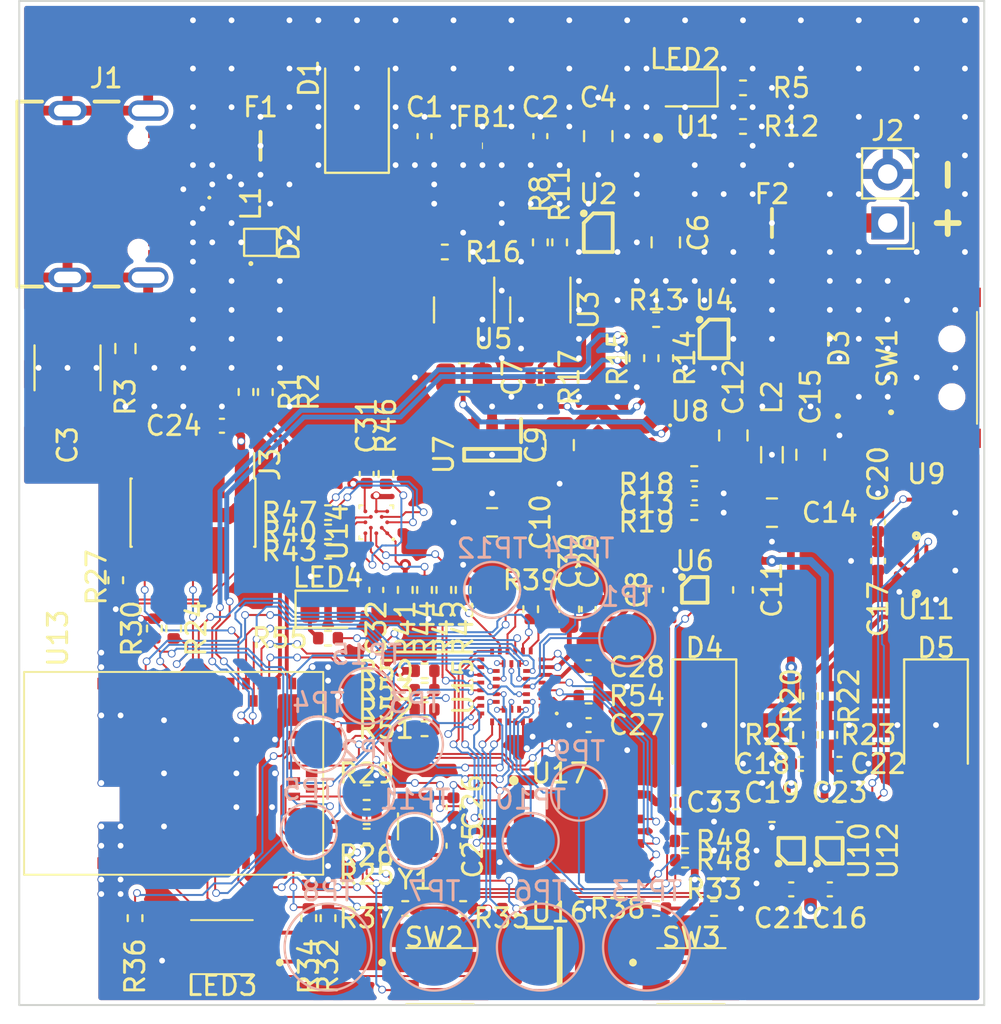
<source format=kicad_pcb>
(kicad_pcb (version 20211014) (generator pcbnew)
  (layers (0 "F.Cu" signal) (1 "In1.Cu" power "InG.Cu") (2 "In2.Cu" power "InV.Cu") (31 "B.Cu" signal) (34 "B.Paste" user) (35 "F.Paste" user) (36 "B.SilkS" user "B.Silkscreen") (37 "F.SilkS" user "F.Silkscreen") (38 "B.Mask" user) (39 "F.Mask" user) (44 "Edge.Cuts" user))
  (net 0 "")
  (net 5 "Net-(C1-Pad1)")
  (net 6 "Net-(F1-Pad1)")
  (net 7 "Net-(C7-Pad2)")
  (net 8 "Net-(C18-Pad1)")
  (net 9 "Net-(C22-Pad1)")
  (net 11 "Net-(D3-Pad1)")
  (net 12 "Net-(D4-Pad1)")
  (net 14 "Net-(D5-Pad1)")
  (net 15 "Net-(L2-Pad1)")
  (net 16 "/MDBT50Q/USBdata_N")
  (net 17 "/MDBT50Q/USBdata_P")
  (net 18 "VDDIO")
  (net 19 "Net-(C25-Pad2)")
  (net 20 "Net-(C26-Pad2)")
  (net 21 "/MDBT50Q/SDA0")
  (net 28 "/MDBT50Q/PS_EN2")
  (net 29 "/MDBT50Q/VDD_SEL")
  (net 30 "/MDBT50Q/PS_EN1")
  (net 31 "/MDBT50Q/PlugDet")
  (net 32 "/MDBT50Q/IOXP_INT")
  (net 33 "/MDBT50Q/SPI0_SCK")
  (net 34 "/MDBT50Q/SPI0_CS")
  (net 35 "Net-(LED2-Pad1)")
  (net 40 "/MDBT50Q/AIN3_XDK")
  (net 41 "/MDBT50Q/SPI0_MOSI")
  (net 42 "GNDPWR")
  (net 43 "Earth")
  (net 44 "VUSB")
  (net 45 "/USB Connector/DP")
  (net 46 "/USB Connector/DN")
  (net 47 "/USB Connector/D+")
  (net 48 "/USB Connector/D-")
  (net 49 "/MDBT50Q/VBAT_MOT_EN")
  (net 50 "/MDBT50Q/VBAT_MON")
  (net 51 "Net-(F2-Pad1)")
  (net 53 "Net-(R5-Pad2)")
  (net 54 "Net-(R12-Pad1)")
  (net 55 "Net-(R14-Pad1)")
  (net 56 "Net-(C28-Pad2)")
  (net 57 "Net-(R18-Pad2)")
  (net 58 "Net-(R40-Pad1)")
  (net 59 "+BATT")
  (net 60 "Net-(R8-Pad1)")
  (net 66 "Net-(U11-Pad7)")
  (net 67 "/Power/UVL_RST")
  (net 68 "/Power/VDRAIN")
  (net 69 "+2V8")
  (net 72 "+1V8")
  (net 74 "/MDBT50Q/SPI0_MISO")
  (net 75 "/MDBT50Q/SCL0")
  (net 76 "Net-(R20-Pad2)")
  (net 77 "Net-(R22-Pad2)")
  (net 78 "VDD")
  (net 79 "/MDBT50Q/AIN2_XDK")
  (net 80 "Net-(R43-Pad1)")
  (net 81 "Net-(R44-Pad1)")
  (net 82 "/MDBT50Q/MCU_LED_R")
  (net 83 "Net-(R45-Pad1)")
  (net 84 "/MDBT50Q/SWITCH1")
  (net 85 "/MDBT50Q/MCU_LED_G")
  (net 86 "/MDBT50Q/MCU_LED_B")
  (net 87 "Net-(R46-Pad1)")
  (net 88 "Net-(R47-Pad1)")
  (net 89 "Net-(R50-Pad2)")
  (net 90 "Net-(R51-Pad2)")
  (net 91 "/MDBT50Q/MCU_RESET")
  (net 92 "/MDBT50Q/SWDO")
  (net 93 "Net-(R55-Pad2)")
  (net 94 "/MDBT50Q/SWITCH2")
  (net 95 "/BHI260AP/B260_TP6")
  (net 96 "/MDBT50Q/SWDIO")
  (net 97 "/MDBT50Q/GPIO_EXT2_XDK")
  (net 98 "/MDBT50Q/SWDCLK")
  (net 99 "/MDBT50Q/GPIO_EXT1_XDK")
  (net 100 "/MDBT50Q/GPIO4")
  (net 101 "/BHI260AP/B260_TP7")
  (net 102 "Net-(R25-Pad2)")
  (net 103 "Net-(R26-Pad2)")
  (net 104 "Net-(LED3-Pad1)")
  (net 105 "Net-(LED3-Pad3)")
  (net 106 "Net-(LED3-Pad4)")
  (net 107 "Net-(R35-Pad1)")
  (net 108 "Net-(R33-Pad1)")
  (net 112 "/BHI260AP/PROM_RW")
  (net 113 "/BHI260AP/BMM150_INT")
  (net 114 "Net-(LED4-Pad1)")
  (net 115 "/BHI260AP/RESET")
  (net 116 "/BHI260AP/GPIO5")
  (net 117 "Net-(R41-Pad2)")
  (net 118 "Net-(R42-Pad2)")
  (net 119 "/BHI260AP/B260_TP10")
  (net 120 "/BHI260AP/B260_TP9")
  (net 121 "/BHI260AP/GPIO0")
  (net 122 "/BHI260AP/GPIO1")
  (net 123 "/BHI260AP/HOST_BOOT")
  (net 124 "/BHI260AP/QSPI_D0")
  (net 125 "/BHI260AP/QSPI_CLK")
  (net 126 "/BHI260AP/QSPI_D3")
  (net 127 "/BHI260AP/GPIO2{slash}INT")
  (net 128 "/BHI260AP/SDI{slash}SDA")
  (net 129 "/BHI260AP/B260_TP12")
  (net 130 "/BHI260AP/QSPI_CSN")
  (net 131 "/BHI260AP/QSPI_D1")
  (net 132 "/BHI260AP/BMP390_INT")
  (net 133 "/BHI260AP/GPIO3{slash}INT2")
  (net 134 "/BHI260AP/QSPI_D2")
  (net 135 "/BHI260AP/B260_TP5")
  (net 136 "/BHI260AP/B260_TP1")
  (net 137 "/BHI260AP/SDO")
  (net 138 "/BHI260AP/SCK{slash}SCL")
  (net 139 "/BHI260AP/CS")
  (net 140 "/BHI260AP/B260_TP14")
  (net 141 "/BHI260AP/B260_TP15")
  (net 142 "/BHI260AP/B260_TP4")
  (net 143 "/BHI260AP/B260_TP2")
  (net 144 "/BHI260AP/B260_TP3")
  (net 145 "/BHI260AP/B260_TP11")
  (footprint "Resistor_SMD:R_0402_1005Metric" (layer "F.Cu") (at 54.49 58.5 180)
    (fp_text reference "R49")
    (fp_text value "4.7k")
  )
  (footprint "Capacitor_SMD:C_0402_1005Metric" (layer "F.Cu") (at 64.5 42 -90)
    (fp_text reference "C20")
    (fp_text value "100nF")
  )
  (footprint "Resistor_SMD:R_0402_1005Metric" (layer "F.Cu") (at 38 57.25 180)
    (fp_text reference "R26")
    (fp_text value "0")
  )
  (footprint "Resistor_SMD:R_0402_1005Metric" (layer "F.Cu") (at 43 62)
    (fp_text reference "R35")
    (fp_text value "NC")
  )
  (footprint "Capacitor_SMD:C_0402_1005Metric" (layer "F.Cu") (at 42.5 58.75 -90)
    (fp_text reference "C25")
    (fp_text value "12pF")
  )
  (footprint "Resistor_SMD:R_0402_1005Metric" (layer "F.Cu") (at 41 45.5 -90)
    (fp_text reference "R44")
    (fp_text value "0")
  )
  (footprint "Local_devices:SON127P600X500X80-9N-D" (layer "F.Cu") (at 49 58)
    (fp_text reference "U17")
    (fp_text value "W25Q32JWZPIQ" hide)
  )
  (footprint "Resistor_SMD:R_0402_1005Metric" (layer "F.Cu") (at 53 31.5)
    (fp_text reference "R13")
    (fp_text value "1M")
  )
  (footprint "Capacitor_SMD:C_0402_1005Metric" (layer "F.Cu") (at 38.5 45.5 -90)
    (fp_text reference "C32")
    (fp_text value "100nF")
  )
  (footprint "Resistor_SMD:R_0402_1005Metric" (layer "F.Cu") (at 27 47.5 90)
    (fp_text reference "R30")
    (fp_text value "4.7k")
  )
  (footprint "Local_devices:BGA6C50P2X3_95X145X62" (layer "F.Cu") (at 50 27)
    (fp_text reference "U2")
    (fp_text value "CSD25304W1015" hide)
  )
  (footprint "Resistor_SMD:R_0402_1005Metric" (layer "F.Cu") (at 48 27.5 90)
    (fp_text reference "R11")
    (fp_text value "2M")
  )
  (footprint "Capacitor_SMD:C_0402_1005Metric" (layer "F.Cu") (at 41 22 90)
    (fp_text reference "C1")
    (fp_text value "100nF, 16V")
  )
  (footprint "Local_devices:BGA4C40P2X2_78X78X50" (layer "F.Cu") (at 60 59.01 90)
    (fp_text reference "U10")
    (fp_text value "TPS22916CNYFPT" hide)
  )
  (footprint "Resistor_SMD:R_0402_1005Metric" (layer "F.Cu") (at 38 56)
    (fp_text reference "R29")
    (fp_text value "4.7k")
  )
  (footprint "Local_devices:DLM0QSB120HY2D" (layer "F.Cu") (at 30.5 25.5)
    (fp_text reference "L1")
    (fp_text value "DLM0QSN500HY2D" hide)
  )
  (footprint "Resistor_SMD:R_0402_1005Metric" (layer "F.Cu") (at 52 33.5 90)
    (fp_text reference "R15")
    (fp_text value "180k")
  )
  (footprint "Local_devices:TPS6282618DMQR" (layer "F.Cu") (at 54.975 37.475)
    (fp_text reference "U8")
    (fp_text value "TPS6282618DMQR" hide)
  )
  (footprint "Capacitor_SMD:C_0402_1005Metric" (layer "F.Cu") (at 60.5 54.51 180)
    (fp_text reference "C18")
    (fp_text value "100nF")
  )
  (footprint "Local_devices:SOT95P280X145-5N" (layer "F.Cu") (at 44.5 38.5 -90)
    (fp_text reference "U7")
    (fp_text value "LP5907QMFX-2.8Q1" hide)
  )
  (footprint "Resistor_SMD:R_0402_1005Metric" (layer "F.Cu") (at 47 27.5 90)
    (fp_text reference "R8")
    (fp_text value "1M")
  )
  (footprint "Resistor_SMD:R_0402_1005Metric" (layer "F.Cu") (at 42.05 28 180)
    (fp_text reference "R16")
    (fp_text value "0")
  )
  (footprint "Capacitor_SMD:C_0805_2012Metric" (layer "F.Cu") (at 50 22 90)
    (fp_text reference "C4")
    (fp_text value "4.7uF(2012)")
  )
  (footprint "Diode_SMD:D_SMA" (layer "F.Cu") (at 67.5 52.5 -90)
    (fp_text reference "D5")
    (fp_text value "SMAJ7.0A")
  )
  (footprint "Capacitor_SMD:C_0603_1608Metric" (layer "F.Cu") (at 57.5 45.5 90)
    (fp_text reference "C11")
    (fp_text value "1uF(1608)")
  )
  (footprint "Resistor_SMD:R_0402_1005Metric" (layer "F.Cu") (at 36 42.5 180)
    (fp_text reference "R40")
    (fp_text value "0")
  )
  (footprint "Resistor_SMD:R_0603_1608Metric" (layer "F.Cu") (at 25.5 33 -90)
    (fp_text reference "R3")
    (fp_text value "1M(1608)")
  )
  (footprint "Resistor_SMD:R_0402_1005Metric" (layer "F.Cu") (at 36 41.5 180)
    (fp_text reference "R47")
    (fp_text value "0")
  )
  (footprint "Resistor_SMD:R_0402_1005Metric" (layer "F.Cu") (at 41 52.692718)
    (fp_text reference "R51")
    (fp_text value "4.7k")
  )
  (footprint "Resistor_SMD:R_0402_1005Metric" (layer "F.Cu") (at 25 45 -90)
    (fp_text reference "R27")
    (fp_text value "10k")
  )
  (footprint "Capacitor_SMD:C_0402_1005Metric" (layer "F.Cu") (at 53 45.5 90)
    (fp_text reference "C8")
    (fp_text value "100nF")
  )
  (footprint "Local_devices:LXES1UTAA1157" (layer "F.Cu") (at 62.475 35 90)
    (fp_text reference "D3")
    (fp_text value "LXES1UTAA1-157" hide)
  )
  (footprint "Resistor_SMD:R_0402_1005Metric" (layer "F.Cu") (at 31.75 35.25 -90)
    (fp_text reference "R1")
    (fp_text value "22")
  )
  (footprint "Local_devices:BGA6C50P2X3_95X145X62" (layer "F.Cu") (at 56 32.5)
    (fp_text reference "U4")
    (fp_text value "CSD25304W1015" hide)
  )
  (footprint "Local_devices:EVQP7J01P" (layer "F.Cu") (at 41.5 65.5)
    (fp_text reference "SW2")
    (fp_text value "EVQ-P7J01P" hide)
  )
  (footprint "Capacitor_SMD:C_0402_1005Metric" (layer "F.Cu") (at 49.5 49.5 180)
    (fp_text reference "C28")
    (fp_text value "200nF")
  )
  (footprint "Capacitor_SMD:C_0603_1608Metric" (layer "F.Cu") (at 62.5 57.01)
    (fp_text reference "C23")
    (fp_text value "1uF(1608)")
  )
  (footprint "Local_devices:PCM12SMTR" (layer "F.Cu") (at 68.325 34 90)
    (fp_text reference "SW1")
    (fp_text value "PCM12SMTR" hide)
  )
  (footprint "Local_devices:BGA4C40P2X2_78X78X50" (layer "F.Cu") (at 55 45.5)
    (fp_text reference "U6")
    (fp_text value "TPS22916CNYFPT" hide)
  )
  (footprint "Capacitor_SMD:C_0805_2012Metric" (layer "F.Cu") (at 59 41.5)
    (fp_text reference "C14")
    (fp_text value "10uF(2012)")
  )
  (footprint "Capacitor_SMD:C_0402_1005Metric" (layer "F.Cu") (at 38 39.5 90)
    (fp_text reference "C31")
    (fp_text value "100nF")
  )
  (footprint "Resistor_SMD:R_0402_1005Metric" (layer "F.Cu") (at 36 43.5 180)
    (fp_text reference "R43")
    (fp_text value "0")
  )
  (footprint "Local_devices:BHI260AP" (layer "F.Cu") (at 45.5 50.5 180)
    (fp_text reference "U15")
    (fp_text value "BHI260AP" hide)
  )
  (footprint "Resistor_SMD:R_0402_1005Metric" (layer "F.Cu") (at 54.975 41.5)
    (fp_text reference "R19")
    (fp_text value "100k")
  )
  (footprint "Resistor_SMD:R_0402_1005Metric" (layer "F.Cu") (at 36 62.5 90)
    (fp_text reference "R32")
    (fp_text value "100")
  )
  (footprint "Resistor_SMD:R_0402_1005Metric" (layer "F.Cu") (at 61 53.01 90)
    (fp_text reference "R21")
    (fp_text value "1.91k")
  )
  (footprint "Resistor_SMD:R_0402_1005Metric" (layer "F.Cu") (at 53 62)
    (fp_text reference "R38")
    (fp_text value "360")
  )
  (footprint "Crystal:Crystal_SMD_3215-2Pin_3.2x1.5mm" (layer "F.Cu") (at 40.5 57.75 90)
    (fp_text reference "Y1")
    (fp_text value "32.768kHz")
  )
  (footprint "Local_devices:INP32TATRGB" (layer "F.Cu") (at 30.5 64 180)
    (fp_text reference "LED3")
    (fp_text value "IN-P32TATRGB" hide)
  )
  (footprint "Capacitor_SMD:C_0402_1005Metric" (layer "F.Cu") (at 62.5 54.51)
    (fp_text reference "C22")
    (fp_text value "100nF")
  )
  (footprint "Local_devices:BGA4C40P2X2_78X78X50" (layer "F.Cu") (at 62 59.01 90)
    (fp_text reference "U12")
    (fp_text value "TPS22916CNYFPT" hide)
  )
  (footprint "Capacitor_SMD:C_0805_2012Metric" (layer "F.Cu") (at 48 38 90)
    (fp_text reference "C9")
    (fp_text value "2.2uF(2012)")
  )
  (footprint "Capacitor_SMD:C_0402_1005Metric" (layer "F.Cu") (at 55 40.5)
    (fp_text reference "C13")
    (fp_text value "120pF")
  )
  (footprint "Resistor_SMD:R_0402_1005Metric" (layer "F.Cu") (at 32.75 35.25 -90)
    (fp_text reference "R2")
    (fp_text value "22")
  )
  (footprint "Resistor_SMD:R_0402_1005Metric" (layer "F.Cu") (at 61 51 90)
    (fp_text reference "R20")
    (fp_text value "100")
  )
  (footprint "Local_devices:MDBT50Q-1M" (layer "F.Cu") (at 28 55 90)
    (fp_text reference "U13")
    (fp_text value "MDBT50Q-1M" hide)
  )
  (footprint "LED_SMD:LED_0805_2012Metric" (layer "F.Cu") (at 54.5 19.5 180)
    (fp_text reference "LED2")
    (fp_text value "ORANGE")
  )
  (footprint "Local_devices:FUSC3216X120N" (layer "F.Cu") (at 32.5 22.5)
    (fp_text reference "F1")
    (fp_text value "0ZCJ0050AF2E" hide)
  )
  (footprint "Local_devices:EVQP7J01P" (layer "F.Cu") (at 54.5 65.5)
    (fp_text reference "SW3")
    (fp_text value "EVQ-P7J01P" hide)
  )
  (footprint "Capacitor_SMD:C_0402_1005Metric" (layer "F.Cu") (at 42.5 56.75 90)
    (fp_text reference "C26")
    (fp_text value "12pF")
  )
  (footprint "Resistor_SMD:R_0402_1005Metric" (layer "F.Cu") (at 41 49.692718)
    (fp_text reference "R50")
    (fp_text value "4.7k")
  )
  (footprint "Capacitor_SMD:C_0402_1005Metric" (layer "F.Cu") (at 47 22 90)
    (fp_text reference "C2")
    (fp_text value "220nF, 16V")
  )
  (footprint "Resistor_SMD:R_0402_1005Metric" (layer "F.Cu") (at 56 62)
    (fp_text reference "R33")
    (fp_text value "NC")
  )
  (footprint "Resistor_SMD:R_0402_1005Metric" (layer "F.Cu") (at 40 45.5 -90)
    (fp_text reference "R41")
    (fp_text value "4.7k")
  )
  (footprint "Resistor_SMD:R_0402_1005Metric" (layer "F.Cu") (at 39 39.5 90)
    (fp_text reference "R46")
    (fp_text value "0")
  )
  (footprint "Resistor_SMD:R_0402_1005Metric" (layer "F.Cu") (at 49.5 51 180)
    (fp_text reference "R54")
    (fp_text value "0")
  )
  (footprint "Capacitor_SMD:C_0805_2012Metric" (layer "F.Cu") (at 43.05 34.5)
    (fp_text reference "C7")
    (fp_text value "2.2uF(2012)")
  )
  (footprint "Capacitor_SMD:C_0402_1005Metric" (layer "F.Cu") (at 49.5 52.5)
    (fp_text reference "C27")
    (fp_text value "100nF")
  )
  (footprint "Resistor_SMD:R_0402_1005Metric" (layer "F.Cu") (at 54.5 59.5 180)
    (fp_text reference "R48")
    (fp_text value "4.7k")
  )
  (footprint "Resistor_SMD:R_0402_1005Metric" (layer "F.Cu") (at 62 51 90)
    (fp_text reference "R22")
    (fp_text value "100")
  )
  (footprint "Resistor_SMD:R_0402_1005Metric" (layer "F.Cu") (at 28 47.5 -90)
    (fp_text reference "R24")
    (fp_text value "4.7k")
  )
  (footprint "Resistor_SMD:R_0402_1005Metric" (layer "F.Cu") (at 53.5 33.5 -90)
    (fp_text reference "R14")
    (fp_text value "300k")
  )
  (footprint "Local_devices:SON50P300X200X100-9N-D" (layer "F.Cu") (at 55 23.5)
    (fp_text reference "U1")
    (fp_text value "MCP73832T-2ACI_MC" hide)
  )
  (footprint "Diode_SMD:D_SMA" (layer "F.Cu") (at 37.5 20.5 90)
    (fp_text reference "D1")
    (fp_text value "SMAJ7.0A")
  )
  (footprint "Local_devices:GCT_USB4105-GF-A" (layer "F.Cu") (at 22.5 25 -90)
    (fp_text reference "J1")
    (fp_text value "USB4105-GF-A")
  )
  (footprint "Resistor_SMD:R_0402_1005Metric" (layer "F.Cu") (at 62 53.01 90)
    (fp_text reference "R23")
    (fp_text value "1.91k")
  )
  (footprint "Resistor_SMD:R_0402_1005Metric" (layer "F.Cu") (at 43 45.5 -90)
    (fp_text reference "R42")
    (fp_text value "4.7k")
  )
  (footprint "Resistor_SMD:R_0402_1005Metric" (layer "F.Cu") (at 46.5 46.5 90)
    (fp_text reference "R39")
    (fp_text value "0")
  )
  (footprint "Resistor_SMD:R_0402_1005Metric" (layer "F.Cu") (at 35 62.5 90)
    (fp_text reference "R34")
    (fp_text value "33")
  )
  (footprint "Diode_SMD:D_SMA" (layer "F.Cu") (at 55.5 52.5 -90)
    (fp_text reference "D4")
    (fp_text value "SMAJ7.0A")
  )
  (footprint "Resistor_SMD:R_0402_1005Metric" (layer "F.Cu") (at 57.5 19.5)
    (fp_text reference "R5")
    (fp_text value "470")
  )
  (footprint "Inductor_SMD:L_0805_2012Metric" (layer "F.Cu") (at 59 38.5 -90)
    (fp_text reference "L2")
    (fp_text value "470nH")
  )
  (footprint "Resistor_SMD:R_0402_1005Metric" (layer "F.Cu") (at 38 58.25 180)
    (fp_text reference "R25")
    (fp_text value "0")
  )
  (footprint "Connector_PinHeader_2.54mm:PinHeader_1x02_P2.54mm_Vertical" (layer "F.Cu") (at 65 26.5 180)
    (fp_text reference "J2")
    (fp_text value "Battery")
  )
  (footprint "Capacitor_SMD:C_0402_1005Metric" (layer "F.Cu") (at 62 61.01)
    (fp_text reference "C16")
    (fp_text value "100nF")
  )
  (footprint "Capacitor_SMD:C_0805_2012Metric" (layer "F.Cu") (at 57 37.5 90)
    (fp_text reference "C12")
    (fp_text value "4.7uF(2012)")
  )
  (footprint "Resistor_SMD:R_0402_1005Metric" (layer "F.Cu") (at 36 48)
    (fp_text reference "R55")
    (fp_text value "470")
  )
  (footprint "Resistor_SMD:R_0402_1005Metric" (layer "F.Cu") (at 41 51.692718 180)
    (fp_text reference "R52")
    (fp_text value "0")
  )
  (footprint "Package_CSP:WLCSP-12_1.56x1.56mm_P0.4mm" (layer "F.Cu") (at 38.5 42 180)
    (fp_text reference "U14")
    (fp_text value "BMM150")
  )
  (footprint "Capacitor_SMD:C_0603_1608Metric" (layer "F.Cu") (at 48.5 46.5 -90)
    (fp_text reference "C30")
    (fp_text value "1uF(1608)")
  )
  (footprint "Local_devices:LLP1713-7L" (layer "F.Cu") (at 32.5 27.5 90)
    (fp_text reference "D2")
    (fp_text value "VBUS052CD-FAH-GS08")
  )
  (footprint "Package_TO_SOT_SMD:SOT-23" (layer "F.Cu") (at 43.05 31 -90)
    (fp_text reference "U5")
    (fp_text value "TPS3839A09DBZR")
  )
  (footprint "Capacitor_SMD:C_0402_1005Metric" (layer "F.Cu") (at 54 56.5)
    (fp_text reference "C33")
    (fp_text value "100nF")
  )
  (footprint "Capacitor_SMD:C_0402_1005Metric" (layer "F.Cu") (at 60 61.01 180)
    (fp_text reference "C21")
    (fp_text value "100nF")
  )
  (footprint "Local_devices:SOT95P237X112-3N" (layer "F.Cu") (at 48 64.5)
    (fp_text reference "U16")
    (fp_text value "DS28E05R+T" hide)
  )
  (footprint "Local_devices:BLM15AG700SN1D" (layer "F.Cu") (at 44 22.5)
    (fp_text reference "FB1")
    (fp_text value "BLM15AG700SN1D" hide)
  )
  (footprint "Resistor_SMD:R_0402_1005Metric" (layer "F.Cu") (at 54.975 39.475 180)
    (fp_text reference "R18")
    (fp_text value "200k")
  )
  (footprint "Resistor_SMD:R_0402_1005Metric" (layer "F.Cu") (at 41 50.692718 180)
    (fp_text reference "R53")
    (fp_text value "0")
  )
  (footprint "Resistor_SMD:R_0402_1005Metric" (layer "F.Cu") (at 42 45.5 -90)
    (fp_text reference "R45")
    (fp_text value "0")
  )
  (footprint "Capacitor_SMD:C_0402_1005Metric" (layer "F.Cu") (at 49.5 46.5 -90)
    (fp_text reference "C29")
    (fp_text value "100nF")
  )
  (footprint "Connector_PinHeader_1.27mm:PinHeader_2x05_P1.27mm_Vertical_SMD" (layer "F.Cu") (at 29 41.5 -90)
    (fp_text reference "J3")
    (fp_text value "FTR-105-02-L-D")
  )
  (footprint "Resistor_SMD:R_0402_1005Metric" (layer "F.Cu") (at 57.5 21.5)
    (fp_text reference "R12")
    (fp_text value "10k")
  )
  (footprint "Capacitor_SMD:C_0603_1608Metric" (layer "F.Cu") (at 59 57.01 180)
    (fp_text reference "C19")
    (fp_text value "1uF(1608)")
  )
  (footprint "Capacitor_SMD:C_0402_1005Metric" (layer "F.Cu") (at 64.5 44 90)
    (fp_text reference "C17")
    (fp_text value "100nF")
  )
  (footprint "Resistor_SMD:R_0402_1005Metric" (layer "F.Cu") (at 47 34.5 180)
    (fp_text reference "R17")
    (fp_text value "1k")
  )
  (footprint "Package_TO_SOT_SMD:SOT-23" (layer "F.Cu") (at 47 31 -90)
    (fp_text reference "U3")
    (fp_text value "DMN65D8L-7")
  )
  (footprint "Capacitor_SMD:C_1812_4532Metric" (layer "F.Cu") (at 22.5 34 -90)
    (fp_text reference "C3")
    (fp_text value "1nF(1812),X7R,2kV")
  )
  (footprint "Capacitor_SMD:C_0805_2012Metric" (layer "F.Cu") (at 61 38.5 -90)
    (fp_text reference "C15")
    (fp_text value "10uF(2012)")
  )
  (footprint "Local_devices:RSE0008A" (layer "F.Cu") (at 67 44.5 90)
    (fp_text reference "U11")
    (fp_text value "SN74AUP2G08RSER" hide)
  )
  (footprint "Capacitor_SMD:C_0805_2012Metric" (layer "F.Cu") (at 44.5 42)
    (fp_text reference "C10")
    (fp_text value "2.2uF(2012)")
  )
  (footprint "Resistor_SMD:R_0402_1005Metric" (layer "F.Cu") (at 26 62.5 90)
    (fp_text reference "R36")
    (fp_text value "33")
  )
  (footprint "Local_devices:RSE0008A" (layer "F.Cu") (at 67 41.5 90)
    (fp_text reference "U9")
    (fp_text value "SN74AUP2G08RSER" hide)
  )
  (footprint "Capacitor_SMD:C_0805_2012Metric" (layer "F.Cu") (at 53.5 27.5 -90)
    (fp_text reference "C6")
    (fp_text value "4.7uF(2012)")
  )
  (footprint "Resistor_SMD:R_0402_1005Metric" (layer "F.Cu") (at 40 62)
    (fp_text reference "R37")
    (fp_text value "360")
  )
  (footprint "Capacitor_SMD:C_0402_1005Metric" (layer "F.Cu") (at 30.5 37 180)
    (fp_text reference "C24")
    (fp_text value "100pF")
  )
  (footprint "Local_devices:FUSC3216X120N" (layer "F.Cu") (at 59 26.5 180)
    (fp_text reference "F2")
    (fp_text value "0ZCJ0075FF2E" hide)
  )
  (footprint "LED_SMD:LED_0805_2012Metric" (layer "F.Cu") (at 36 46.5)
    (fp_text reference "LED4")
    (fp_text value "ORANGE")
  )
  (footprint "TestPoint:TestPoint_Pad_D2.5mm" (layer "B.Cu") (at 38 56 180)
    (fp_text reference "TP2")
    (fp_text value "TestPoint")
  )
  (footprint "TestPoint:TestPoint_Pad_D2.5mm" (layer "B.Cu") (at 35.5 53.5 180)
    (fp_text reference "TP4")
    (fp_text value "TestPoint")
  )
  (footprint "TestPoint:TestPoint_Pad_D2.5mm" (layer "B.Cu") (at 49 56 180)
    (fp_text reference "TP9")
    (fp_text value "TestPoint")
  )
  (footprint "TestPoint:TestPoint_Pad_D2.5mm" (layer "B.Cu") (at 46.5 58.5 180)
    (fp_text reference "TP10")
    (fp_text value "TestPoint")
  )
  (footprint "TestPoint:TestPoint_Pad_D2.5mm" (layer "B.Cu") (at 38 51 180)
    (fp_text reference "TP15")
    (fp_text value "TestPoint")
  )
  (footprint "TestPoint:TestPoint_Pad_D4.0mm" (layer "B.Cu") (at 36 64 180)
    (fp_text reference "TP8")
    (fp_text value "TestPoint")
  )
  (footprint "TestPoint:TestPoint_Pad_D2.5mm" (layer "B.Cu") (at 35 58 180)
    (fp_text reference "TP5")
    (fp_text value "TestPoint")
  )
  (footprint "TestPoint:TestPoint_Pad_D2.5mm" (layer "B.Cu") (at 44.5 45.5 180)
    (fp_text reference "TP12")
    (fp_text value "TestPoint")
  )
  (footprint "TestPoint:TestPoint_Pad_D4.0mm" (layer "B.Cu") (at 41.5 64 180)
    (fp_text reference "TP7")
    (fp_text value "TestPoint")
  )
  (footprint "TestPoint:TestPoint_Pad_D4.0mm" (layer "B.Cu") (at 52.5 64 180)
    (fp_text reference "TP13")
    (fp_text value "TestPoint")
  )
  (footprint "TestPoint:TestPoint_Pad_D2.5mm" (layer "B.Cu") (at 51.5 48 180)
    (fp_text reference "TP1")
    (fp_text value "TestPoint")
  )
  (footprint "TestPoint:TestPoint_Pad_D2.5mm" (layer "B.Cu") (at 40.5 58.5 180)
    (fp_text reference "TP11")
    (fp_text value "TestPoint")
  )
  (footprint "TestPoint:TestPoint_Pad_D2.5mm" (layer "B.Cu") (at 40.5 53.5 180)
    (fp_text reference "TP3")
    (fp_text value "TestPoint")
  )
  (footprint "TestPoint:TestPoint_Pad_D2.5mm" (layer "B.Cu") (at 49 45.5 180)
    (fp_text reference "TP14")
    (fp_text value "TestPoint")
  )
  (footprint "TestPoint:TestPoint_Pad_D4.0mm" (layer "B.Cu") (at 47 64 180)
    (fp_text reference "TP6")
    (fp_text value "TestPoint")
  )
  (gr_line (start 70 15) (end 20 15) (layer "Edge.Cuts") (width 0.1))
  (gr_line (start 20 67) (end 70 67) (layer "Edge.Cuts") (width 0.1))
  (gr_line (start 20 15) (end 20 67) (layer "Edge.Cuts") (width 0.1))
  (gr_line (start 70 67) (end 70 15) (layer "Edge.Cuts") (width 0.1))
  (gr_text "-" (at 68 24 90) (layer "F.SilkS") (effects (font (size 1.5 1.5) (thickness 0.3))))
  (gr_text "+" (at 68 26.5 90) (layer "F.SilkS") (effects (font (size 1.5 1.5) (thickness 0.3))))
  (segment (start 41 22.48) (end 43.58 22.48) (width 0.4) (layer "F.Cu") (net 5))
  (segment (start 37.5 22.5) (end 40.98 22.5) (width 0.4) (layer "F.Cu") (net 5))
  (segment (start 43.58 22.48) (end 43.6 22.5) (width 0.4) (layer "F.Cu") (net 5))
  (segment (start 34.005 22.5) (end 37.5 22.5) (width 0.4) (layer "F.Cu") (net 5))
  (segment (start 40.98 22.5) (end 41 22.48) (width 0.4) (layer "F.Cu") (net 5))
  (segment (start 30.895 22.6) (end 30.995 22.5) (width 0.4) (layer "F.Cu") (net 6))
  (segment (start 27.255 22.6) (end 29.6 22.6) (width 0.4) (layer "F.Cu") (net 6))
  (segment (start 28.9 27.4) (end 29 27.5) (width 0.4) (layer "F.Cu") (net 6))
  (segment (start 30.9 24.1) (end 30.9 22.595) (width 0.4) (layer "F.Cu") (net 6))
  (segment (start 27.255 27.4) (end 28.9 27.4) (width 0.4) (layer "F.Cu") (net 6))
  (segment (start 29.6 22.6) (end 30.895 22.6) (width 0.4) (layer "F.Cu") (net 6))
  (segment (start 30.9 22.595) (end 30.995 22.5) (width 0.4) (layer "F.Cu") (net 6))
  (via blind (at 30.9 24.1) (size 0.4) (drill 0.3) (layers "F.Cu" "In2.Cu") (net 6))
  (via blind (at 29 27.5) (size 0.6) (drill 0.3) (layers "F.Cu" "In2.Cu") (net 6))
  (segment (start 46.49 34.5) (end 43.95 34.5) (width 0.25) (layer "F.Cu") (net 7))
  (segment (start 43.05 29.2) (end 43.05 31.9375) (width 0.25) (layer "F.Cu") (net 7))
  (segment (start 43.05 31.9375) (end 43.05 32.5) (width 0.25) (layer "F.Cu") (net 7))
  (segment (start 42.56 28) (end 42.56 28.71) (width 0.25) (layer "F.Cu") (net 7))
  (segment (start 42.56 28.71) (end 43.05 29.2) (width 0.25) (layer "F.Cu") (net 7))
  (segment (start 43.05 32.5) (end 44 33.45) (width 0.25) (layer "F.Cu") (net 7))
  (segment (start 44 33.45) (end 44 34.5) (width 0.25) (layer "F.Cu") (net 7))
  (segment (start 60.75 58.26) (end 60.75 55.7) (width 0.25) (layer "F.Cu") (net 8))
  (segment (start 61 54.49) (end 60.98 54.51) (width 0.25) (layer "F.Cu") (net 8))
  (segment (start 60.98 55.47) (end 60.98 54.51) (width 0.25) (layer "F.Cu") (net 8))
  (segment (start 56.48 53.52) (end 55.5 54.5) (width 0.25) (layer "F.Cu") (net 8))
  (segment (start 61 53.52) (end 56.48 53.52) (width 0.25) (layer "F.Cu") (net 8))
  (segment (start 60.75 55.7) (end 60.98 55.47) (width 0.25) (layer "F.Cu") (net 8))
  (segment (start 60.2 58.81) (end 60.75 58.26) (width 0.25) (layer "F.Cu") (net 8))
  (segment (start 61 53.52) (end 61 54.49) (width 0.25) (layer "F.Cu") (net 8))
  (segment (start 62 54.49) (end 62.02 54.51) (width 0.25) (layer "F.Cu") (net 9))
  (segment (start 62.02 54.745) (end 62.02 54.51) (width 0.25) (layer "F.Cu") (net 9))
  (segment (start 62.2 58.81) (end 62.5 58.51) (width 0.25) (layer "F.Cu") (net 9))
  (segment (start 65.92 53.52) (end 66.9 54.5) (width 0.25) (layer "F.Cu") (net 9))
  (segment (start 66.9 54.5) (end 67 54.5) (width 0.25) (layer "F.Cu") (net 9))
  (segment (start 62 53.52) (end 62 54.49) (width 0.25) (layer "F.Cu") (net 9))
  (segment (start 62 53.52) (end 65.92 53.52) (width 0.25) (layer "F.Cu") (net 9))
  (segment (start 62.5 58.51) (end 62.5 55.225) (width 0.25) (layer "F.Cu") (net 9))
  (segment (start 62.5 55.225) (end 62.02 54.745) (width 0.25) (layer "F.Cu") (net 9))
  (segment (start 63.25 36.5) (end 66.325 36.5) (width 0.25) (layer "F.Cu") (net 11))
  (segment (start 61.925 35.425) (end 62.475 35.425) (width 0.25) (layer "F.Cu") (net 11))
  (segment (start 47 35.2) (end 47 33.9) (width 0.25) (layer "F.Cu") (net 11))
  (segment (start 53 35) (end 54 35) (width 0.25) (layer "F.Cu") (net 11))
  (segment (start 54 35) (end 54.5 34.5) (width 0.25) (layer "F.Cu") (net 11))
  (segment (start 66.325 36.5) (end 66.575 36.25) (width 0.25) (layer "F.Cu") (net 11))
  (segment (start 47.95 32.95) (end 47.95 30.0625) (width 0.25) (layer "F.Cu") (net 11))
  (segment (start 48 30.0125) (end 47.95 30.0625) (width 0.25) (layer "F.Cu") (net 11))
  (segment (start 62.475 35.425) (end 62.475 35.725) (width 0.25) (layer "F.Cu") (net 11))
  (segment (start 52 36) (end 53 35) (width 0.25) (layer "F.Cu") (net 11))
  (segment (start 47.8 36) (end 47 35.2) (width 0.25) (layer "F.Cu") (net 11))
  (segment (start 48 28.01) (end 48 30.0125) (width 0.25) (layer "F.Cu") (net 11))
  (segment (start 47 33.9) (end 47.95 32.95) (width 0.25) (layer "F.Cu") (net 11))
  (segment (start 54.5 34.5) (end 61 34.5) (width 0.25) (layer "F.Cu") (net 11))
  (segment (start 61 34.5) (end 61.925 35.425) (width 0.25) (layer "F.Cu") (net 11))
  (segment (start 62.475 35.725) (end 63.25 36.5) (width 0.25) (layer "F.Cu") (net 11))
  (segment (start 48.4 36) (end 47.8 36) (width 0.25) (layer "F.Cu") (net 11))
  (via (at 48.4 36) (size 0.4) (drill 0.3) (layers "F.Cu" "B.Cu") (net 11))
  (via (at 52 36) (size 0.4) (drill 0.3) (layers "F.Cu" "B.Cu") (net 11))
  (segment (start 48.4 36) (end 48.7 36.3) (width 0.25) (layer "B.Cu") (net 11))
  (segment (start 48.7 36.3) (end 51.7 36.3) (width 0.25) (layer "B.Cu") (net 11))
  (segment (start 51.7 36.3) (end 52 36) (width 0.25) (layer "B.Cu") (net 11))
  (segment (start 61 51.51) (end 61 52.5) (width 0.25) (layer "F.Cu") (net 12))
  (segment (start 56.51 51.51) (end 55.5 50.5) (width 0.25) (layer "F.Cu") (net 12))
  (segment (start 61 51.51) (end 56.51 51.51) (width 0.25) (layer "F.Cu") (net 12))
  (segment (start 62 51.51) (end 62 52.5) (width 0.25) (layer "F.Cu") (net 14))
  (segment (start 65.99 51.51) (end 67 50.5) (width 0.25) (layer "F.Cu") (net 14))
  (segment (start 62 51.51) (end 65.99 51.51) (width 0.25) (layer "F.Cu") (net 14))
  (segment (start 58.4375 37.475) (end 58.5 37.4125) (width 0.1016) (layer "F.Cu") (net 15))
  (segment (start 55.425 37.475) (end 58.4375 37.475) (width 0.3) (layer "F.Cu") (net 15))
  (segment (start 33.86 49.86) (end 34.15 50.15) (width 0.2) (layer "F.Cu") (net 16))
  (segment (start 32.75 35.76) (end 32.475001 36.034999) (width 0.2) (layer "F.Cu") (net 16))
  (segment (start 32.475001 36.475001) (end 33.86 37.86) (width 0.2) (layer "F.Cu") (net 16))
  (segment (start 32.475001 36.034999) (end 32.475001 36.475001) (width 0.2) (layer "F.Cu") (net 16))
  (segment (start 34.15 50.15) (end 34.15 50.35) (width 0.2) (layer "F.Cu") (net 16))
  (segment (start 33.86 37.86) (end 33.86 49.86) (width 0.2) (layer "F.Cu") (net 16))
  (segment (start 33.50808 49.891919) (end 33.35 50.049999) (width 0.2) (layer "F.Cu") (net 17))
  (segment (start 32.123081 36.133081) (end 32.123081 36.620771) (width 0.2) (layer "F.Cu") (net 17))
  (segment (start 31.75 35.76) (end 32.123081 36.133081) (width 0.2) (layer "F.Cu") (net 17))
  (segment (start 32.123081 36.620771) (end 33.50808 38.00577) (width 0.2) (layer "F.Cu") (net 17))
  (segment (start 33.35 50.049999) (end 33.35 50.35) (width 0.2) (layer "F.Cu") (net 17))
  (segment (start 33.50808 38.00577) (end 33.50808 49.891919) (width 0.2) (layer "F.Cu") (net 17))
  (segment (start 49.52 47) (end 49.5 46.98) (width 0.25) (layer "F.Cu") (net 18))
  (segment (start 48.5 47.275) (end 47.7 46.475) (width 0.25) (layer "F.Cu") (net 18))
  (segment (start 40 44.2) (end 39.7 44.2) (width 0.1016) (layer "F.Cu") (net 18))
  (segment (start 45.9 46.5) (end 45.7 46.7) (width 0.1016) (layer "F.Cu") (net 18))
  (segment (start 44.776638 51.685) (end 44.75042 51.711218) (width 0.1016) (layer "F.Cu") (net 18))
  (segment (start 55 58) (end 55 58.5) (width 0.4) (layer "F.Cu") (net 18))
  (segment (start 38.53 44.99) (end 38.5 45.02) (width 0.2) (layer "F.Cu") (net 18))
  (segment (start 39.066 42.566) (end 38.783 42.283) (width 0.1016) (layer "F.Cu") (net 18))
  (segment (start 40.49 52.692718) (end 39.707282 52.692718) (width 0.4) (layer "F.Cu") (net 18))
  (segment (start 36.9375 45.5625) (end 36.9375 46.5) (width 0.2) (layer "F.Cu") (net 18))
  (segment (start 54 57.5) (end 54.5 57.5) (width 0.4) (layer "F.Cu") (net 18))
  (segment (start 53.52 45.98) (end 54.2 45.3) (width 0.2) (layer "F.Cu") (net 18))
  (segment (start 48.5 47.275) (end 48.5 48.9) (width 0.25) (layer "F.Cu") (net 18))
  (segment (start 39.7 44.2) (end 39.5 44) (width 0.1016) (layer "F.Cu") (net 18))
  (segment (start 39.7 49.7) (end 39.707282 49.692718) (width 0.4) (layer "F.Cu") (net 18))
  (segment (start 47.9 49.5) (end 47.085 49.5) (width 0.2) (layer "F.Cu") (net 18))
  (segment (start 53.52 57.02) (end 54 57.5) (width 0.4) (layer "F.Cu") (net 18))
  (segment (start 46.99 44.99) (end 43 44.99) (width 0.25) (layer "F.Cu") (net 18))
  (segment (start 45.7 46.7) (end 45.7 47.4) (width 0.1016) (layer "F.Cu") (net 18))
  (segment (start 54.2 45.3) (end 54.8 45.3) (width 0.2) (layer "F.Cu") (net 18))
  (segment (start 37.52 45.02) (end 38.5 45.02) (width 0.2) (layer "F.Cu") (net 18))
  (segment (start 39.707282 52.692718) (end 39.7 52.7) (width 0.4) (layer "F.Cu") (net 18))
  (segment (start 53.52 56.5) (end 53.52 57.02) (width 0.4) (layer "F.Cu") (net 18))
  (segment (start 47.7 46.475) (end 47.7 45.7) (width 0.25) (layer "F.Cu") (net 18))
  (segment (start 38 39.98) (end 37.9 40.08) (width 0.1016) (layer "F.Cu") (net 18))
  (segment (start 37.9 40.08) (end 37.9 41.3949) (width 0.1016) (layer "F.Cu") (net 18))
  (segment (start 53.52 47.52) (end 53 47) (width 0.4) (layer "F.Cu") (net 18))
  (segment (start 48.795 46.98) (end 48.5 47.275) (width 0.25) (layer "F.Cu") (net 18))
  (segment (start 43 44.99) (end 43 44.2) (width 0.25) (layer "F.Cu") (net 18))
  (segment (start 49.5 46.98) (end 48.795 46.98) (width 0.25) (layer "F.Cu") (net 18))
  (segment (start 55.01 58.51) (end 55 58.5) (width 0.1016) (layer "F.Cu") (net 18))
  (segment (start 53.52 56.5) (end 53.52 47.52) (width 0.4) (layer "F.Cu") (net 18))
  (segment (start 45.1 51.685) (end 44.776638 51.685) (width 0.1016) (layer "F.Cu") (net 18))
  (segment (start 47.7 45.7) (end 46.99 44.99) (width 0.25) (layer "F.Cu") (net 18))
  (segment (start 47 46.5) (end 45.9 46.5) (width 0.1016) (layer "F.Cu") (net 18))
  (segment (start 54.5 57.5) (end 55 58) (width 0.4) (layer "F.Cu") (net 18))
  (segment (start 55 59.51) (end 55.01 59.5) (width 0.4) (layer "F.Cu") (net 18))
  (segment (start 37.9 41.3949) (end 37.89745 41.39745) (width 0.1016) (layer "F.Cu") (net 18))
  (segment (start 52.595 56.095) (end 53 56.5) (width 0.4) (layer "F.Cu") (net 18))
  (segment (start 40 44.2) (end 40 44.99) (width 0.25) (layer "F.Cu") (net 18))
  (segment (start 47.775 47.275) (end 47 46.5) (width 0.1016) (layer "F.Cu") (net 18))
  (segment (start 52.02 45.98) (end 51 47) (width 0.25) (layer "F.Cu") (net 18))
  (segment (start 53 45.98) (end 53.52 45.98) (width 0.25) (layer "F.Cu") (net 18))
  (segment (start 53 47) (end 53 45.98) (width 0.4) (layer "F.Cu") (net 18))
  (segment (start 37.3 40) (end 37.98 40) (width 0.2) (layer "F.Cu") (net 18))
  (segment (start 48.5 48.9) (end 47.9 49.5) (width 0.25) (layer "F.Cu") (net 18))
  (segment (start 48.5 47.275) (end 47.775 47.275) (width 0.1016) (layer "F.Cu") (net 18))
  (segment (start 37.5 45) (end 37.52 45.02) (width 0.2) (layer "F.Cu") (net 18))
  (segment (start 45.7 47.4) (end 45.3 47.8) (width 0.1016) (layer "F.Cu") (net 18))
  (segment (start 53 45.98) (end 52.02 45.98) (width 0.25) (layer "F.Cu") (net 18))
  (segment (start 39.5 44) (end 39.5 43) (width 0.1016) (layer "F.Cu") (net 18))
  (segment (start 51 47) (end 49.52 47) (width 0.25) (layer "F.Cu") (net 18))
  (segment (start 51.85 56.095) (end 52.595 56.095) (width 0.4) (layer "F.Cu") (net 18))
  (segment (start 37.5 45) (end 36.9375 45.5625) (width 0.2) (layer "F.Cu") (net 18))
  (segment (start 39.707282 49.692718) (end 40.49 49.692718) (width 0.4) (layer "F.Cu") (net 18))
  (segment (start 45.3 47.8) (end 45.3 48.665) (width 0.1016) (layer "F.Cu") (net 18))
  (segment (start 53 56.5) (end 53.52 56.5) (width 0.4) (layer "F.Cu") (net 18))
  (segment (start 39.5 43) (end 39.066 42.566) (width 0.1016) (layer "F.Cu") (net 18))
  (segment (start 55.01 59.5) (end 55.01 58.51) (width 0.4) (layer "F.Cu") (net 18))
  (segment (start 55 60.5) (end 55 59.51) (width 0.4) (layer "F.Cu") (net 18))
  (segment (start 40 44.99) (end 38.53 44.99) (width 0.2) (layer "F.Cu") (net 18))
  (via blind (at 37.3 40) (size 0.6) (drill 0.3) (layers "F.Cu" "In2.Cu") (net 18))
  (via blind (at 43 44.2) (size 0.6) (drill 0.3) (layers "F.Cu" "In2.Cu") (net 18))
  (via blind (at 40 44.2) (size 0.6) (drill 0.3) (layers "F.Cu" "In2.Cu") (net 18))
  (via (at 44.75042 51.711218) (size 0.3) (drill 0.2) (layers "F.Cu" "B.Cu") (net 18))
  (via blind (at 39.7 49.7) (size 0.6) (drill 0.3) (layers "F.Cu" "In2.Cu") (net 18))
  (via blind (at 37.5 45) (size 0.3) (drill 0.2) (layers "F.Cu" "In2.Cu") (net 18))
  (via (at 55 60.5) (size 0.6) (drill 0.3) (layers "F.Cu" "B.Cu") (net 18))
  (via blind (at 39.7 52.7) (size 0.6) (drill 0.3) (layers "F.Cu" "In2.Cu") (net 18))
  (via (at 47.9 49.5) (size 0.4) (drill 0.3) (layers "F.Cu" "B.Cu") (net 18))
  (segment (start 55 61.5) (end 55 60.5) (width 0.4) (layer "B.Cu") (net 18))
  (segment (start 52.5 64) (end 55 61.5) (width 0.4) (layer "B.Cu") (net 18))
  (segment (start 38.51 58.25) (end 38.755026 58.25) (width 0.2) (layer "F.Cu") (net 19))
  (segment (start 40.444974 59) (end 40.5 59) (width 0.2) (layer "F.Cu") (net 19))
  (segment (start 42.5 59.23) (end 40.73 59.23) (width 0.2) (layer "F.Cu") (net 19))
  (segment (start 39.6 58.6) (end 39.646446 58.646446) (width 0.2) (layer "F.Cu") (net 19))
  (segment (start 40.73 59.23) (end 40.5 59) (width 0.2) (layer "F.Cu") (net 19))
  (arc (start 39.646446 58.646446) (mid 40.03806 58.908114) (end 40.5 59) (width 0.2) (layer "F.Cu") (net 19))
  (arc (start 38.755026 58.25) (mid 39.212322 58.340962) (end 39.6 58.6) (width 0.2) (layer "F.Cu") (net 19))
  (segment (start 38.51 57.25) (end 38.755026 57.25) (width 0.2) (layer "F.Cu") (net 20))
  (segment (start 39.6 56.9) (end 39.646446 56.853554) (width 0.2) (layer "F.Cu") (net 20))
  (segment (start 42.5 56.27) (end 40.73 56.27) (width 0.2) (layer "F.Cu") (net 20))
  (segment (start 40.73 56.27) (end 40.5 56.5) (width 0.2) (layer "F.Cu") (net 20))
  (arc (start 39.646446 56.853554) (mid 40.03806 56.591886) (end 40.5 56.5) (width 0.2) (layer "F.Cu") (net 20))
  (arc (start 38.755026 57.25) (mid 39.212322 57.159038) (end 39.6 56.9) (width 0.2) (layer "F.Cu") (net 20))
  (segment (start 28.31 48.01) (end 28 48.01) (width 0.1016) (layer "F.Cu") (net 21))
  (segment (start 28.7 48.4) (end 28.31 48.01) (width 0.1016) (layer "F.Cu") (net 21))
  (segment (start 28.158579 49.341421) (end 28.7 48.8) (width 0.1016) (layer "F.Cu") (net 21))
  (segment (start 28.7 48.8) (end 28.7 48.4) (width 0.1016) (layer "F.Cu") (net 21))
  (segment (start 30.15 61.15) (end 30.2 61.2) (width 0.1016) (layer "F.Cu") (net 21))
  (segment (start 30.15 59.65) (end 30.15 61.15) (width 0.1016) (layer "F.Cu") (net 21))
  (via (at 28.158579 49.341421) (size 0.4) (drill 0.3) (layers "F.Cu" "B.Cu") (net 21))
  (via (at 30.2 61.2) (size 0.4) (drill 0.3) (layers "F.Cu" "B.Cu") (net 21))
  (segment (start 28.75184 48.74816) (end 31.76147 48.74816) (width 0.1016) (layer "B.Cu") (net 21))
  (segment (start 33.598089 57.201911) (end 33.598089 58.401911) (width 0.1016) (layer "B.Cu") (net 21))
  (segment (start 30.8 61.2) (end 30.2 61.2) (width 0.1016) (layer "B.Cu") (net 21))
  (segment (start 31.76147 48.74816) (end 32.71331 49.7) (width 0.1016) (layer "B.Cu") (net 21))
  (segment (start 33.68 49.88) (end 33.68 57.12) (width 0.1016) (layer "B.Cu") (net 21))
  (segment (start 28.158579 49.341421) (end 28.75184 48.74816) (width 0.1016) (layer "B.Cu") (net 21))
  (segment (start 33.68 57.12) (end 33.598089 57.201911) (width 0.1016) (layer "B.Cu") (net 21))
  (segment (start 33.5 49.7) (end 33.68 49.88) (width 0.1016) (layer "B.Cu") (net 21))
  (segment (start 32.71331 49.7) (end 33.5 49.7) (width 0.1016) (layer "B.Cu") (net 21))
  (segment (start 33.598089 58.401911) (end 30.8 61.2) (width 0.1016) (layer "B.Cu") (net 21))
  (segment (start 52.30272 60.99728) (end 53.1 60.2) (width 0.1016) (layer "F.Cu") (net 28))
  (segment (start 31.5 60.7) (end 31.7 60.9) (width 0.1016) (layer "F.Cu") (net 28))
  (segment (start 36.5 60.9) (end 37.5 60.9) (width 0.1016) (layer "F.Cu") (net 28))
  (segment (start 31.35 58.75) (end 31.35 60.55) (width 0.1016) (layer "F.Cu") (net 28))
  (segment (start 39.79728 60.99728) (end 40.1 60.99728) (width 0.1016) (layer "F.Cu") (net 28))
  (segment (start 40.1 60.99728) (end 51.1 60.99728) (width 0.1016) (layer "F.Cu") (net 28))
  (segment (start 31.7 60.9) (end 33.6 60.9) (width 0.1016) (layer "F.Cu") (net 28))
  (segment (start 51.1 60.99728) (end 52.30272 60.99728) (width 0.1016) (layer "F.Cu") (net 28))
  (segment (start 39 60.2) (end 39.79728 60.99728) (width 0.1016) (layer "F.Cu") (net 28))
  (segment (start 55.2 46.3) (end 55.2 45.7) (width 0.1016) (layer "F.Cu") (net 28))
  (segment (start 31.35 60.55) (end 31.5 60.7) (width 0.1016) (layer "F.Cu") (net 28))
  (segment (start 54.5 47) (end 55.2 46.3) (width 0.1016) (layer "F.Cu") (net 28))
  (via (at 37.5 60.9) (size 0.4) (drill 0.3) (layers "F.Cu" "B.Cu") (net 28))
  (via (at 36.5 60.9) (size 0.4) (drill 0.3) (layers "F.Cu" "B.Cu") (net 28))
  (via (at 54.5 47) (size 0.4) (drill 0.3) (layers "F.Cu" "B.Cu") (net 28))
  (via (at 39 60.2) (size 0.4) (drill 0.3) (layers "F.Cu" "B.Cu") (net 28))
  (via (at 53.1 60.2) (size 0.4) (drill 0.3) (layers "F.Cu" "B.Cu") (net 28))
  (via (at 33.6 60.9) (size 0.4) (drill 0.3) (layers "F.Cu" "B.Cu") (net 28))
  (segment (start 37.5 60.9) (end 38.2 60.2) (width 0.1016) (layer "B.Cu") (net 28))
  (segment (start 35.3 61) (end 36.4 61) (width 0.1016) (layer "B.Cu") (net 28))
  (segment (start 33.6 60.9) (end 34.1 60.4) (width 0.1016) (layer "B.Cu") (net 28))
  (segment (start 34.8 60.8) (end 35 61) (width 0.1016) (layer "B.Cu") (net 28))
  (segment (start 54 59.3) (end 53.1 60.2) (width 0.1016) (layer "B.Cu") (net 28))
  (segment (start 35 61) (end 35.3 61) (width 0.1016) (layer "B.Cu") (net 28))
  (segment (start 54.5 47) (end 54 47.5) (width 0.1016) (layer "B.Cu") (net 28))
  (segment (start 38.4 60.2) (end 39 60.2) (width 0.1016) (layer "B.Cu") (net 28))
  (segment (start 54 47.5) (end 54 59.3) (width 0.1016) (layer "B.Cu") (net 28))
  (segment (start 34.4 60.4) (end 34.8 60.8) (width 0.1016) (layer "B.Cu") (net 28))
  (segment (start 38.2 60.2) (end 38.4 60.2) (width 0.1016) (layer "B.Cu") (net 28))
  (segment (start 34.1 60.4) (end 34.4 60.4) (width 0.1016) (layer "B.Cu") (net 28))
  (segment (start 36.4 61) (end 36.5 60.9) (width 0.1016) (layer "B.Cu") (net 28))
  (segment (start 67 40.825) (end 66.5 40.825) (width 0.2) (layer "F.Cu") (net 29))
  (segment (start 66.5 40.825) (end 65.825 40.825) (width 0.2) (layer "F.Cu") (net 29))
  (segment (start 64.2 60.3) (end 64.2 55.5) (width 0.1016) (layer "F.Cu") (net 29))
  (segment (start 57.6 61.2) (end 59 62.6) (width 0.1016) (layer "F.Cu") (net 29))
  (segment (start 59 62.6) (end 61.9 62.6) (width 0.1016) (layer "F.Cu") (net 29))
  (segment (start 37.79728 59.99728) (end 37.79728 60.59728) (width 0.1016) (layer "F.Cu") (net 29))
  (segment (start 38.4 61.2) (end 57.6 61.2) (width 0.1016) (layer "F.Cu") (net 29))
  (segment (start 61.9 62.6) (end 64.2 60.3) (width 0.1016) (layer "F.Cu") (net 29))
  (segment (start 36.8 59) (end 37.79728 59.99728) (width 0.1016) (layer "F.Cu") (net 29))
  (segment (start 65.825 40.825) (end 65.8 40.8) (width 0.2) (layer "F.Cu") (net 29))
  (segment (start 37.79728 60.59728) (end 38.4 61.2) (width 0.1016) (layer "F.Cu") (net 29))
  (segment (start 35.15 59) (end 36.8 59) (width 0.1016) (layer "F.Cu") (net 29))
  (via (at 65.8 40.8) (size 0.4) (drill 0.3) (layers "F.Cu" "B.Cu") (net 29))
  (via (at 64.2 55.5) (size 0.4) (drill 0.3) (layers "F.Cu" "B.Cu") (net 29))
  (segment (start 64.5 42.1) (end 65.8 40.8) (width 0.1016) (layer "B.Cu") (net 29))
  (segment (start 64.2 55.5) (end 64.5 55.2) (width 0.1016) (layer "B.Cu") (net 29))
  (segment (start 64.5 55.2) (end 64.5 42.1) (width 0.1016) (layer "B.Cu") (net 29))
  (segment (start 64.40272 60.383969) (end 63.943345 60.843345) (width 0.1016) (layer "F.Cu") (net 30))
  (segment (start 29.75 58.75) (end 29.75 61.45) (width 0.1016) (layer "F.Cu") (net 30))
  (segment (start 64.8 56) (end 64.40272 56.39728) (width 0.1016) (layer "F.Cu") (net 30))
  (segment (start 61.3 62.80272) (end 58.91603 62.80272) (width 0.1016) (layer "F.Cu") (net 30))
  (segment (start 67 43.825) (end 67 43.1) (width 0.2) (layer "F.Cu") (net 30))
  (segment (start 29.75 61.45) (end 30 61.7) (width 0.1016) (layer "F.Cu") (net 30))
  (segment (start 31.39728 61.40272) (end 57.51603 61.40272) (width 0.1016) (layer "F.Cu") (net 30))
  (segment (start 64.40272 56.7) (end 64.40272 60.383969) (width 0.1016) (layer "F.Cu") (net 30))
  (segment (start 63.943345 60.843345) (end 61.983969 62.80272) (width 0.1016) (layer "F.Cu") (net 30))
  (segment (start 30 61.7) (end 31.1 61.7) (width 0.1016) (layer "F.Cu") (net 30))
  (segment (start 31.1 61.7) (end 31.39728 61.40272) (width 0.1016) (layer "F.Cu") (net 30))
  (segment (start 57.51603 61.40272) (end 57.71603 61.60272) (width 0.1016) (layer "F.Cu") (net 30))
  (segment (start 57.71603 61.60272) (end 57.7 61.60272) (width 0.1016) (layer "F.Cu") (net 30))
  (segment (start 58.256655 62.143345) (end 57.71603 61.60272) (width 0.1016) (layer "F.Cu") (net 30))
  (segment (start 58.91603 62.80272) (end 58.256655 62.143345) (width 0.1016) (layer "F.Cu") (net 30))
  (segment (start 61.983969 62.80272) (end 61.3 62.80272) (width 0.1016) (layer "F.Cu") (net 30))
  (segment (start 64.40272 56.39728) (end 64.40272 56.7) (width 0.1016) (layer "F.Cu") (net 30))
  (segment (start 67 43.1) (end 67.1 43) (width 0.2) (layer "F.Cu") (net 30))
  (via (at 64.8 56) (size 0.4) (drill 0.3) (layers "F.Cu" "B.Cu") (net 30))
  (via (at 67.1 43) (size 0.4) (drill 0.3) (layers "F.Cu" "B.Cu") (net 30))
  (segment (start 64.8 55.4) (end 64.8 56) (width 0.1016) (layer "B.Cu") (net 30))
  (segment (start 64.8 48.4) (end 64.8 55.4) (width 0.1016) (layer "B.Cu") (net 30))
  (segment (start 67.1 43) (end 64.70272 45.39728) (width 0.1016) (layer "B.Cu") (net 30))
  (segment (start 64.70272 48.30272) (end 64.8 48.4) (width 0.1016) (layer "B.Cu") (net 30))
  (segment (start 64.70272 45.39728) (end 64.70272 48.30272) (width 0.1016) (layer "B.Cu") (net 30))
  (segment (start 55.4375 19.5) (end 56.99 19.5) (width 0.25) (layer "F.Cu") (net 35))
  (segment (start 37.30272 44.19728) (end 37.3 44.2) (width 0.1016) (layer "F.Cu") (net 43))
  (segment (start 67 45.175) (end 67 45.5) (width 0.2) (layer "F.Cu") (net 43))
  (segment (start 43.55 42) (end 42.5 42) (width 0.25) (layer "F.Cu") (net 43))
  (segment (start 33 27.5) (end 33 26.8445) (width 0.2) (layer "F.Cu") (net 43))
  (segment (start 37.934 42) (end 37.6 42) (width 0.1016) (layer "F.Cu") (net 43))
  (segment (start 55.5 38.5) (end 56 38.5) (width 0.25) (layer "F.Cu") (net 43))
  (segment (start 35.15 50.2) (end 35.15 49.55) (width 0.25) (layer "F.Cu") (net 43))
  (segment (start 46.1 53.5) (end 46.3 53.7) (width 0.1016) (layer "F.Cu") (net 43))
  (segment (start 38 39.02) (end 38.97 39.02) (width 0.1016) (layer "F.Cu") (net 43))
  (segment (start 58.01 21.5) (end 58.4755 21.5) (width 0.25) (layer "F.Cu") (net 43))
  (segment (start 68.5 44.966954) (end 68.5 44.5) (width 0.2) (layer "F.Cu") (net 43))
  (segment (start 33.5 29.5) (end 33 29) (width 0.2) (layer "F.Cu") (net 43))
  (segment (start 33 28.1555) (end 33 27.5) (width 0.2) (layer "F.Cu") (net 43))
  (segment (start 35.15 49.55) (end 35.2 49.5) (width 0.25) (layer "F.Cu") (net 43))
  (segment (start 33 26.8445) (end 33 25.5) (width 0.2) (layer "F.Cu") (net 43))
  (segment (start 30 37.02) (end 30.02 37) (width 0.4) (layer "F.Cu") (net 43))
  (segment (start 62.48 59.49) (end 62.48 61.01) (width 0.25) (layer "F.Cu") (net 43))
  (segment (start 67 42.175) (end 67.5 42.175) (width 0.2) (layer "F.Cu") (net 43))
  (segment (start 60.21 59.21) (end 61 60) (width 0.25) (layer "F.Cu") (net 43))
  (segment (start 56 38.5) (end 56.95 38.5) (width 0.25) (layer "F.Cu") (net 43))
  (segment (start 28.1 28.2) (end 27.255 28.2) (width 0.25) (layer "F.Cu") (net 43))
  (segment (start 30.27 39.55) (end 30.27 37.77) (width 0.4) (layer "F.Cu") (net 43))
  (segment (start 60.2 59.21) (end 60.21 59.21) (width 0.2) (layer "F.Cu") (net 43))
  (segment (start 38.5 41.434) (end 38.5 40.6) (width 0.1016) (layer "F.Cu") (net 43))
  (segment (start 46.05 28.55) (end 46 28.5) (width 0.25) (layer "F.Cu") (net 43))
  (segment (start 46.05 30.0625) (end 46.05 28.55) (width 0.25) (layer "F.Cu") (net 43))
  (segment (start 44.5 37.25) (end 44.5 36) (width 0.25) (layer "F.Cu") (net 43))
  (segment (start 67.65 44.5) (end 68.5 44.5) (width 0.2) (layer "F.Cu") (net 43))
  (segment (start 28.7 21.8) (end 29 21.5) (width 0.25) (layer "F.Cu") (net 43))
  (segment (start 68.5 41.9) (end 68.5 41.5) (width 0.2) (layer "F.Cu") (net 43))
  (segment (start 67.5 45.175) (end 68.291954 45.175) (width 0.2) (layer "F.Cu") (net 43))
  (segment (start 37.5 42) (end 37.30272 42.19728) (width 0.1016) (layer "F.Cu") (net 43))
  (segment (start 25.35 59.65) (end 25.35 60.4) (width 0.25) (layer "F.Cu") (net 43))
  (segment (start 44 28.55) (end 44.05 28.5) (width 0.25) (layer "F.Cu") (net 43))
  (segment (start 44.776638 49.315) (end 44.75042 49.288782) (width 0.1016) (layer "F.Cu") (net 43))
  (segment (start 51.01 32.99) (end 51 33) (width 0.25) (layer "F.Cu") (net 43))
  (segment (start 67 45.5) (end 67.5 46) (width 0.2) (layer "F.Cu") (net 43))
  (segment (start 35.15 59.8) (end 36 59.8) (width 0.25) (layer "F.Cu") (net 43))
  (segment (start 67.65 41.5) (end 68.5 41.5) (width 0.2) (layer "F.Cu") (net 43))
  (segment (start 28.4 28.5) (end 28.1 28.2) (width 0.25) (layer "F.Cu") (net 43))
  (segment (start 52 32.99) (end 51.01 32.99) (width 0.25) (layer "F.Cu") (net 43))
  (segment (start 54 44.5) (end 53.48 45.02) (width 0.1016) (layer "F.Cu") (net 43))
  (segment (start 58.05 41.5) (end 56.5 41.5) (width 0.2) (layer "F.Cu") (net 43))
  (segment (start 25.35 59.65) (end 25.35 58.85) (width 0.25) (layer "F.Cu") (net 43))
  (segment (start 33 25.5) (end 34 24.5) (width 0.2) (layer "F.Cu") (net 43))
  (segment (start 45.7 52.335) (end 46.1 52.335) (width 0.1016) (layer "F.Cu") (net 43))
  (segment (start 38.5 41.434) (end 39.066 41.434) (width 0.1016) (layer "F.Cu") (net 43))
  (segment (start 30 37.5) (end 30 37.02) (width 0.4) (layer "F.Cu") (net 43))
  (segment (start 60.05 38.5) (end 61 37.55) (width 0.25) (layer "F.Cu") (net 43))
  (segment (start 46.1 52.335) (end 46.1 53.5) (width 0.1016) (layer "F.Cu") (net 43))
  (segment (start 55.425 37.975) (end 55.425 38.425) (width 0.1016) (layer "F.Cu") (net 43))
  (segment (start 56.95 38.5) (end 57 38.45) (width 0.1016) (layer "F.Cu") (net 43))
  (segment (start 53.48 45.02) (end 53 45.02) (width 0.1016) (layer "F.Cu") (net 43))
  (segment (start 62.475 33.525) (end 62.5 33.5) (width 0.25) (layer "F.Cu") (net 43))
  (segment (start 37.6 42) (end 37.5 42) (width 0.1016) (layer "F.Cu") (net 43))
  (segment (start 55.425 38.425) (end 55.5 38.5) (width 0.1016) (layer "F.Cu") (net 43))
  (segment (start 42.5 58.27) (end 42.5 57.75) (width 0.1016) (layer "F.Cu") (net 43))
  (segment (start 42.5 57.75) (end 42.5 57.23) (width 0.1016) (layer "F.Cu") (net 43))
  (segment (start 37.30272 42.2) (end 37.30272 42.9) (width 0.1016) (layer "F.Cu") (net 43))
  (segment (start 41 21.52) (end 41 21) (width 0.25) (layer "F.Cu") (net 43))
  (segment (start 62.475 34.575) (end 62.475 33.525) (width 0.25) (layer "F.Cu") (net 43))
  (segment (start 45.3 52.335) (end 45.7 52.335) (width 0.1016) (layer "F.Cu") (net 43))
  (segment (start 58.05 42.05) (end 59 43) (width 0.2) (layer "F.Cu") (net 43))
  (segment (start 35.15 59.8) (end 35.15 60.45) (width 0.25) (layer "F.Cu") (net 43))
  (segment (start 65.25 33.25) (end 65 33) (width 0.25) (layer "F.Cu") (net 43))
  (segment (start 50 21.05) (end 50 20) (width 0.25) (layer "F.Cu") (net 43))
  (segment (start 66.6 33.25) (end 65.25 33.25) (width 0.25) (layer "F.Cu") (net 43))
  (segment (start 33 27.5) (end 34 27.5) (width 0.2) (layer "F.Cu") (net 43))
  (segment (start 58.05 41.5) (end 58.05 42.05) (width 0.2) (layer "F.Cu") (net 43))
  (segment (start 43.5 49.9) (end 43.915 49.9) (width 0.1016) (layer "F.Cu") (net 43))
  (segment (start 56.5 23.75) (end 57.25 23.75) (width 0.25) (layer "F.Cu") (net 43))
  (segment (start 48 38.95) (end 48 40) (width 0.25) (layer "F.Cu") (net 43))
  (segment (start 24.25 59.65) (end 24.25 58.75) (width 0.25) (layer "F.Cu") (net 43))
  (segment (start 33 29) (end 33 28.1555) (width 0.2) (layer "F.Cu") (net 43))
  (segment (start 42.1 34.5) (end 40.6027 34.5) (width 0.25) (layer "F.Cu") (net 43))
  (segment (start 25.35 58.85) (end 25.25 58.75) (width 0.25) (layer "F.Cu") (net 43))
  (segment (start 62.48 59.49) (end 62.20192 59.21192) (width 0.25) (layer "F.Cu") (net 43))
  (segment (start 67.5 45.175) (end 67.5 46) (width 0.2) (layer "F.Cu") (net 43))
  (segment (start 24.25 50.35) (end 24.25 52) (width 0.25) (layer "F.Cu") (net 43))
  (segment (start 44 30.0625) (end 44 28.55) (width 0.25) (layer "F.Cu") (net 43))
  (segment (start 37.30272 42.19728) (end 37.30272 42.2) (width 0.1016) (layer "F.Cu") (net 43))
  (segment (start 58.5 38.5) (end 60.05 38.5) (width 0.25) (layer "F.Cu") (net 43))
  (segment (start 57.25 23.75) (end 57.5 23.5) (width 0.25) (layer "F.Cu") (net 43))
  (segment (start 43.4 49.8) (end 43.5 49.9) (width 0.1016) (layer "F.Cu") (net 43))
  (segment (start 38.97 39.02) (end 39 38.99) (width 0.1016) (layer "F.Cu") (net 43))
  (segment (start 24.25 59.65) (end 24.25 60.5) (width 0.25) (layer "F.Cu") (net 43))
  (segment (start 68.291954 45.175) (end 68.5 44.966954) (width 0.2) (layer "F.Cu") (net 43))
  (segment (start 56.5 41.5) (end 55.485 41.5) (width 0.2) (layer "F.Cu") (net 43))
  (segment (start 29 28.5) (end 28.4 28.5) (width 0.25) (layer "F.Cu") (net 43))
  (segment (start 57.5 44.725) (end 55.775 44.725) (width 0.2) (layer "F.Cu") (net 43))
  (segment (start 45.1 49.315) (end 44.776638 49.315) (width 0.1016) (layer "F.Cu") (net 43))
  (segment (start 68.225 42.175) (end 68.5 41.9) (width 0.2) (layer "F.Cu") (net 43))
  (segment (start 27.255 21.8) (end 28.7 21.8) (width 0.25) (layer "F.Cu") (net 43))
  (segment (start 35.15 50.2) (end 36 50.2) (width 0.25) (layer "F.Cu") (net 43))
  (segment (start 37.30272 42.9) (end 37.30272 44.19728) (width 0.1016) (layer "F.Cu") (net 43))
  (segment (start 24.25 50.35) (end 24.25 49.5) (width 0.25) (layer "F.Cu") (net 43))
  (segment (start 53.5 28.45) (end 53.5 29.5) (width 0.25) (layer "F.Cu") (net 43))
  (segment (start 61.45 37.55) (end 61.5 37.5) (width 0.25) (layer "F.Cu") (net 43))
  (segment (start 54.8 45.7) (end 54 46.5) (width 0.1016) (layer "F.Cu") (net 43))
  (segment (start 25.35 60.4) (end 25.25 60.5) (width 0.25) (layer "F.Cu") (net 43))
  (segment (start 35.15 60.45) (end 35.2 60.5) (width 0.25) (layer "F.Cu") (net 43))
  (segment (start 56 38.5) (end 58.5 38.5) (width 0.25) (layer "F.Cu") (net 43))
  (segment (start 67.5 42.175) (end 68.225 42.175) (width 0.2) (layer "F.Cu") (net 43))
  (segment (start 47 21.52) (end 47 21) (width 0.25) (layer "F.Cu") (net 43))
  (segment (start 30.27 37.77) (end 30 37.5) (width 0.4) (layer "F.Cu") (net 43))
  (via (at 39.5 23.5) (size 0.4) (drill 0.3) (layers "F.Cu" "B.Cu") (net 43))
  (via (at 49.5 25.5) (size 0.4) (drill 0.3) (layers "F.Cu" "B.Cu") (net 43))
  (via (at 39 62) (size 0.4) (drill 0.3) (layers "F.Cu" "B.Cu") (net 43))
  (via (at 29 33) (size 0.4) (drill 0.3) (layers "F.Cu" "B.Cu") (net 43))
  (via (at 45 23.5) (size 0.4) (drill 0.3) (layers "F.Cu" "B.Cu") (net 43))
  (via (at 62 25) (size 0.4) (drill 0.3) (layers "F.Cu" "B.Cu") (net 43))
  (via (at 68.5 44.5) (size 0.4) (drill 0.3) (layers "F.Cu" "B.Cu") (net 43))
  (via (at 58 18.5) (size 0.4) (drill 0.3) (layers "F.Cu" "B.Cu") (net 43))
  (via (at 33.5 31) (size 0.4) (drill 0.3) (layers "F.Cu" "B.Cu") (net 43))
  (via (at 57 32.5) (size 0.4) (drill 0.3) (layers "F.Cu" "B.Cu") (net 43))
  (via (at 54.5 34) (size 0.4) (drill 0.3) (layers "F.Cu" "B.Cu") (net 43))
  (via (at 60 23.5) (size 0.4) (drill 0.3) (layers "F.Cu" "B.Cu") (net 43))
  (via (at 24.25 48.75) (size 0.4) (drill 0.3) (layers "F.Cu" "B.Cu") (net 43))
  (via (at 61 60) (size 0.4) (drill 0.3) (layers "F.Cu" "B.Cu") (net 43))
  (via (at 69 16) (size 0.4) (drill 0.3) (layers "F.Cu" "B.Cu") (net 43))
  (via (at 54.5 16) (size 0.4) (drill 0.3) (layers "F.Cu" "B.Cu") (net 43))
  (via (at 48.5 18.5) (size 0.4) (drill 0.3) (layers "F.Cu" "B.Cu") (net 43))
  (via (at 51.5 53.8) (size 0.4) (drill 0.3) (layers "F.Cu" "B.Cu") (net 43))
  (via (at 31 26.5) (size 0.4) (drill 0.3) (layers "F.Cu" "B.Cu") (net 43))
  (via (at 69 23) (size 0.4) (drill 0.3) (layers "F.Cu" "B.Cu") (net 43))
  (via (at 49 28) (size 0.4) (drill 0.3) (layers "F.Cu" "B.Cu") (net 43))
  (via (at 41 21) (size 0.4) (drill 0.3) (layers "F.Cu" "B.Cu") (net 43))
  (via (at 48 23.5) (size 0.4) (drill 0.3) (layers "F.Cu" "B.Cu") (net 43))
  (via (at 33.5 32.5) (size 0.4) (drill 0.3) (layers "F.Cu" "B.Cu") (net 43))
  (via (at 51.5 20.5) (size 0.4) (drill 0.3) (layers "F.Cu" "B.Cu") (net 43))
  (via (at 29 30) (size 0.4) (drill 0.3) (layers "F.Cu" "B.Cu") (net 43))
  (via (at 60.5 16) (size 0.4) (drill 0.3) (layers "F.Cu" "B.Cu") (net 43))
  (via (at 27.5 52.25) (size 0.4) (drill 0.3) (layers "F.Cu" "B.Cu") (net 43))
  (via (at 44 21.5) (size 0.4) (drill 0.3) (layers "F.Cu" "B.Cu") (net 43))
  (via (at 63.5 31) (size 0.4) (drill 0.3) (layers "F.Cu" "B.Cu") (net 43))
  (via (at 66.5 18.5) (size 0.4) (drill 0.3) (layers "F.Cu" "B.Cu") (net 43))
  (via (at 66 30.5) (size 0.4) (drill 0.3) (layers "F.Cu" "B.Cu") (net 43))
  (via (at 60 21.5) (size 0.4) (drill 0.3) (layers "F.Cu" "B.Cu") (net 43))
  (via (at 44.05 28.5) (size 0.4) (drill 0.3) (layers "F.Cu" "B.Cu") (net 43))
  (via (at 58 20.5) (size 0.4) (drill 0.3) (layers "F.Cu" "B.Cu") (net 43))
  (via (at 58.2 60.7) (size 0.4) (drill 0.3) (layers "F.Cu" "B.Cu") (net 43))
  (via (at 31 16) (size 0.4) (drill 0.3) (layers "F.Cu" "B.Cu") (net 43))
  (via (at 54.5 22) (size 0.4) (drill 0.3) (layers "F.Cu" "B.Cu") (net 43))
  (via (at 59 38.5) (size 0.4) (drill 0.3) (layers "F.Cu" "B.Cu") (net 43))
  (via (at 56 56.5) (size 0.4) (drill 0.3) (layers "F.Cu" "B.Cu") (net 43))
  (via (at 48 25.5) (size 0.4) (drill 0.3) (layers "F.Cu" "B.Cu") (net 43))
  (via (at 67.5 46) (size 0.4) (drill 0.3) (layers "F.Cu" "B.Cu") (net 43))
  (via (at 59.5 62) (size 0.4) (drill 0.3) (layers "F.Cu" "B.Cu") (net 43))
  (via (at 25.25 57.75) (size 0.4) (drill 0.3) (layers "F.Cu" "B.Cu") (net 43))
  (via (at 56 34) (size 0.4) (drill 0.3) (layers "F.Cu" "B.Cu") (net 43))
  (via (at 30 24.5) (size 0.4) (drill 0.3) (layers "F.Cu" "B.Cu") (net 43))
  (via (at 47 36) (size 0.4) (drill 0.3) (layers "F.Cu" "B.Cu") (net 43))
  (via (at 53.5 29.5) (size 0.4) (drill 0.3) (layers "F.Cu" "B.Cu") (net 43))
  (via (at 33.25 53.25) (size 0.4) (drill 0.3) (layers "F.Cu" "B.Cu") (net 43))
  (via (at 58.2 59) (size 0.4) (drill 0.3) (layers "F.Cu" "B.Cu") (net 43))
  (via (at 29 26.5) (size 0.4) (drill 0.3) (layers "F.Cu" "B.Cu") (net 43))
  (via (at 66.5 21) (size 0.4) (drill 0.3) (layers "F.Cu" "B.Cu") (net 43))
  (via (at 45.5 16) (size 0.4) (drill 0.3) (layers "F.Cu" "B.Cu") (net 43))
  (via (at 56.5 40.5) (size 0.4) (drill 0.3) (layers "F.Cu" "B.Cu") (net 43))
  (via (at 61 36) (size 0.4) (drill 0.3) (layers "F.Cu" "B.Cu") (net 43))
  (via (at 63.1 44) (size 0.4) (drill 0.3) (layers "F.Cu" "B.Cu") (net 43))
  (via (at 62.5 33.5) (size 0.4) (drill 0.3) (layers "F.Cu" "B.Cu") (net 43))
  (via (at 41.5 24.5) (size 0.4) (drill 0.3) (layers "F.Cu" "B.Cu") (net 43))
  (via (at 69 21) (size 0.4) (drill 0.3) (layers "F.Cu" "B.Cu") (net 43))
  (via (at 35.5 18.5) (size 0.4) (drill 0.3) (layers "F.Cu" "B.Cu") (net 43))
  (via (at 31.25 55) (size 0.4) (drill 0.3) (layers "F.Cu" "B.Cu") (net 43))
  (via (at 34 27.5) (size 0.4) (drill 0.3) (layers "F.Cu" "B.Cu") (net 43))
  (via (at 31 29.5) (size 0.4) (drill 0.3) (layers "F.Cu" "B.Cu") (net 43))
  (via (at 54 46.5) (size 0.4) (drill 0.3) (layers "F.Cu" "B.Cu") (net 43))
  (via (at 42.5 21.5) (size 0.4) (drill 0.3) (layers "F.Cu" "B.Cu") (net 43))
  (via (at 31 34) (size 0.4) (drill 0.3) (layers "F.Cu" "B.Cu") (net 43))
  (via (at 34 36) (size 0.4) (drill 0.3) (layers "F.Cu" "B.Cu") (net 43))
  (via (at 55 25) (size 0.4) (drill 0.3) (layers "F.Cu" "B.Cu") (net 43))
  (via (at 30 23.5) (size 0.4) (drill 0.3) (layers "F.Cu" "B.Cu") (net 43))
  (via (at 41.49952 23.488667) (size 0.4) (drill 0.3) (layers "F.Cu" "B.Cu") (net 43))
  (via (at 49 35.5) (size 0.4) (drill 0.3) (layers "F.Cu" "B.Cu") (net 43))
  (via (at 65 33) (size 0.4) (drill 0.3) (layers "F.Cu" "B.Cu") (net 43))
  (via (at 63.5 32.5) (size 0.4) (drill 0.3) (layers "F.Cu" "B.Cu") (net 43))
  (via (at 25.25 58.75) (size 0.4) (drill 0.3) (layers "F.Cu" "B.Cu") (net 43))
  (via (at 69 25) (size 0.4) (drill 0.3) (layers "F.Cu" "B.Cu") (net 43))
  (via (at 56.5 18.5) (size 0.4) (drill 0.3) (layers "F.Cu" "B.Cu") (net 43))
  (via (at 42.5 18.5) (size 0.4) (drill 0.3) (layers "F.Cu" "B.Cu") (net 43))
  (via (at 66.5 25) (size 0.4) (drill 0.3) (layers "F.Cu" "B.Cu") (net 43))
  (via (at 25.25 60.5) (size 0.4) (drill 0.3) (layers "F.Cu" "B.Cu") (net 43))
  (via (at 69 18.5) (size 0.4) (drill 0.3) (layers "F.Cu" "B.Cu") (net 43))
  (via (at 60.5 18.5) (size 0.4) (drill 0.3) (layers "F.Cu" "B.Cu") (net 43))
  (via (at 45 33.5) (size 0.4) (drill 0.3) (layers "F.Cu" "B.Cu") (net 43))
  (via (at 51 30.5) (size 0.4) (drill 0.3) (layers "F.Cu" "B.Cu") (net 43))
  (via (at 32.5 21) (size 0.4) (drill 0.3) (layers "F.Cu" "B.Cu") (net 43))
  (via (at 37.3 44.2) (size 0.4) (drill 0.3) (layers "F.Cu" "B.Cu") (net 43))
  (via (at 68.5 31) (size 0.4) (drill 0.3) (layers "F.Cu" "B.Cu") (net 43))
  (via (at 27 34) (size 0.4) (drill 0.3) (layers "F.Cu" "B.Cu") (net 43))
  (via (at 35.5 16) (size 0.4) (drill 0.3) (layers "F.Cu" "B.Cu") (net 43))
  (via (at 24 34) (size 0.4) (drill 0.3) (layers "F.Cu" "B.Cu") (net 43))
  (via (at 44.5 36) (size 0.4) (drill 0.3) (layers "F.Cu" "B.Cu") (net 43))
  (via (at 43 23.5) (size 0.4) (drill 0.3) (layers "F.Cu" "B.Cu") (net 43))
  (via (at 50 20) (size 0.4) (drill 0.3) (layers "F.Cu" "B.Cu") (net 43))
  (via (at 46 28.5) (size 0.4) (drill 0.3) (layers "F.Cu" "B.Cu") (net 43))
  (via (at 28.5 34) (size 0.4) (drill 0.3) (layers "F.Cu" "B.Cu") (net 43))
  (via (at 54.5 30.5) (size 0.4) (drill 0.3) (layers "F.Cu" "B.Cu") (net 43))
  (via (at 30.5 36) (size 0.4) (drill 0.3) (layers "F.Cu" "B.Cu") (net 43))
  (via (at 29 16) (size 0.4) (drill 0.3) (layers "F.Cu" "B.Cu") (net 43))
  (via (at 52.5 20.5) (size 0.4) (drill 0.3) (layers "F.Cu" "B.Cu") (net 43))
  (via (at 34 18.5) (size 0.4) (drill 0.3) (layers "F.Cu" "B.Cu") (net 43))
  (via (at 31.5 27.5) (size 0.4) (drill 0.3) (layers "F.Cu" "B.Cu") (net 43))
  (via (at 36 60.5) (size 0.4) (drill 0.3) (layers "F.Cu" "B.Cu") (net 43))
  (via (at 37.5 20.5) (size 0.4) (drill 0.3) (layers "F.Cu" "B.Cu") (net 43))
  (via blind (at 38.5 40.6) (size 0.4) (drill 0.3) (layers "F.Cu" "In1.Cu") (net 43))
  (via (at 52.5 22) (size 0.4) (drill 0.3) (layers "F.Cu" "B.Cu") (net 43))
  (via (at 42.5 42) (size 0.4) (drill 0.3) (layers "F.Cu" "B.Cu") (net 43))
  (via (at 39.5 18.5) (size 0.4) (drill 0.3) (layers "F.Cu" "B.Cu") (net 43))
  (via (at 45 26.5) (size 0.4) (drill 0.3) (layers "F.Cu" "B.Cu") (net 43))
  (via (at 63 52.5) (size 0.4) (drill 0.3) (layers "F.Cu" "B.Cu") (net 43))
  (via (at 65 29.5) (size 0.4) (drill 0.3) (layers "F.Cu" "B.Cu") (net 43))
  (via (at 52 24) (size 0.4) (drill 0.3) (layers "F.Cu" "B.Cu") (net 43))
  (via (at 62 32.5) (size 0.4) (drill 0.3) (layers "F.Cu" "B.Cu") (net 43))
  (via (at 49.5 62) (size 0.4) (drill 0.3) (layers "F.Cu" "B.Cu") (net 43))
  (via (at 52 35) (size 0.4) (drill 0.3) (layers "F.Cu" "B.Cu") (net 43))
  (via (at 40.5 23.5) (size 0.4) (drill 0.3) (layers "F.Cu" "B.Cu") (net 43))
  (via (at 56.5 60.5) (size 0.4) (drill 0.3) (layers "F.Cu" "B.Cu") (net 43))
  (via (at 31 32.5) (size 0.4) (drill 0.3) (layers "F.Cu" "B.Cu") (net 43))
  (via (at 54 44.5) (size 0.4) (drill 0.3) (layers "F.Cu" "B.Cu") (net 43))
  (via (at 29 31.5) (size 0.4) (drill 0.3) (layers "F.Cu" "B.Cu") (net 43))
  (via (at 29 21.5) (size 0.4) (drill 0.3) (layers "F.Cu" "B.Cu") (net 43))
  (via (at 68.5 34) (size 0.4) (drill 0.3) (layers "F.Cu" "B.Cu") (net 43))
  (via (at 45 30) (size 0.4) (drill 0.3) (layers "F.Cu" "B.Cu") (net 43))
  (via (at 31 18.5) (size 0.4) (drill 0.3) (layers "F.Cu" "B.Cu") (net 43))
  (via (at 66.5 28) (size 0.4) (drill 0.3) (layers "F.Cu" "B.Cu") (net 43))
  (via (at 57.5 52.5) (size 0.4) (drill 0.3) (layers "F.Cu" "B.Cu") (net 43))
  (via (at 49 33.5) (size 0.4) (drill 0.3) (layers "F.Cu" "B.Cu") (net 43))
  (via (at 69 28) (size 0.4) (drill 0.3) (layers "F.Cu" "B.Cu") (net 43))
  (via (at 44.9 59.6) (size 0.4) (drill 0.3) (layers "F.Cu" "B.Cu") (net 43))
  (via (at 24.25 49.5) (size 0.4) (drill 0.3) (layers "F.Cu" "B.Cu") (net 43))
  (via (at 33.5 34) (size 0.4) (drill 0.3) (layers "F.Cu" "B.Cu") (net 43))
  (via (at 54.5 20.5) (size 0.4) (drill 0.3) (layers "F.Cu" "B.Cu") (net 43))
  (via (at 24.25 52) (size 0.4) (drill 0.3) (layers "F.Cu" "B.Cu") (net 43))
  (via (at 56 59) (size 0.4) (drill 0.3) (layers "F.Cu" "B.Cu") (net 43))
  (via (at 33 25.5) (size 0.4) (drill 0.3) (layers "F.Cu" "B.Cu") (net 43))
  (via (at 55.5 30.5) (size 0.4) (drill 0.3) (layers "F.Cu" "B.Cu") (net 43))
  (via (at 45.5 35.5) (size 0.4) (drill 0.3) (layers "F.Cu" "B.Cu") (net 43))
  (via (at 44.5 40.5) (size 0.4) (drill 0.3) (layers "F.Cu" "B.Cu") (net 43))
  (via (at 45.5 18.5) (size 0.4) (drill 0.3) (layers "F.Cu" "B.Cu") (net 43))
  (via (at 63.5 16) (size 0.4) (drill 0.3) (layers "F.Cu" "B.Cu") (net 43))
  (via (at 24.25 57.75) (size 0.4) (drill 0.3) (layers "F.Cu" "B.Cu") (net 43))
  (via (at 27 36) (size 0.4) (drill 0.3) (layers "F.Cu" "B.Cu") (net 43))
  (via (at 51.5 50.5) (size 0.4) (drill 0.3) (layers "F.Cu" "B.Cu") (net 43))
  (via (at 54.5 18.5) (size 0.4) (drill 0.3) (layers "F.Cu" "B.Cu") (net 43))
  (via (at 63.5 55.5) (size 0.4) (drill 0.3) (layers "F.Cu" "B.Cu") (net 43))
  (via (at 25.25 52) (size 0.4) (drill 0.3) (layers "F.Cu" "B.Cu") (net 43))
  (via (at 64.5 40.5) (size 0.4) (drill 0.3) (layers "F.Cu" "B.Cu") (net 43))
  (via (at 59 26.5) (size 0.4) (drill 0.3) (layers "F.Cu" "B.Cu") (net 43))
  (via (at 66.5 34.5) (size 0.4) (drill 0.3) (layers "F.Cu" "B.Cu") (net 43))
  (via (at 46.3 53.7) (size 0.4) (drill 0.3) (layers "F.Cu" "B.Cu") (net 43))
  (via (at 56 21) (size 0.4) (drill 0.3) (layers "F.Cu" "B.Cu") (net 43))
  (via (at 48.5 20.5) (size 0.4) (drill 0.3) (layers "F.Cu" "B.Cu") (net 43))
  (via (at 29 18.5) (size 0.4) (drill 0.3) (layers "F.Cu" "B.Cu") (net 43))
  (via (at 65 34.5) (size 0.4) (drill 0.3) (layers "F.Cu" "B.Cu") (net 43))
  (via (at 31 31) (size 0.4) (drill 0.3) (layers "F.Cu" "B.Cu") (net 43))
  (via (at 28.5 36) (size 0.4) (drill 0.3) (layers "F.Cu" "B.Cu") (net 43))
  (via (at 49 32.5) (size 0.4) (drill 0.3) (layers "F.Cu" "B.Cu") (net 43))
  (via (at 51.5 16) (size 0.4) (drill 0.3) (layers "F.Cu" "B.Cu") (net 43))
  (via (at 56.5 25) (size 0.4) (drill 0.3) (layers "F.Cu" "B.Cu") (net 43))
  (via (at 59 19.5) (size 0.4) (drill 0.3) (layers "F.Cu" "B.Cu") (net 43))
  (via (at 51.5 18.5) (size 0.4) (drill 0.3) (layers "F.Cu" "B.Cu") (net 43))
  (via (at 31.25 53.25) (size 0.4) (drill 0.3) (layers "F.Cu" "B.Cu") (net 43))
  (via (at 63.5 21) (size 0.4) (drill 0.3) (layers "F.Cu" "B.Cu") (net 43))
  (via (at 58 22.5) (size 0.4) (drill 0.3) (layers "F.Cu" "B.Cu") (net 43))
  (via (at 30 27.5) (size 0.4) (drill 0.3) (layers "F.Cu" "B.Cu") (net 43))
  (via (at 62 28) (size 0.4) (drill 0.3) (layers "F.Cu" "B.Cu") (net 43))
  (via (at 25.5 36) (size 0.4) (drill 0.3) (layers "F.Cu" "B.Cu") (net 43))
  (via (at 49 29.5) (size 0.4) (drill 0.3) (layers "F.Cu" "B.Cu") (net 43))
  (via (at 65 31.5) (size 0.4) (drill 0.3) (layers "F.Cu" "B.Cu") (net 43))
  (via (at 62.5 37.5) (size 0.4) (drill 0.3) (layers "F.Cu" "B.Cu") (net 43))
  (via (at 31 20.5) (size 0.4) (drill 0.3) (layers "F.Cu" "B.Cu") (net 43))
  (via (at 57.5 54.5) (size 0.4) (drill 0.3) (layers "F.Cu" "B.Cu") (net 43))
  (via (at 63.5 29.5) (size 0.4) (drill 0.3) (layers "F.Cu" "B.Cu") (net 43))
  (via (at 42.5 16) (size 0.4) (drill 0.3) (layers "F.Cu" "B.Cu") (net 43))
  (via (at 56 57.5) (size 0.4) (drill 0.3) (layers "F.Cu" "B.Cu") (net 43))
  (via (at 52.5 18.5) (size 0.4) (drill 0.3) (layers "F.Cu" "B.Cu") (net 43))
  (via (at 63.5 25) (size 0.4) (drill 0.3) (layers "F.Cu" "B.Cu") (net 43))
  (via (at 66.5 16) (size 0.4) (drill 0.3) (layers "F.Cu" "B.Cu") (net 43))
  (via (at 31.25 56.75) (size 0.4) (drill 0.3) (layers "F.Cu" "B.Cu") (net 43))
  (via (at 63.5 18.5) (size 0.4) (drill 0.3) (layers "F.Cu" "B.Cu") (net 43))
  (via (at 35.2 60.5) (size 0.4) (drill 0.3) (layers "F.Cu" "B.Cu") (net 43))
  (via (at 65.5 52.5) (size 0.4) (drill 0.3) (layers "F.Cu" "B.Cu") (net 43))
  (via (at 43.5 28) (size 0.4) (drill 0.3) (layers "F.Cu" "B.Cu") (net 43))
  (via (at 46.5 23.5) (size 0.4) (drill 0.3) (layers "F.Cu" "B.Cu") (net 43))
  (via (at 25.25 61.25) (size 0.4) (drill 0.3) (layers "F.Cu" "B.Cu") (net 43))
  (via (at 58.4755 21.5) (size 0.4) (drill 0.3) (layers "F.Cu" "B.Cu") (net 43))
  (via (at 59 43) (size 0.4) (drill 0.3) (layers "F.Cu" "B.Cu") (net 43))
  (via (at 62 29.5) (size 0.4) (drill 0.3) (layers "F.Cu" "B.Cu") (net 43))
  (via (at 55.5 28) (size 0.4) (drill 0.3) (layers "F.Cu" "B.Cu") (net 43))
  (via (at 46.5 25.5) (size 0.4) (drill 0.3) (layers "F.Cu" "B.Cu") (net 43))
  (via (at 27.5 57.75) (size 0.4) (drill 0.3) (layers "F.Cu" "B.Cu") (net 43))
  (via (at 57 20.5) (size 0.4) (drill 0.3) (layers "F.Cu" "B.Cu") (net 43))
  (via (at 41.5 25.5) (size 0.4) (drill 0.3) (layers "F.Cu" "B.Cu") (net 43))
  (via (at 53 30.5) (size 0.4) (drill 0.3) (layers "F.Cu" "B.Cu") (net 43))
  (via (at 58.5 36) (size 0.4) (drill 0.3) (layers "F.Cu" "B.Cu") (net 43))
  (via (at 42.5 57.75) (size 0.4) (drill 0.3) (layers "F.Cu" "B.Cu") (net 43))
  (via (at 51.5 22) (size 0.4) (drill 0.3) (layers "F.Cu" "B.Cu") (net 43))
  (via (at 63.5 28) (size 0.4) (drill 0.3) (layers "F.Cu" "B.Cu") (net 43))
  (via (at 35.5 20.5) (size 0.4) (drill 0.3) (layers "F.Cu" "B.Cu") (net 43))
  (via (at 65.6 45.6) (size 0.4) (drill 0.3) (layers "F.Cu" "B.Cu") (net 43))
  (via (at 45.5 20.5) (size 0.4) (drill 0.3) (layers "F.Cu" "B.Cu") (net 43))
  (via (at 40.5 34.5) (size 0.4) (drill 0.3) (layers "F.Cu" "B.Cu") (net 43))
  (via (at 39.5 21.5) (size 0.4) (drill 0.3) (layers "F.Cu" "B.Cu") (net 43))
  (via (at 57 28) (size 0.4) (drill 0.3) (layers "F.Cu" "B.Cu") (net 43))
  (via (at 35.5 23.5) (size 0.4) (drill 0.3) (layers "F.Cu" "B.Cu") (net 43))
  (via (at 41.2 47) (size 0.4) (drill 0.3) (layers "F.Cu" "B.Cu") (net 43))
  (via (at 59 28) (size 0.4) (drill 0.3) (layers "F.Cu" "B.Cu") (net 43))
  (via (at 36 59.8) (size 0.4) (drill 0.3) (layers "F.Cu" "B.Cu") (net 43))
  (via (at 56 22) (size 0.4) (drill 0.3) (layers "F.Cu" "B.Cu") (net 43))
  (via (at 48.5 16) (size 0.4) (drill 0.3) (layers "F.Cu" "B.Cu") (net 43))
  (via (at 62 31) (size 0.4) (drill 0.3) (layers "F.Cu" "B.Cu") (net 43))
  (via (at 29 23.5) (size 0.4) (drill 0.3) (layers "F.Cu" "B.Cu") (net 43))
  (via (at 39.5 16) (size 0.4) (drill 0.3) (layers "F.Cu" "B.Cu") (net 43))
  (via (at 64 54.5) (size 0.4) (drill 0.3) (layers "F.Cu" "B.Cu") (net 43))
  (via (at 51 35.5) (size 0.4) (drill 0.3) (layers "F.Cu" "B.Cu") (net 43))
  (via (at 42.5 20.5) (size 0.4) (drill 0.3) (layers "F.Cu" "B.Cu") (net 43))
  (via (at 44.75042 49.288782) (size 0.3) (drill 0.2) (layers "F.Cu" "B.Cu") (net 43))
  (via (at 50 24) (size 0.4) (drill 0.3) (layers "F.Cu" "B.Cu") (net 43))
  (via (at 63.5 23) (size 0.4) (drill 0.3) (layers "F.Cu" "B.Cu") (net 43))
  (via (at 58 25) (size 0.4) (drill 0.3) (layers "F.Cu" "B.Cu") (net 43))
  (via (at 46 31.5) (size 0.4) (drill 0.3) (layers "F.Cu" "B.Cu") (net 43))
  (via (at 57.5 16) (size 0.4) (drill 0.3) (layers "F.Cu" "B.Cu") (net 43))
  (via (at 44 31.5) (size 0.4) (drill 0.3) (layers "F.Cu" "B.Cu") (net 43))
  (via (at 60 52.5) (size 0.4) (drill 0.3) (layers "F.Cu" "B.Cu") (net 43))
  (via (at 57.5 23.5) (size 0.4) (drill 0.3) (layers "F.Cu" "B.Cu") (net 43))
  (via (at 51 28) (size 0.4) (drill 0.3) (layers "F.Cu" "B.Cu") (net 43))
  (via (at 32.5 24) (size 0.4) (drill 0.3) (layers "F.Cu" "B.Cu") (net 43))
  (via (at 32.5 22.5) (size 0.4) (drill 0.3) (layers "F.Cu" "B.Cu") (net 43))
  (via (at 34 24.5) (size 0.4) (drill 0.3) (layers "F.Cu" "B.Cu") (net 43))
  (via (at 35.2 49.5) (size 0.4) (drill 0.3) (layers "F.Cu" "B.Cu") (net 43))
  (via (at 65 35.5) (size 0.4) (drill 0.3) (layers "F.Cu" "B.Cu") (net 43))
  (via (at 29 28.5) (size 0.4) (drill 0.3) (layers "F.Cu" "B.Cu") (net 43))
  (via (at 55 23.5) (size 0.4) (drill 0.3) (layers "F.Cu" "B.Cu") (net 43))
  (via (at 51 33) (size 0.4) (drill 0.3) (layers "F.Cu" "B.Cu") (net 43))
  (via (at 60 20.5) (size 0.4) (drill 0.3) (layers "F.Cu" "B.Cu") (net 43))
  (via (at 33.25 55) (size 0.4) (drill 0.3) (layers "F.Cu" "B.Cu") (net 43))
  (via (at 39.5 20.5) (size 0.4) (drill 0.3) (layers "F.Cu" "B.Cu") (net 43))
  (via (at 36 49.5) (size 0.4) (drill 0.3) (layers "F.Cu" "B.Cu") (net 43))
  (via (at 67.5 52.5) (size 0.4) (drill 0.3) (layers "F.Cu" "B.Cu") (net 43))
  (via (at 34 20.5) (size 0.4) (drill 0.3) (layers "F.Cu" "B.Cu") (net 43))
  (via (at 49 31) (size 0.4) (drill 0.3) (layers "F.Cu" "B.Cu") (net 43))
  (via (at 45.5 21.5) (size 0.4) (drill 0.3) (layers "F.Cu" "B.Cu") (net 43))
  (via (at 59 31) (size 0.4) (drill 0.3) (layers "F.Cu" "B.Cu") (net 43))
  (via (at 22.5 34) (size 0.4) (drill 0.3) (layers "F.Cu" "B.Cu") (net 43))
  (via (at 35.5 21.5) (size 0.4) (drill 0.3) (layers "F.Cu" "B.Cu") (net 43))
  (via (at 58.5 55.5) (size 0.4) (drill 0.3) (layers "F.Cu" "B.Cu") (net 43))
  (via (at 59 32.5) (size 0.4) (drill 0.3) (layers "F.Cu" "B.Cu") (net 43))
  (via (at 44.5 38.5) (size 0.4) (drill 0.3) (layers "F.Cu" "B.Cu") (net 43))
  (via (at 24.25 58.75) (size 0.4) (drill 0.3) (layers "F.Cu" "B.Cu") (net 43))
  (via (at 52 25) (size 0.4) (drill 0.3) (layers "F.Cu" "B.Cu") (net 43))
  (via (at 24.25 61.25) (size 0.4) (drill 0.3) (layers "F.Cu" "B.Cu") (net 43))
  (via (at 46 33) (size 0.4) (drill 0.3) (layers "F.Cu" "B.Cu") (net 43))
  (via (at 57 31) (size 0.4) (drill 0.3) (layers "F.Cu" "B.Cu") (net 43))
  (via (at 55 29.5) (size 0.4) (drill 0.3) (layers "F.Cu" "B.Cu") (net 43))
  (via (at 68.5 41.5) (size 0.4) (drill 0.3) (layers "F.Cu" "B.Cu") (net 43))
  (via (at 52 27.5) (size 0.4) (drill 0.3) (layers "F.Cu" "B.Cu") (net 43))
  (via (at 34 16) (size 0.4) (drill 0.3) (layers "F.Cu" "B.Cu") (net 43))
  (via (at 43.4 49.8) (size 0.3) (drill 0.2) (layers "F.Cu" "B.Cu") (net 43))
  (via (at 36 50.2) (size 0.4) (drill 0.3) (layers "F.Cu" "B.Cu") (net 43))
  (via (at 59 54.5) (size 0.4) (drill 0.3) (layers "F.Cu" "B.Cu") (net 43))
  (via (at 55.5 52.5) (size 0.4) (drill 0.3) (layers "F.Cu" "B.Cu") (net 43))
  (via (at 47 21) (size 0.4) (drill 0.3) (layers "F.Cu" "B.Cu") (net 43))
  (via (at 31.5 24.5) (size 0.4) (drill 0.3) (layers "F.Cu" "B.Cu") (net 43))
  (via (at 44 32.5) (size 0.4) (drill 0.3) (layers "F.Cu" "B.Cu") (net 43))
  (via (at 24.25 60.5) (size 0.4) (drill 0.3) (layers "F.Cu" "B.Cu") (net 43))
  (via (at 21 34) (size 0.4) (drill 0.3) (layers "F.Cu" "B.Cu") (net 43))
  (via (at 37.5 18.5) (size 0.4) (drill 0.3) (layers "F.Cu" "B.Cu") (net 43))
  (via (at 63.5 35.5) (size 0.4) (drill 0.3) (layers "F.Cu" "B.Cu") (net 43))
  (via (at 37.5 16) (size 0.4) (drill 0.3) (layers "F.Cu" "B.Cu") (net 43))
  (via (at 24.25 55.5) (size 0.4) (drill 0.3) (layers "F.Cu" "B.Cu") (net 43))
  (via (at 59 29.5) (size 0.4) (drill 0.3) (layers "F.Cu" "B.Cu") (net 43))
  (via (at 48.5 21.5) (size 0.4) (drill 0.3) (layers "F.Cu" "B.Cu") (net 43))
  (via (at 33.5 29.5) (size 0.4) (drill 0.3) (layers "F.Cu" "B.Cu") (net 43))
  (via (at 56.5 41.5) (size 0.4) (drill 0.3) (layers "F.Cu" "B.Cu") (net 43))
  (via (at 33.1 56.75) (size 0.4) (drill 0.3) (layers "F.Cu" "B.Cu") (net 43))
  (via (at 27.5 55) (size 0.4) (drill 0.3) (layers "F.Cu" "B.Cu") (net 43))
  (via (at 43 27) (size 0.4) (drill 0.3) (layers "F.Cu" "B.Cu") (net 43))
  (via (at 48 40) (size 0.4) (drill 0.3) (layers "F.Cu" "B.Cu") (net 43))
  (via (at 29 20.5) (size 0.4) (drill 0.3) (layers "F.Cu" "B.Cu") (net 43))
  (via (at 66.5 23) (size 0.4) (drill 0.3) (layers "F.Cu" "B.Cu") (net 43))
  (via (at 57 29.5) (size 0.4) (drill 0.3) (layers "F.Cu" "B.Cu") (net 43))
  (via (at 52 29.5) (size 0.4) (drill 0.3) (layers "F.Cu" "B.Cu") (net 43))
  (via (at 45 25.5) (size 0.4) (drill 0.3) (layers "F.Cu" "B.Cu") (net 43))
  (segment (start 36.75 66.62) (end 35.25 66.62) (width 0.25) (layer "B.Cu") (net 43))
  (segment (start 54 46.5) (end 54 44.5) (width 0.1016) (layer "B.Cu") (net 43))
  (segment (start 35.15 51) (end 36.5 51) (width 0.4) (layer "F.Cu") (net 44))
  (segment (start 51.35 22.75) (end 50.2 22.75) (width 0.4) (layer "F.Cu") (net 44))
  (segment (start 52.85 22.97) (end 53.7 22.97) (width 0.4) (layer "F.Cu") (net 44))
  (segment (start 50 22.95) (end 48.95 22.95) (width 0.4) (layer "F.Cu") (net 44))
  (segment (start 53.659511 23.25) (end 53.78 23.129511) (width 0.25) (layer "F.Cu") (net 44))
  (segment (start 44.4 23.1) (end 44 23.5) (width 0.4) (layer "F.Cu") (net 44))
  (segment (start 53.474511 23.275489) (end 53 23.275489) (width 0.25) (layer "F.Cu") (net 44))
  (segment (start 53.72 22.91) (end 53.68 22.95) (width 0.25) (layer "F.Cu") (net 44))
  (segment (start 48.95 22.95) (end 48.48 22.48) (width 0.4) (layer "F.Cu") (net 44))
  (segment (start 44.4 22.5) (end 46.98 22.5) (width 0.4) (layer "F.Cu") (net 44))
  (segment (start 52.474511 22.75) (end 52.25 22.75) (width 0.25) (layer "F.Cu") (net 44))
  (segment (start 53.5 22.75) (end 53.5 19.5625) (width 0.25) (layer "F.Cu") (net 44))
  (segment (start 53.5 22.73) (end 52.25 22.73) (width 0.25) (layer "F.Cu") (net 44))
  (segment (start 53.5 23.25) (end 53.7 23.25) (width 0.25) (layer "F.Cu") (net 44))
  (segment (start 53.78 23.129511) (end 53.78 22.91) (width 0.25) (layer "F.Cu") (net 44))
  (segment (start 50.2 22.75) (end 50 22.95) (width 0.4) (layer "F.Cu") (net 44))
  (segment (start 52.65 22.75) (end 52.85 22.95) (width 0.4) (layer "F.Cu") (net 44))
  (segment (start 44.4 22.5) (end 44.4 23.1) (width 0.4) (layer "F.Cu") (net 44))
  (segment (start 48.48 22.48) (end 47 22.48) (width 0.4) (layer "F.Cu") (net 44))
  (segment (start 53.78 22.91) (end 53.699511 22.91) (width 0.25) (layer "F.Cu") (net 44))
  (segment (start 52.25 22.75) (end 51.35 22.75) (width 0.4) (layer "F.Cu") (net 44))
  (segment (start 53.5 19.5625) (end 53.5625 19.5) (width 0.25) (layer "F.Cu") (net 44))
  (segment (start 51.35 22.75) (end 52.65 22.75) (width 0.4) (layer "F.Cu") (net 44))
  (segment (start 46.98 22.5) (end 47 22.48) (width 0.4) (layer "F.Cu") (net 44))
  (segment (start 53 23.275489) (end 52.474511 22.75) (width 0.25) (layer "F.Cu") (net 44))
  (segment (start 53.5 23.25) (end 53.474511 23.275489) (width 0.25) (layer "F.Cu") (net 44))
  (via blind (at 44 23.5) (size 0.4) (drill 0.3) (layers "F.Cu" "In2.Cu") (net 44))
  (via blind (at 36.5 51) (size 0.4) (drill 0.3) (layers "F.Cu" "In2.Cu") (net 44))
  (segment (start 27.255 24.75) (end 28.5 24.75) (width 0.1524) (layer "F.Cu") (net 45))
  (segment (start 30.24 25.75) (end 30.25 25.74) (width 0.1524) (layer "F.Cu") (net 45))
  (segment (start 27.255 25.75) (end 30.24 25.75) (width 0.1524) (layer "F.Cu") (net 45))
  (via blind (at 29.5 25.75) (size 0.4) (drill 0.3) (layers "F.Cu" "In1.Cu") (net 45))
  (via blind (at 28.5 24.75) (size 0.4) (drill 0.3) (layers "F.Cu" "In1.Cu") (net 45))
  (segment (start 27.255 24.25) (end 28.75 24.25) (width 0.1524) (layer "F.Cu") (net 46))
  (segment (start 30.24 25.25) (end 30.25 25.26) (width 0.1524) (layer "F.Cu") (net 46))
  (segment (start 27.25 25.25) (end 30.24 25.25) (width 0.1524) (layer "F.Cu") (net 46))
  (arc (start 29.25 24.75) (mid 29.396447 25.103553) (end 29.75 25.25) (width 0.1524) (layer "F.Cu") (net 46))
  (arc (start 28.75 24.25) (mid 29.103553 24.396447) (end 29.25 24.75) (width 0.1524) (layer "F.Cu") (net 46))
  (segment (start 32.024999 28.5) (end 32.024999 29.475001) (width 0.2) (layer "F.Cu") (net 47))
  (segment (start 31.696317 29.803683) (end 31.696317 29.827401) (width 0.2) (layer "F.Cu") (net 47))
  (segment (start 32 28.455501) (end 32 28.1555) (width 0.2) (layer "F.Cu") (net 47))
  (segment (start 32.025 28.480501) (end 32 28.455501) (width 0.2) (layer "F.Cu") (net 47))
  (segment (start 32 27.144501) (end 32.025 27.169501) (width 0.2) (layer "F.Cu") (net 47))
  (segment (start 32 26.8445) (end 32 26.49) (width 0.2) (layer "F.Cu") (net 47))
  (segment (start 32.024999 30.179801) (end 32.024999 34.465001) (width 0.2) (layer "F.Cu") (net 47))
  (segment (start 32.024999 30.156083) (end 32.024999 30.179801) (width 0.2) (layer "F.Cu") (net 47))
  (segment (start 32 27.855499) (end 32 28.1555) (width 0.2) (layer "F.Cu") (net 47))
  (segment (start 32.024999 34.465001) (end 31.75 34.74) (width 0.2) (layer "F.Cu") (net 47))
  (segment (start 31.25 25.74) (end 30.75 25.74) (width 0.2) (layer "F.Cu") (net 47))
  (segment (start 32.025 27.169501) (end 32.025 27.830499) (width 0.2) (layer "F.Cu") (net 47))
  (segment (start 32.025 27.830499) (end 32 27.855499) (width 0.2) (layer "F.Cu") (net 47))
  (segment (start 32 26.8445) (end 32 27.144501) (width 0.2) (layer "F.Cu") (net 47))
  (arc (start 32 26.49) (mid 31.78033 25.95967) (end 31.25 25.74) (width 0.2) (layer "F.Cu") (net 47))
  (arc (start 31.696317 29.827401) (mid 31.744451 29.943608) (end 31.860658 29.991742) (width 0.2) (layer "F.Cu") (net 47))
  (arc (start 32.024999 29.475001) (mid 31.976865 29.591208) (end 31.860658 29.639342) (width 0.2) (layer "F.Cu") (net 47))
  (arc (start 31.860658 29.639342) (mid 31.744451 29.687476) (end 31.696317 29.803683) (width 0.2) (layer "F.Cu") (net 47))
  (arc (start 31.860658 29.991742) (mid 31.976865 30.039876) (end 32.024999 30.156083) (width 0.2) (layer "F.Cu") (net 47))
  (segment (start 32.5 27.855499) (end 32.5 28.1555) (width 0.2) (layer "F.Cu") (net 48))
  (segment (start 32.5 27.144501) (end 32.475 27.169501) (width 0.2) (layer "F.Cu") (net 48))
  (segment (start 32.5 28.455501) (end 32.475 28.480501) (width 0.2) (layer "F.Cu") (net 48))
  (segment (start 32.5 26.8445) (end 32.5 26.51) (width 0.2) (layer "F.Cu") (net 48))
  (segment (start 32.475 27.830499) (end 32.5 27.855499) (width 0.2) (layer "F.Cu") (net 48))
  (segment (start 32.475 28.480501) (end 32.475001 29.975001) (width 0.2) (layer "F.Cu") (net 48))
  (segment (start 32.475001 29.975001) (end 32.475001 34.465001) (width 0.2) (layer "F.Cu") (net 48))
  (segment (start 32.5 26.8445) (end 32.5 27.144501) (width 0.2) (layer "F.Cu") (net 48))
  (segment (start 31.25 25.26) (end 30.75 25.26) (width 0.2) (layer "F.Cu") (net 48))
  (segment (start 32.475 27.169501) (end 32.475 27.830499) (width 0.2) (layer "F.Cu") (net 48))
  (segment (start 32.5 28.1555) (end 32.5 28.455501) (width 0.2) (layer "F.Cu") (net 48))
  (segment (start 32.475001 34.465001) (end 32.75 34.74) (width 0.2) (layer "F.Cu") (net 48))
  (arc (start 32.5 26.51) (mid 32.133883 25.626117) (end 31.25 25.26) (width 0.2) (layer "F.Cu") (net 48))
  (segment (start 31.895001 56.918309) (end 30.55 58.26331) (width 0.1016) (layer "F.Cu") (net 49))
  (segment (start 31.5 52.03) (end 31.895001 52.425001) (width 0.1016) (layer "F.Cu") (net 49))
  (segment (start 51.6 32.3) (end 51 32.3) (width 0.25) (layer "F.Cu") (net 49))
  (segment (start 30.4 47.06) (end 30.35 47.11) (width 0.1016) (layer "F.Cu") (net 49))
  (segment (start 31.5 52) (end 31.5 52.03) (width 0.1016) (layer "F.Cu") (net 49))
  (segment (start 30.55 58.26331) (end 30.55 58.75) (width 0.1016) (layer "F.Cu") (net 49))
  (segment (start 55 32.3) (end 55.3 32) (width 0.25) (layer "F.Cu") (net 49))
  (segment (start 31.895001 52.425001) (end 31.895001 56.918309) (width 0.1016) (layer "F.Cu") (net 49))
  (segment (start 30 47.46) (end 30 49.2) (width 0.1016) (layer "F.Cu") (net 49))
  (segment (start 55.3 32) (end 55.75 32) (width 0.25) (layer "F.Cu") (net 49))
  (segment (start 52.49 31.5) (end 52 31.5) (width 0.25) (layer "F.Cu") (net 49))
  (segment (start 52 31.5) (end 51.6 31.9) (width 0.25) (layer "F.Cu") (net 49))
  (segment (start 51.6 31.9) (end 51.6 32.3) (width 0.25) (layer "F.Cu") (net 49))
  (segment (start 30.35 47.11) (end 30 47.46) (width 0.1016) (layer "F.Cu") (net 49))
  (segment (start 30.4 46.8) (end 30.4 47.06) (width 0.1016) (layer "F.Cu") (net 49))
  (segment (start 51.6 32.3) (end 55 32.3) (width 0.25) (layer "F.Cu") (net 49))
  (segment (start 30.4 46.4) (end 30.4 46.8) (width 0.1016) (layer "F.Cu") (net 49))
  (via (at 31.5 52) (size 0.4) (drill 0.3) (layers "F.Cu" "B.Cu") (net 49))
  (via (at 30 49.2) (size 0.4) (drill 0.3) (layers "F.Cu" "B.Cu") (net 49))
  (via (at 30.4 46.4) (size 0.4) (drill 0.3) (layers "F.Cu" "B.Cu") (net 49))
  (via (at 51 32.3) (size 0.4) (drill 0.3) (layers "F.Cu" "B.Cu") (net 49))
  (segment (start 49.5 33.8) (end 49.2 34.1) (width 0.25) (layer "B.Cu") (net 49))
  (segment (start 34.6 36.2) (end 33.1 37.7) (width 0.25) (layer "B.Cu") (net 49))
  (segment (start 30.71 49.63) (end 30.74331 49.63) (width 0.1016) (layer "B.Cu") (net 49))
  (segment (start 30 49.2) (end 30.43 49.63) (width 0.1016) (layer "B.Cu") (net 49))
  (segment (start 31.081655 49.968345) (end 31.895001 50.781691) (width 0.1016) (layer "B.Cu") (net 49))
  (segment (start 39.9 35.9) (end 39.6 36.2) (width 0.25) (layer "B.Cu") (net 49))
  (segment (start 30.74331 49.63) (end 31.081655 49.968345) (width 0.1016) (layer "B.Cu") (net 49))
  (segment (start 47.9 34.1) (end 41.7 34.1) (width 0.25) (layer "B.Cu") (net 49))
  (segment (start 39.6 36.2) (end 38 36.2) (width 0.25) (layer "B.Cu") (net 49))
  (segment (start 30.4 40.4) (end 30.4 46.4) (width 0.25) (layer "B.Cu") (net 49))
  (segment (start 51 32.3) (end 50.1 32.3) (width 0.25) (layer "B.Cu") (net 49))
  (segment (start 41.7 34.1) (end 39.9 35.9) (width 0.25) (layer "B.Cu") (net 49))
  (segment (start 33.1 37.7) (end 30.4 40.4) (width 0.25) (layer "B.Cu") (net 49))
  (segment (start 31.895001 51.604999) (end 31.5 52) (width 0.1016) (layer "B.Cu") (net 49))
  (segment (start 49.7 32.7) (end 49.5 32.9) (width 0.25) (layer "B.Cu") (net 49))
  (segment (start 49.5 33.6) (end 49.5 33.8) (width 0.25) (layer "B.Cu") (net 49))
  (segment (start 30.43 49.63) (end 30.71 49.63) (width 0.1016) (layer "B.Cu") (net 49))
  (segment (start 31.895001 50.781691) (end 31.895001 51.1) (width 0.1016) (layer "B.Cu") (net 49))
  (segment (start 31.895001 51.1) (end 31.895001 51.604999) (width 0.1016) (layer "B.Cu") (net 49))
  (segment (start 49.5 32.9) (end 49.5 33.6) (width 0.25) (layer "B.Cu") (net 49))
  (segment (start 38 36.2) (end 34.6 36.2) (width 0.25) (layer "B.Cu") (net 49))
  (segment (start 50.1 32.3) (end 49.7 32.7) (width 0.25) (layer "B.Cu") (net 49))
  (segment (start 49.2 34.1) (end 47.9 34.1) (width 0.25) (layer "B.Cu") (net 49))
  (segment (start 30.20272 48.80272) (end 30.20272 47.54397) (width 0.1016) (layer "F.Cu") (net 50))
  (segment (start 30.95 58.15) (end 31 58.1) (width 0.1016) (layer "F.Cu") (net 50))
  (segment (start 51.41 34.01) (end 51 33.6) (width 0.25) (layer "F.Cu") (net 50))
  (segment (start 52 34.01) (end 51.41 34.01) (width 0.25) (layer "F.Cu") (net 50))
  (segment (start 30.6 49.2) (end 30.20272 48.80272) (width 0.1016) (layer "F.Cu") (net 50))
  (segment (start 30.95 59.65) (end 30.95 58.15) (width 0.1016) (layer "F.Cu") (net 50))
  (segment (start 53.5 34.01) (end 52 34.01) (width 0.25) (layer "F.Cu") (net 50))
  (segment (start 32.097721 52.025603) (end 32.097721 57.002279) (width 0.1016) (layer "F.Cu") (net 50))
  (segment (start 30.20272 47.54397) (end 30.9 46.84669) (width 0.1016) (layer "F.Cu") (net 50))
  (segment (start 32.097721 57.002279) (end 31 58.1) (width 0.1016) (layer "F.Cu") (net 50))
  (segment (start 30.9 46.84669) (end 30.9 46.1) (width 0.1016) (layer "F.Cu") (net 50))
  (via (at 30.9 46.1) (size 0.4) (drill 0.3) (layers "F.Cu" "B.Cu") (net 50))
  (via (at 32.097721 52.025603) (size 0.4) (drill 0.3) (layers "F.Cu" "B.Cu") (net 50))
  (via (at 30.6 49.2) (size 0.4) (drill 0.3) (layers "F.Cu" "B.Cu") (net 50))
  (via (at 51 33.6) (size 0.4) (drill 0.3) (layers "F.Cu" "B.Cu") (net 50))
  (segment (start 51 33.6) (end 50.2 33.6) (width 0.25) (layer "B.Cu") (net 50))
  (segment (start 44.9 34.45112) (end 41.845438 34.45112) (width 0.25) (layer "B.Cu") (net 50))
  (segment (start 30.75112 40.54888) (end 30.75112 41.2) (width 0.25) (layer "B.Cu") (net 50))
  (segment (start 30.75112 45.95112) (end 30.9 46.1) (width 0.25) (layer "B.Cu") (net 50))
  (segment (start 30.75112 41.2) (end 30.75112 45.95112) (width 0.25) (layer "B.Cu") (net 50))
  (segment (start 34.748881 36.551119) (end 34.2 37.1) (width 0.25) (layer "B.Cu") (net 50))
  (segment (start 41.845438 34.45112) (end 40.998279 35.298279) (width 0.25) (layer "B.Cu") (net 50))
  (segment (start 39 36.551119) (end 34.748881 36.551119) (width 0.25) (layer "B.Cu") (net 50))
  (segment (start 40.998279 35.298279) (end 39.745439 36.551119) (width 0.25) (layer "B.Cu") (net 50))
  (segment (start 30.6 49.2) (end 32.097721 50.697721) (width 0.1016) (layer "B.Cu") (net 50))
  (segment (start 48.55112 34.45112) (end 44.9 34.45112) (width 0.25) (layer "B.Cu") (net 50))
  (segment (start 39.745439 36.551119) (end 39 36.551119) (width 0.25) (layer "B.Cu") (net 50))
  (segment (start 50.2 33.6) (end 49.34888 34.45112) (width 0.25) (layer "B.Cu") (net 50))
  (segment (start 49.34888 34.45112) (end 48.55112 34.45112) (width 0.25) (layer "B.Cu") (net 50))
  (segment (start 32.097721 50.697721) (end 32.097721 52.025603) (width 0.1016) (layer "B.Cu") (net 50))
  (segment (start 34.2 37.1) (end 30.75112 40.54888) (width 0.25) (layer "B.Cu") (net 50))
  (segment (start 65 26.5) (end 60.505 26.5) (width 1) (layer "F.Cu") (net 51))
  (segment (start 58.01 19.5) (end 59 20.49) (width 0.25) (layer "F.Cu") (net 53))
  (segment (start 58.25 24.25) (end 56.5 24.25) (width 0.25) (layer "F.Cu") (net 53))
  (segment (start 59 23.5) (end 58.25 24.25) (width 0.25) (layer "F.Cu") (net 53))
  (segment (start 59 20.49) (end 59 23.5) (width 0.25) (layer "F.Cu") (net 53))
  (segment (start 57 22.5) (end 57 21.51) (width 0.25) (layer "F.Cu") (net 54))
  (segment (start 57 21.51) (end 56.99 21.5) (width 0.25) (layer "F.Cu") (net 54))
  (segment (start 56.75 22.75) (end 57 22.5) (width 0.25) (layer "F.Cu") (net 54))
  (segment (start 56.5 22.75) (end 56.75 22.75) (width 0.25) (layer "F.Cu") (net 54))
  (segment (start 53.51 33) (end 53.5 32.99) (width 0.25) (layer "F.Cu") (net 55))
  (segment (start 55.75 33) (end 53.51 33) (width 0.25) (layer "F.Cu") (net 55))
  (segment (start 56.25 33) (end 55.75 33) (width 0.25) (layer "F.Cu") (net 55))
  (segment (start 48.09 50) (end 47.63 50) (width 0.2) (layer "F.Cu") (net 56))
  (segment (start 47.53 49.9) (end 47.085 49.9) (width 0.2) (layer "F.Cu") (net 56))
  (segment (start 48.59 49.5) (end 48.09 50) (width 0.2) (layer "F.Cu") (net 56))
  (segment (start 49.02 49.5) (end 48.59 49.5) (width 0.2) (layer "F.Cu") (net 56))
  (segment (start 47.63 50) (end 47.53 49.9) (width 0.2) (layer "F.Cu") (net 56))
  (segment (start 54.52 40.5) (end 54.465 40.445) (width 0.2) (layer "F.Cu") (net 57))
  (segment (start 54.465 41.5) (end 54.465 40.555) (width 0.2) (layer "F.Cu") (net 57))
  (segment (start 54.465 40.555) (end 54.52 40.5) (width 0.2) (layer "F.Cu") (net 57))
  (segment (start 54.325 39.335) (end 54.325 37.975) (width 0.2) (layer "F.Cu") (net 57))
  (segment (start 54.465 40.445) (end 54.465 39.475) (width 0.2) (layer "F.Cu") (net 57))
  (segment (start 54.465 39.475) (end 54.325 39.335) (width 0.2) (layer "F.Cu") (net 57))
  (segment (start 36 41.1) (end 36 41.99) (width 0.1016) (layer "F.Cu") (net 58))
  (segment (start 40.024807 41.475193) (end 40.950356 41.475193) (width 0.1016) (layer "F.Cu") (net 58))
  (segment (start 38.783 41.717) (end 39.783 41.717) (width 0.1016) (layer "F.Cu") (net 58))
  (segment (start 36.4 40.7) (end 36 41.1) (width 0.1016) (layer "F.Cu") (net 58))
  (segment (start 39.783 41.717) (end 39.9 41.6) (width 0.1016) (layer "F.Cu") (net 58))
  (segment (start 36 41.99) (end 36.51 42.5) (width 0.1016) (layer "F.Cu") (net 58))
  (segment (start 39.9 41.6) (end 40.024807 41.475193) (width 0.1016) (layer "F.Cu") (net 58))
  (via (at 40.950356 41.475193) (size 0.4) (drill 0.3) (layers "F.Cu" "B.Cu") (net 58))
  (via (at 36.4 40.7) (size 0.4) (drill 0.3) (layers "F.Cu" "B.Cu") (net 58))
  (segment (start 37.256655 40.156655) (end 37.21331 40.2) (width 0.1016) (layer "B.Cu") (net 58))
  (segment (start 37 40.2) (end 36.9 40.2) (width 0.1016) (layer "B.Cu") (net 58))
  (segment (start 36.9 40.2) (end 36.75 40.35) (width 0.1016) (layer "B.Cu") (net 58))
  (segment (start 40.950356 41.475193) (end 40.60272 41.127557) (width 0.1016) (layer "B.Cu") (net 58))
  (segment (start 40.183969 39.89728) (end 37.516031 39.89728) (width 0.1016) (layer "B.Cu") (net 58))
  (segment (start 37.516031 39.89728) (end 37.256655 40.156655) (width 0.1016) (layer "B.Cu") (net 58))
  (segment (start 37.21331 40.2) (end 37 40.2) (width 0.1016) (layer "B.Cu") (net 58))
  (segment (start 40.483969 40.19728) (end 40.183969 39.89728) (width 0.1016) (layer "B.Cu") (net 58))
  (segment (start 36.75 40.35) (end 36.4 40.7) (width 0.1016) (layer "B.Cu") (net 58))
  (segment (start 40.60272 40.31603) (end 40.483969 40.19728) (width 0.1016) (layer "B.Cu") (net 58))
  (segment (start 40.60272 41.127557) (end 40.60272 40.5) (width 0.1016) (layer "B.Cu") (net 58))
  (segment (start 40.60272 40.5) (end 40.60272 40.31603) (width 0.1016) (layer "B.Cu") (net 58))
  (segment (start 53.22 24.01) (end 53.22 24.25) (width 0.25) (layer "F.Cu") (net 59))
  (segment (start 55.07 31.2) (end 56.25 31.2) (width 0.25) (layer "F.Cu") (net 59))
  (segment (start 49.75 27) (end 48.01 27) (width 0.25) (layer "F.Cu") (net 59))
  (segment (start 53.5 23.75) (end 53.5 24.25) (width 0.25) (layer "F.Cu") (net 59))
  (segment (start 56 26.6) (end 55.95 26.55) (width 0.25) (layer "F.Cu") (net 59))
  (segment (start 53.78 23.75) (end 53.78 24.25) (width 0.25) (layer "F.Cu") (net 59))
  (segment (start 56.25 32.5) (end 55.75 32.5) (width 0.25) (layer "F.Cu") (net 59))
  (segment (start 50.82 26.76) (end 51.41 26.76) (width 0.8) (layer "F.Cu") (net 59))
  (segment (start 53.55 26.5) (end 53.5 26.55) (width 0.4) (layer "F.Cu") (net 59))
  (segment (start 50.25 26.89) (end 51 26.89) (width 0.25) (layer "F.Cu") (net 59))
  (segment (start 53.5 25.51) (end 54.54 26.55) (width 0.8) (layer "F.Cu") (net 59))
  (segment (start 56.25 32) (end 56.25 32.5) (width 0.25) (layer "F.Cu") (net 59))
  (segment (start 55.95 26.55) (end 55.02 26.55) (width 1) (layer "F.Cu") (net 59))
  (segment (start 56.25 32) (end 56.25 30.75) (width 0.25) (layer "F.Cu") (net 59))
  (segment (start 56.25 26.85) (end 56.55 26.55) (width 0.25) (layer "F.Cu") (net 59))
  (segment (start 53.35 23.75) (end 53.35 24.25) (width 0.25) (layer "F.Cu") (net 59))
  (segment (start 49.74 26.99) (end 49.75 27) (width 0.25) (layer "F.Cu") (net 59))
  (segment (start 56.55 26.55) (end 55.95 26.55) (width 1) (layer "F.Cu") (net 59))
  (segment (start 48.01 27) (end 48 26.99) (width 0.25) (layer "F.Cu") (net 59))
  (segment (start 51.41 26.76) (end 51.62 26.55) (width 0.8) (layer "F.Cu") (net 59))
  (segment (start 54.54 26.55) (end 55.02 26.55) (width 0.8) (layer "F.Cu") (net 59))
  (segment (start 53.22 23.75) (end 53.22 24.01) (width 0.25) (layer "F.Cu") (net 59))
  (segment (start 53.65 23.75) (end 53.65 24.25) (width 0.25) (layer "F.Cu") (net 59))
  (segment (start 50.25 26.63) (end 51 26.63) (width 0.25) (layer "F.Cu") (net 59))
  (segment (start 51.62 26.55) (end 53.5 26.55) (width 0.8) (layer "F.Cu") (net 59))
  (segment (start 57.4925 26.55) (end 56.55 26.55) (width 1) (layer "F.Cu") (net 59))
  (segment (start 51.41 26.76) (end 50.25 26.76) (width 0.25) (layer "F.Cu") (net 59))
  (segment (start 50.25 26.5) (end 51 26.5) (width 0.25) (layer "F.Cu") (net 59))
  (segment (start 50.25 27) (end 51 27) (width 0.25) (layer "F.Cu") (net 59))
  (segment (start 53.5 25.51) (end 53.5 24.25) (width 0.8) (layer "F.Cu") (net 59))
  (segment (start 50.25 27) (end 49.75 27) (width 0.25) (layer "F.Cu") (net 59))
  (segment (start 54.77 31.5) (end 55.07 31.2) (width 0.25) (layer "F.Cu") (net 59))
  (segment (start 56.25 30.75) (end 56.25 26.85) (width 0.25) (layer "F.Cu") (net 59))
  (segment (start 48 26.99) (end 47 26.99) (width 0.25) (layer "F.Cu") (net 59))
  (segment (start 50.25 26.5) (end 50.25 27) (width 0.25) (layer "F.Cu") (net 59))
  (segment (start 53.51 31.5) (end 54.77 31.5) (width 0.25) (layer "F.Cu") (net 59))
  (segment (start 53.5 26.55) (end 53.5 25.51) (width 0.8) (layer "F.Cu") (net 59))
  (segment (start 55.02 26.55) (end 53.5475 26.55) (width 1) (layer "F.Cu") (net 59))
  (segment (start 47 31.9375) (end 47 28.01) (width 0.25) (layer "F.Cu") (net 60))
  (segment (start 49.2 26.5) (end 48.9 26.2) (width 0.25) (layer "F.Cu") (net 60))
  (segment (start 46.51 28.01) (end 47 28.01) (width 0.25) (layer "F.Cu") (net 60))
  (segment (start 48.9 26.2) (end 46.5 26.2) (width 0.25) (layer "F.Cu") (net 60))
  (segment (start 49.75 26.5) (end 49.2 26.5) (width 0.25) (layer "F.Cu") (net 60))
  (segment (start 46.5 26.2) (end 46.1 26.6) (width 0.25) (layer "F.Cu") (net 60))
  (segment (start 46.1 27.6) (end 46.51 28.01) (width 0.25) (layer "F.Cu") (net 60))
  (segment (start 46.1 26.6) (end 46.1 27.6) (width 0.25) (layer "F.Cu") (net 60))
  (segment (start 66.5 42.175) (end 66.5 43.825) (width 0.2) (layer "F.Cu") (net 66))
  (segment (start 53.2696 37.406) (end 53.7006 36.975) (width 0.25) (layer "F.Cu") (net 67))
  (segment (start 42.1 29.25) (end 41.54 28.69) (width 0.25) (layer "F.Cu") (net 67))
  (segment (start 43 35.9) (end 43 33.5) (width 0.25) (layer "F.Cu") (net 67))
  (segment (start 41.54 28.69) (end 41.54 28) (width 0.25) (layer "F.Cu") (net 67))
  (segment (start 43.55 36.45) (end 43 35.9) (width 0.25) (layer "F.Cu") (net 67))
  (segment (start 43.55 37.25) (end 43.55 36.45) (width 0.25) (layer "F.Cu") (net 67))
  (segment (start 42.1 32.6) (end 42.1 30.0625) (width 0.25) (layer "F.Cu") (net 67))
  (segment (start 53.7006 36.975) (end 54.325 36.975) (width 0.25) (layer "F.Cu") (net 67))
  (segment (start 43 33.5) (end 42.1 32.6) (width 0.25) (layer "F.Cu") (net 67))
  (segment (start 42.1 30.0625) (end 42.1 29.25) (width 0.25) (layer "F.Cu") (net 67))
  (via (at 53.2696 37.406) (size 0.4) (drill 0.3) (layers "F.Cu" "B.Cu") (net 67))
  (via (at 43 35.9) (size 0.4) (drill 0.3) (layers "F.Cu" "B.Cu") (net 67))
  (segment (start 52.3 36.8) (end 52.906 37.406) (width 0.25) (layer "B.Cu") (net 67))
  (segment (start 43 35.9) (end 43.9 36.8) (width 0.25) (layer "B.Cu") (net 67))
  (segment (start 52.906 37.406) (end 53.2696 37.406) (width 0.25) (layer "B.Cu") (net 67))
  (segment (start 48.4 36.8) (end 52.3 36.8) (width 0.25) (layer "B.Cu") (net 67))
  (segment (start 43.9 36.8) (end 48.4 36.8) (width 0.25) (layer "B.Cu") (net 67))
  (segment (start 49.88 27.5) (end 49.88 28.5) (width 0.25) (layer "F.Cu") (net 68))
  (segment (start 54.75 36.25) (end 55.44 36.25) (width 0.75) (layer "F.Cu") (net 68))
  (segment (start 55.425 36.975) (end 55.425 36.925) (width 0.3) (layer "F.Cu") (net 68))
  (segment (start 56.7 36.25) (end 57 36.55) (width 0.75) (layer "F.Cu") (net 68))
  (segment (start 55.85 36.55) (end 57 36.55) (width 0.3) (layer "F.Cu") (net 68))
  (segment (start 48.9 37.1) (end 48.05 37.1) (width 0.75) (layer "F.Cu") (net 68))
  (segment (start 50 36) (end 48.9 37.1) (width 0.75) (layer "F.Cu") (net 68))
  (segment (start 50 27.5) (end 50 28.5) (width 0.25) (layer "F.Cu") (net 68))
  (segment (start 56.95 36.5) (end 57 36.55) (width 0.25) (layer "F.Cu") (net 68))
  (segment (start 55.425 36.265) (end 55.44 36.25) (width 0.3) (layer "F.Cu") (net 68))
  (segment (start 47.51 34.5) (end 50 34.5) (width 0.25) (layer "F.Cu") (net 68))
  (segment (start 48 36.9) (end 45.65 36.9) (width 0.25) (layer "F.Cu") (net 68))
  (segment (start 50 34.5) (end 50 36) (width 0.75) (layer "F.Cu") (net 68))
  (segment (start 55.44 36.25) (end 56.7 36.25) (width 0.75) (layer "F.Cu") (net 68))
  (segment (start 48.05 37.1) (end 48 37.05) (width 0.75) (layer "F.Cu") (net 68))
  (segment (start 50.25 27.5) (end 50.25 28.5) (width 0.25) (layer "F.Cu") (net 68))
  (segment (start 48 36.8) (end 45.65 36.8) (width 0.25) (layer "F.Cu") (net 68))
  (segment (start 53.25 36.25) (end 54.75 36.25) (width 0.75) (layer "F.Cu") (net 68))
  (segment (start 51.025 37.025) (end 50 36) (width 0.75) (layer "F.Cu") (net 68))
  (segment (start 51.5 37.025) (end 51.55 36.975) (width 0.25) (layer "F.Cu") (net 68))
  (segment (start 52.475 37.025) (end 53.25 36.25) (width 0.75) (layer "F.Cu") (net 68))
  (segment (start 49.75 27.5) (end 50 27.5) (width 0.25) (layer "F.Cu") (net 68))
  (segment (start 48 37.2) (end 45.65 37.2) (width 0.25) (layer "F.Cu") (net 68))
  (segment (start 51.5 37.025) (end 51.025 37.025) (width 0.75) (layer "F.Cu") (net 68))
  (segment (start 51.53 36.995) (end 51.5 37.025) (width 0.25) (layer "F.Cu") (net 68))
  (segment (start 48 37.05) (end 45.65 37.05) (width 0.25) (layer "F.Cu") (net 68))
  (segment (start 51.5 37.025) (end 52.475 37.025) (width 0.75) (layer "F.Cu") (net 68))
  (segment (start 45.65 37.05) (end 45.45 37.25) (width 0.25) (layer "F.Cu") (net 68))
  (segment (start 55.425 36.975) (end 55.425 36.265) (width 0.3) (layer "F.Cu") (net 68))
  (segment (start 55.425 36.925) (end 54.75 36.25) (width 0.3) (layer "F.Cu") (net 68))
  (segment (start 48 37.4) (end 45.65 37.4) (width 0.25) (layer "F.Cu") (net 68))
  (segment (start 50.13 27.5) (end 50.13 28.5) (width 0.25) (layer "F.Cu") (net 68))
  (segment (start 47.51 34.5) (end 47.51 34.61) (width 0.25) (layer "F.Cu") (net 68))
  (segment (start 50 28.51) (end 50 34.5) (width 0.75) (layer "F.Cu") (net 68))
  (segment (start 50 27.5) (end 50.25 27.5) (width 0.25) (layer "F.Cu") (net 68))
  (segment (start 49.75 27.5) (end 49.75 28.5) (width 0.25) (layer "F.Cu") (net 68))
  (segment (start 55.425 36.975) (end 55.85 36.55) (width 0.3) (layer "F.Cu") (net 68))
  (segment (start 61.725 58.735) (end 61.8 58.81) (width 0.2) (layer "F.Cu") (net 69))
  (segment (start 57 42.5) (end 58.5 44) (width 0.4) (layer "F.Cu") (net 69))
  (segment (start 45.45 39.75) (end 45.45 42) (width 0.25) (layer "F.Cu") (net 69))
  (segment (start 61.725 55.775) (end 61.75 55.75) (width 0.25) (layer "F.Cu") (net 69))
  (segment (start 28.75 64.7) (end 28.8 64.75) (width 0.4) (layer "F.Cu") (net 69))
  (segment (start 27.4 64.7) (end 28.75 64.7) (width 0.4) (layer "F.Cu") (net 69))
  (segment (start 46.9 42.5) (end 57 42.5) (width 0.4) (layer "F.Cu") (net 69))
  (segment (start 61.725 57.01) (end 61.725 58.735) (width 0.25) (layer "F.Cu") (net 69))
  (segment (start 61.725 57.01) (end 61.725 55.775) (width 0.4) (layer "F.Cu") (net 69))
  (segment (start 45.45 42) (end 46.4 42) (width 0.4) (layer "F.Cu") (net 69))
  (segment (start 58.5 44) (end 59 44) (width 0.4) (layer "F.Cu") (net 69))
  (segment (start 45.6 39.75) (end 45.6 42) (width 0.25) (layer "F.Cu") (net 69))
  (segment (start 45.3 39.75) (end 45.3 42) (width 0.25) (layer "F.Cu") (net 69))
  (segment (start 46.4 42) (end 46.9 42.5) (width 0.4) (layer "F.Cu") (net 69))
  (via (at 61.75 55.75) (size 0.6) (drill 0.3) (layers "F.Cu" "B.Cu") (net 69))
  (via (at 59 44) (size 0.6) (drill 0.3) (layers "F.Cu" "B.Cu") (net 69))
  (via blind (at 27.4 64.7) (size 0.6) (drill 0.3) (layers "F.Cu" "In2.Cu") (net 69))
  (segment (start 61.75 44.75) (end 61.75 55.75) (width 0.4) (layer "B.Cu") (net 69))
  (segment (start 61 44) (end 61.75 44.75) (width 0.4) (layer "B.Cu") (net 69))
  (segment (start 59 44) (end 61 44) (width 0.4) (layer "B.Cu") (net 69))
  (segment (start 38.5 55.99) (end 38.51 56) (width 0.4) (layer "F.Cu") (net 72))
  (segment (start 64.5 43) (end 64.5 43.52) (width 0.4) (layer "F.Cu") (net 72))
  (segment (start 35.15 53.4) (end 36.3 53.4) (width 0.4) (layer "F.Cu") (net 72))
  (segment (start 26.21 46.99) (end 26.22 47) (width 0.1016) (layer "F.Cu") (net 72))
  (segment (start 65.02 42.48) (end 66 41.5) (width 0.25) (layer "F.Cu") (net 72))
  (segment (start 59 57.785) (end 59.775 57.01) (width 0.4) (layer "F.Cu") (net 72))
  (segment (start 64.5 42.48) (end 65.02 42.48) (width 0.25) (layer "F.Cu") (net 72))
  (segment (start 66 41.5) (end 66.35 41.5) (width 0.25) (layer "F.Cu") (net 72))
  (segment (start 64.48 43.5) (end 65 43.5) (width 0.25) (layer "F.Cu") (net 72))
  (segment (start 57.4 62) (end 56.51 62) (width 0.4) (layer "F.Cu") (net 72))
  (segment (start 38.5 55.1) (end 38.5 55.99) (width 0.4) (layer "F.Cu") (net 72))
  (segment (start 65 43.5) (end 66 44.5) (width 0.25) (layer "F.Cu") (net 72))
  (segment (start 26.22 47) (end 26.3 47) (width 0.1016) (layer "F.Cu") (net 72))
  (segment (start 59 57.8) (end 59 57.785) (width 0.4) (layer "F.Cu") (net 72))
  (segment (start 55.8 45.3) (end 55.2 45.3) (width 0.2) (layer "F.Cu") (net 72))
  (segment (start 59.775 57.01) (end 59.775 58.785) (width 0.25) (layer "F.Cu") (net 72))
  (segment (start 57.5 46.275) (end 59.225 46.275) (width 0.4) (layer "F.Cu") (net 72))
  (segment (start 60 55.5) (end 59.775 55.725) (width 0.4) (layer "F.Cu") (net 72))
  (segment (start 36.3 53.4) (end 36.5 53.2) (width 0.4) (layer "F.Cu") (net 72))
  (segment (start 25 45.51) (end 25 46.5) (width 0.1016) (layer "F.Cu") (net 72))
  (segment (start 64.5 43) (end 64.5 42.48) (width 0.4) (layer "F.Cu") (net 72))
  (segment (start 58.9875 39.55) (end 59 39.5625) (width 0.6) (layer "F.Cu") (net 72))
  (segment (start 28 46.99) (end 26.21 46.99) (width 0.25) (layer "F.Cu") (net 72))
  (segment (start 59.8 58.81) (end 59.775 58.785) (width 0.2) (layer "F.Cu") (net 72))
  (segment (start 36.5 52.5) (end 36.4 52.6) (width 0.4) (layer "F.Cu") (net 72))
  (segment (start 60.8875 39.5625) (end 61 39.45) (width 0.6) (layer "F.Cu") (net 72))
  (segment (start 31.5 37.52) (end 30.98 37) (width 0.4) (layer "F.Cu") (net 72))
  (segment (start 59.98 49.48) (end 59.98 45.52) (width 0.4) (layer "F.Cu") (net 72))
  (segment (start 59 39.5625) (end 60.8875 39.5625) (width 0.6) (layer "F.Cu") (net 72))
  (segment (start 55.56 39.55) (end 58.9875 39.55) (width 0.6) (layer "F.Cu") (net 72))
  (segment (start 55.56 39.55) (end 55.485 39.475) (width 0.25) (layer "F.Cu") (net 72))
  (segment (start 55.485 39.475) (end 55.485 40.495) (width 0.25) (layer "F.Cu") (net 72))
  (segment (start 31.5 39.51) (end 31.54 39.55) (width 0.4) (layer "F.Cu") (net 72))
  (segment (start 44.3 62) (end 43.51 62) (width 0.4) (layer "F.Cu") (net 72))
  (segment (start 36.4 52.6) (end 35.15 52.6) (width 0.4) (layer "F.Cu") (net 72))
  (segment (start 59.98 43) (end 64.5 43) (width 0.4) (layer "F.Cu") (net 72))
  (segment (start 60 41.5) (end 60 42.98) (width 0.4) (layer "F.Cu") (net 72))
  (segment (start 31.5 37.8) (end 31.5 39.51) (width 0.4) (layer "F.Cu") (net 72))
  (segment (start 59.98 45.52) (end 59.98 43) (width 0.4) (layer "F.Cu") (net 72))
  (segment (start 36.5 53.2) (end 36.5 52.5) (width 0.4) (layer "F.Cu") (net 72))
  (segment (start 60 49.5) (end 59.98 49.48) (width 0.4) (layer "F.Cu") (net 72))
  (segment (start 59.225 46.275) (end 59.98 45.52) (width 0.4) (layer "F.Cu") (net 72))
  (segment (start 60 42.98) (end 59.98 43) (width 0.4) (layer "F.Cu") (net 72))
  (segment (start 56.775 46.275) (end 55.8 45.3) (width 0.2) (layer "F.Cu") (net 72))
  (segment (start 57.5 46.275) (end 56.775 46.275) (width 0.2) (layer "F.Cu") (net 72))
  (segment (start 59.775 55.725) (end 59.775 57.01) (width 0.4) (layer "F.Cu") (net 72))
  (segment (start 66 44.5) (end 66.35 44.5) (width 0.25) (layer "F.Cu") (net 72))
  (segment (start 61 39.45) (end 61 40.45) (width 0.6) (layer "F.Cu") (net 72))
  (segment (start 55.485 40.495) (end 55.48 40.5) (width 0.25) (layer "F.Cu") (net 72))
  (segment (start 60 41.45) (end 59.95 41.5) (width 0.4) (layer "F.Cu") (net 72))
  (segment (start 61 40.45) (end 59.95 41.5) (width 0.6) (layer "F.Cu") (net 72))
  (segment (start 31.5 37.8) (end 31.5 37.52) (width 0.4) (layer "F.Cu") (net 72))
  (via blind (at 59 57.8) (size 0.4) (drill 0.3) (layers "F.Cu" "In2.Cu") (net 72))
  (via blind (at 44.3 62) (size 0.4) (drill 0.3) (layers "F.Cu" "In2.Cu") (net 72))
  (via (at 60 55.5) (size 0.6) (drill 0.3) (layers "F.Cu" "B.Cu") (net 72))
  (via (at 31.5 37.8) (size 0.4) (drill 0.3) (layers "F.Cu" "B.Cu") (net 72))
  (via blind (at 38.5 55.1) (size 0.4) (drill 0.3) (layers "F.Cu" "In2.Cu") (net 72))
  (via blind (at 26.3 47) (size 0.4) (drill 0.3) (layers "F.Cu" "In2.Cu") (net 72))
  (via blind (at 57.4 62) (size 0.4) (drill 0.3) (layers "F.Cu" "In2.Cu") (net 72))
  (via blind (at 36.5 52.5) (size 0.4) (drill 0.3) (layers "F.Cu" "In2.Cu") (net 72))
  (via blind (at 25 46.5) (size 0.4) (drill 0.3) (layers "F.Cu" "In2.Cu") (net 72))
  (via (at 60 49.5) (size 0.6) (drill 0.3) (layers "F.Cu" "B.Cu") (net 72))
  (segment (start 59 52) (end 59 53) (width 0.4) (layer "B.Cu") (net 72))
  (segment (start 59 53) (end 60 54) (width 0.4) (layer "B.Cu") (net 72))
  (segment (start 60 49.5) (end 60 51) (width 0.4) (layer "B.Cu") (net 72))
  (segment (start 60 54) (end 60 55.5) (width 0.4) (layer "B.Cu") (net 72))
  (segment (start 60 51) (end 59 52) (width 0.4) (layer "B.Cu") (net 72))
  (segment (start 27.8 48.7) (end 27.9 48.8) (width 0.1016) (layer "F.Cu") (net 75))
  (segment (start 35.8 57) (end 36.1 56.7) (width 0.1016) (layer "F.Cu") (net 75))
  (segment (start 27 48.01) (end 27 48.4) (width 0.1016) (layer "F.Cu") (net 75))
  (segment (start 27 48.4) (end 27.1 48.5) (width 0.1016) (layer "F.Cu") (net 75))
  (segment (start 34.25 57) (end 35.8 57) (width 0.1016) (layer "F.Cu") (net 75))
  (segment (start 27.3 48.7) (end 27.8 48.7) (width 0.1016) (layer "F.Cu") (net 75))
  (segment (start 27.1 48.5) (end 27.3 48.7) (width 0.1016) (layer "F.Cu") (net 75))
  (via (at 36.1 56.7) (size 0.4) (drill 0.3) (layers "F.Cu" "B.Cu") (net 75))
  (via (at 27.9 48.8) (size 0.4) (drill 0.3) (layers "F.Cu" "B.Cu") (net 75))
  (segment (start 27.9 48.8) (end 28.15456 48.54544) (width 0.1016) (layer "B.Cu") (net 75))
  (segment (start 32.79728 49.49728) (end 33.59728 49.49728) (width 0.1016) (layer "B.Cu") (net 75))
  (segment (start 31.84544 48.54544) (end 32.79728 49.49728) (width 0.1016) (layer "B.Cu") (net 75))
  (segment (start 33.883969 49.783969) (end 33.883969 49.79728) (width 0.1016) (layer "B.Cu") (net 75))
  (segment (start 33.88272 56.08272) (end 34.398089 56.598089) (width 0.1016) (layer "B.Cu") (net 75))
  (segment (start 33.883969 49.79728) (end 33.88272 49.798529) (width 0.1016) (layer "B.Cu") (net 75))
  (segment (start 33.88272 49.798529) (end 33.88272 56.08272) (width 0.1016) (layer "B.Cu") (net 75))
  (segment (start 34.398089 56.598089) (end 35.998089 56.598089) (width 0.1016) (layer "B.Cu") (net 75))
  (segment (start 33.59728 49.49728) (end 33.883969 49.783969) (width 0.1016) (layer "B.Cu") (net 75))
  (segment (start 28.15456 48.54544) (end 31.84544 48.54544) (width 0.1016) (layer "B.Cu") (net 75))
  (segment (start 35.998089 56.598089) (end 36.1 56.7) (width 0.1016) (layer "B.Cu") (net 75))
  (segment (start 66.5 45.175) (end 66.5 45.75) (width 0.25) (layer "F.Cu") (net 76))
  (segment (start 64.501132 46.5) (end 61 50.001132) (width 0.25) (layer "F.Cu") (net 76))
  (segment (start 66.5 45.75) (end 65.75 46.5) (width 0.25) (layer "F.Cu") (net 76))
  (segment (start 65.75 46.5) (end 64.501132 46.5) (width 0.25) (layer "F.Cu") (net 76))
  (segment (start 61 50.001132) (end 61 50.49) (width 0.25) (layer "F.Cu") (net 76))
  (segment (start 64.667613 46.901919) (end 62 49.569532) (width 0.25) (layer "F.Cu") (net 77))
  (segment (start 68.625 43.825) (end 69.1 44.3) (width 0.25) (layer "F.Cu") (net 77))
  (segment (start 69.1 45.9) (end 68.098081 46.901919) (width 0.25) (layer "F.Cu") (net 77))
  (segment (start 62 49.569532) (end 62 50.49) (width 0.25) (layer "F.Cu") (net 77))
  (segment (start 68.098081 46.901919) (end 64.667613 46.901919) (width 0.25) (layer "F.Cu") (net 77))
  (segment (start 67.5 43.825) (end 68.625 43.825) (width 0.25) (layer "F.Cu") (net 77))
  (segment (start 69.1 44.3) (end 69.1 45.9) (width 0.25) (layer "F.Cu") (net 77))
  (segment (start 61.52 60.18) (end 61.52 61.01) (width 0.25) (layer "F.Cu") (net 78))
  (segment (start 46.6 53.1) (end 46.8 52.9) (width 0.2) (layer "F.Cu") (net 78))
  (segment (start 59.8 59.88) (end 60.48 60.56) (width 0.25) (layer "F.Cu") (net 78))
  (segment (start 61.2 61.51) (end 61.2 62.01) (width 0.25) (layer "F.Cu") (net 78))
  (segment (start 60.48 60.56) (end 60.48 61.01) (width 0.25) (layer "F.Cu") (net 78))
  (segment (start 61.2 61.01) (end 61.2 61.51) (width 0.25) (layer "F.Cu") (net 78))
  (segment (start 61.52 61.01) (end 61.52 61.19) (width 0.25) (layer "F.Cu") (net 78))
  (segment (start 61.52 61.19) (end 61.2 61.51) (width 0.25) (layer "F.Cu") (net 78))
  (segment (start 49.02 52.5) (end 48.5 52.5) (width 0.2) (layer "F.Cu") (net 78))
  (segment (start 60.8 61.01) (end 60.8 61.51) (width 0.25) (layer "F.Cu") (net 78))
  (segment (start 60.8 61.51) (end 60.8 62.01) (width 0.25) (layer "F.Cu") (net 78))
  (segment (start 60.48 61.01) (end 60.48 61.19) (width 0.25) (layer "F.Cu") (net 78))
  (segment (start 61.52 60.18) (end 61.8 59.9) (width 0.25) (layer "F.Cu") (net 78))
  (segment (start 46.8 52.9) (end 46.8 52.635) (width 0.2) (layer "F.Cu") (net 78))
  (segment (start 60.48 61.19) (end 60.8 61.51) (width 0.25) (layer "F.Cu") (net 78))
  (segment (start 61 61.01) (end 61.52 61.01) (width 0.25) (layer "F.Cu") (net 78))
  (segment (start 46.8 52.635) (end 46.5 52.335) (width 0.2) (layer "F.Cu") (net 78))
  (segment (start 61 61.01) (end 61 62.01) (width 0.25) (layer "F.Cu") (net 78))
  (segment (start 60.48 61.01) (end 61 61.01) (width 0.25) (layer "F.Cu") (net 78))
  (segment (start 59.8 59.21) (end 59.8 59.88) (width 0.25) (layer "F.Cu") (net 78))
  (segment (start 61.8 59.9) (end 61.8 59.21) (width 0.25) (layer "F.Cu") (net 78))
  (via (at 61 62.01) (size 0.6) (drill 0.3) (layers "F.Cu" "B.Cu") (net 78))
  (via blind (at 48.5 52.5) (size 0.4) (drill 0.3) (layers "F.Cu" "In2.Cu") (net 78))
  (via blind (at 46.6 53.1) (size 0.4) (drill 0.3) (layers "F.Cu" "In2.Cu") (net 78))
  (segment (start 38.185911 41.748089) (end 37.451911 41.748089) (width 0.1016) (layer "F.Cu") (net 80))
  (segment (start 37.1 43.3) (end 36.9 43.5) (width 0.1016) (layer "F.Cu") (net 80))
  (segment (start 37.451911 41.748089) (end 37.1 42.1) (width 0.1016) (layer "F.Cu") (net 80))
  (segment (start 36.9 43.5) (end 36.51 43.5) (width 0.1016) (layer "F.Cu") (net 80))
  (segment (start 38.217 41.717) (end 38.185911 41.748089) (width 0.1016) (layer "F.Cu") (net 80))
  (segment (start 37.1 42.1) (end 37.1 43.3) (width 0.1016) (layer "F.Cu") (net 80))
  (segment (start 38.217 43.517) (end 39 44.3) (width 0.1016) (layer "F.Cu") (net 81))
  (segment (start 38.217 42.283) (end 38.217 43.517) (width 0.1016) (layer "F.Cu") (net 81))
  (segment (start 41 44.99) (end 41 44.3) (width 0.1016) (layer "F.Cu") (net 81))
  (via (at 41 44.3) (size 0.4) (drill 0.3) (layers "F.Cu" "B.Cu") (net 81))
  (via (at 39 44.3) (size 0.4) (drill 0.3) (layers "F.Cu" "B.Cu") (net 81))
  (segment (start 39 44.3) (end 41 44.3) (width 0.1016) (layer "B.Cu") (net 81))
  (segment (start 37 58.6) (end 34.53 58.6) (width 0.1016) (layer "F.Cu") (net 82))
  (segment (start 37.5 59.1) (end 37 58.6) (width 0.1016) (layer "F.Cu") (net 82))
  (segment (start 33.798089 57.868089) (end 33.798089 55.851911) (width 0.1016) (layer "F.Cu") (net 82))
  (segment (start 37.41 61.99) (end 37.5 61.9) (width 0.1016) (layer "F.Cu") (net 82))
  (segment (start 36 61.99) (end 37.41 61.99) (width 0.1016) (layer "F.Cu") (net 82))
  (segment (start 34.53 58.6) (end 33.798089 57.868089) (width 0.1016) (layer "F.Cu") (net 82))
  (segment (start 33.798089 55.851911) (end 34.25 55.4) (width 0.1016) (layer "F.Cu") (net 82))
  (via (at 37.5 59.1) (size 0.4) (drill 0.3) (layers "F.Cu" "B.Cu") (net 82))
  (via (at 37.5 61.9) (size 0.4) (drill 0.3) (layers "F.Cu" "B.Cu") (net 82))
  (segment (start 37 59.6) (end 37 61.4) (width 0.1016) (layer "B.Cu") (net 82))
  (segment (start 37.5 59.1) (end 37 59.6) (width 0.1016) (layer "B.Cu") (net 82))
  (segment (start 37 61.4) (end 37.5 61.9) (width 0.1016) (layer "B.Cu") (net 82))
  (segment (start 42 44.1) (end 42 44.99) (width 0.1016) (layer "F.Cu") (net 83))
  (segment (start 38.5 43.2) (end 39 43.7) (width 0.1016) (layer "F.Cu") (net 83))
  (segment (start 41.55 43.65) (end 42 44.1) (width 0.1016) (layer "F.Cu") (net 83))
  (segment (start 38.5 42.566) (end 38.5 43.2) (width 0.1016) (layer "F.Cu") (net 83))
  (via (at 39 43.7) (size 0.4) (drill 0.3) (layers "F.Cu" "B.Cu") (net 83))
  (via (at 41.55 43.65) (size 0.4) (drill 0.3) (layers "F.Cu" "B.Cu") (net 83))
  (segment (start 41.5 43.7) (end 41.55 43.65) (width 0.1016) (layer "B.Cu") (net 83))
  (segment (start 39 43.7) (end 41.5 43.7) (width 0.1016) (layer "B.Cu") (net 83))
  (segment (start 37.42 53.06) (end 36.91 53.57) (width 0.1016) (layer "F.Cu") (net 84))
  (segment (start 37.91 53.06) (end 37.42 53.06) (width 0.1016) (layer "F.Cu") (net 84))
  (segment (start 39 54.15) (end 37.91 53.06) (width 0.1016) (layer "F.Cu") (net 84))
  (segment (start 36.91 53.59) (end 36.3 54.2) (width 0.1016) (layer "F.Cu") (net 84))
  (segment (start 38 57.034234) (end 38.434234 56.6) (width 0.1016) (layer "F.Cu") (net 84))
  (segment (start 38.5 60.7) (end 38 60.2) (width 0.1016) (layer "F.Cu") (net 84))
  (segment (start 38.8 56.6) (end 39 56.4) (width 0.1016) (layer "F.Cu") (net 84))
  (segment (start 38.8 66.2) (end 38.825 66.225) (width 0.1016) (layer "F.Cu") (net 84))
  (segment (start 38.825 66.225) (end 40 66.225) (width 0.1016) (layer "F.Cu") (net 84))
  (segment (start 36.91 53.57) (end 36.91 53.59) (width 0.1016) (layer "F.Cu") (net 84))
  (segment (start 38.434234 56.6) (end 38.8 56.6) (width 0.1016) (layer "F.Cu") (net 84))
  (segment (start 43.6 66.225) (end 40 66.225) (width 0.2) (layer "F.Cu") (net 84))
  (segment (start 36.3 54.2) (end 35.15 54.2) (width 0.1016) (layer "F.Cu") (net 84))
  (segment (start 38 60.2) (end 38 57.034234) (width 0.1016) (layer "F.Cu") (net 84))
  (segment (start 39 56.4) (end 39 54.15) (width 0.1016) (layer "F.Cu") (net 84))
  (via (at 38.8 66.2) (size 0.4) (drill 0.3) (layers "F.Cu" "B.Cu") (net 84))
  (via (at 38.5 60.7) (size 0.4) (drill 0.3) (layers "F.Cu" "B.Cu") (net 84))
  (segment (start 38.5 65.9) (end 38.55 65.95) (width 0.1016) (layer "B.Cu") (net 84))
  (segment (start 38.55 65.95) (end 38.8 66.2) (width 0.1016) (layer "B.Cu") (net 84))
  (segment (start 38.5 60.7) (end 38.5 65.9) (width 0.1016) (layer "B.Cu") (net 84))
  (segment (start 34.210557 61.933505) (end 34.943505 61.933505) (width 0.1016) (layer "F.Cu") (net 85))
  (segment (start 34.943505 61.933505) (end 35 61.99) (width 0.1016) (layer "F.Cu") (net 85))
  (segment (start 34.2 58.55669) (end 34.2 60.9) (width 0.1016) (layer "F.Cu") (net 85))
  (segment (start 34.25 53.8) (end 34.15 53.8) (width 0.1016) (layer "F.Cu") (net 85))
  (segment (start 34.15 53.8) (end 33.68 54.27) (width 0.1016) (layer "F.Cu") (net 85))
  (segment (start 33.57728 55.676031) (end 33.57728 57.93397) (width 0.1016) (layer "F.Cu") (net 85))
  (segment (start 33.68 54.27) (end 33.68 55.57331) (width 0.1016) (layer "F.Cu") (net 85))
  (segment (start 33.68 55.57331) (end 33.57728 55.676031) (width 0.1016) (layer "F.Cu") (net 85))
  (segment (start 33.57728 57.93397) (end 34.2 58.55669) (width 0.1016) (layer "F.Cu") (net 85))
  (via (at 34.210557 61.933505) (size 0.4) (drill 0.3) (layers "F.Cu" "B.Cu") (net 85))
  (via (at 34.2 60.9) (size 0.4) (drill 0.3) (layers "F.Cu" "B.Cu") (net 85))
  (segment (start 34.2 60.9) (end 34.210557 60.910557) (width 0.1016) (layer "B.Cu") (net 85))
  (segment (start 34.210557 60.910557) (end 34.210557 61.933505) (width 0.1016) (layer "B.Cu") (net 85))
  (segment (start 33.798089 53.865221) (end 33.581655 54.081655) (width 0.1016) (layer "F.Cu") (net 86))
  (segment (start 33.798089 53.351911) (end 33.798089 53.7) (width 0.1016) (layer "F.Cu") (net 86))
  (segment (start 26.1 61.2) (end 26 61.3) (width 0.1016) (layer "F.Cu") (net 86))
  (segment (start 33.581655 54.081655) (end 33.555844 54.107466) (width 0.1016) (layer "F.Cu") (net 86))
  (segment (start 26 61.3) (end 26 61.99) (width 0.1016) (layer "F.Cu") (net 86))
  (segment (start 33.555844 54.107466) (end 33.180212 54.107466) (width 0.1016) (layer "F.Cu") (net 86))
  (segment (start 33.798089 53.7) (end 33.798089 53.865221) (width 0.1016) (layer "F.Cu") (net 86))
  (segment (start 34.25 53) (end 34.15 53) (width 0.1016) (layer "F.Cu") (net 86))
  (segment (start 34.15 53) (end 33.798089 53.351911) (width 0.1016) (layer "F.Cu") (net 86))
  (via (at 33.180212 54.107466) (size 0.4) (drill 0.3) (layers "F.Cu" "B.Cu") (net 86))
  (via (at 26.1 61.2) (size 0.4) (drill 0.3) (layers "F.Cu" "B.Cu") (net 86))
  (segment (start 33.180212 54.107466) (end 32.6 54.687678) (width 0.1016) (layer "B.Cu") (net 86))
  (segment (start 29.5 61.3) (end 26.2 61.3) (width 0.1016) (layer "B.Cu") (net 86))
  (segment (start 32.6 54.687678) (end 32.6 59.1) (width 0.1016) (layer "B.Cu") (net 86))
  (segment (start 32.6 59.1) (end 31 60.7) (width 0.1016) (layer "B.Cu") (net 86))
  (segment (start 30.1 60.7) (end 29.5 61.3) (width 0.1016) (layer "B.Cu") (net 86))
  (segment (start 31 60.7) (end 30.1 60.7) (width 0.1016) (layer "B.Cu") (net 86))
  (segment (start 26.2 61.3) (end 26.1 61.2) (width 0.1016) (layer "B.Cu") (net 86))
  (segment (start 37.934 43.834) (end 38.3 44.2) (width 0.1016) (layer "F.Cu") (net 87))
  (segment (start 39.9 40.6) (end 39.31 40.01) (width 0.1016) (layer "F.Cu") (net 87))
  (segment (start 37.934 42.566) (end 37.934 43.834) (width 0.1016) (layer "F.Cu") (net 87))
  (segment (start 39.31 40.01) (end 39 40.01) (width 0.1016) (layer "F.Cu") (net 87))
  (via (at 38.3 44.2) (size 0.4) (drill 0.3) (layers "F.Cu" "B.Cu") (net 87))
  (via (at 39.9 40.6) (size 0.4) (drill 0.3) (layers "F.Cu" "B.Cu") (net 87))
  (segment (start 38.8 43.2) (end 39 43.2) (width 0.1016) (layer "B.Cu") (net 87))
  (segment (start 39.8 40.7) (end 39.9 40.6) (width 0.1016) (layer "B.Cu") (net 87))
  (segment (start 39.7 43.1) (end 39.8 43) (width 0.1016) (layer "B.Cu") (net 87))
  (segment (start 39.8 43) (end 39.8 42.7) (width 0.1016) (layer "B.Cu") (net 87))
  (segment (start 38.7 43.3) (end 38.8 43.2) (width 0.1016) (layer "B.Cu") (net 87))
  (segment (start 39.8 42.7) (end 39.8 40.7) (width 0.1016) (layer "B.Cu") (net 87))
  (segment (start 38.3 43.7) (end 38.7 43.3) (width 0.1016) (layer "B.Cu") (net 87))
  (segment (start 38.3 44.2) (end 38.3 43.7) (width 0.1016) (layer "B.Cu") (net 87))
  (segment (start 39 43.2) (end 39.6 43.2) (width 0.1016) (layer "B.Cu") (net 87))
  (segment (start 39.6 43.2) (end 39.7 43.1) (width 0.1016) (layer "B.Cu") (net 87))
  (segment (start 36.51 41.5) (end 36.51 41.19) (width 0.1016) (layer "F.Cu") (net 88))
  (segment (start 36.51 41.19) (end 37 40.7) (width 0.1016) (layer "F.Cu") (net 88))
  (segment (start 40.4 42) (end 39.066 42) (width 0.1016) (layer "F.Cu") (net 88))
  (via (at 37 40.7) (size 0.4) (drill 0.3) (layers "F.Cu" "B.Cu") (net 88))
  (via (at 40.4 42) (size 0.4) (drill 0.3) (layers "F.Cu" "B.Cu") (net 88))
  (segment (start 40.4 42) (end 40.4 40.4) (width 0.1016) (layer "B.Cu") (net 88))
  (segment (start 40.4 40.4) (end 40.1 40.1) (width 0.1016) (layer "B.Cu") (net 88))
  (segment (start 37.6 40.1) (end 37 40.7) (width 0.1016) (layer "B.Cu") (net 88))
  (segment (start 40.1 40.1) (end 37.6 40.1) (width 0.1016) (layer "B.Cu") (net 88))
  (segment (start 41.51 50.692718) (end 41 51.202718) (width 0.1016) (layer "F.Cu") (net 89))
  (segment (start 45.6 54.8) (end 46.8 54.8) (width 0.1016) (layer "F.Cu") (net 89))
  (segment (start 45 54.2) (end 45.6 54.8) (width 0.1016) (layer "F.Cu") (net 89))
  (segment (start 46.8 54.8) (end 47.1 54.5) (width 0.1016) (layer "F.Cu") (net 89))
  (segment (start 41.51 50.692718) (end 41.51 49.692718) (width 0.2) (layer "F.Cu") (net 89))
  (segment (start 41 51.202718) (end 41 53.9) (width 0.1016) (layer "F.Cu") (net 89))
  (segment (start 41 53.9) (end 41.3 54.2) (width 0.1016) (layer "F.Cu") (net 89))
  (segment (start 47.1 51.915) (end 47.085 51.9) (width 0.1016) (layer "F.Cu") (net 89))
  (segment (start 47.1 54.5) (end 47.1 51.915) (width 0.1016) (layer "F.Cu") (net 89))
  (segment (start 41.3 54.2) (end 45 54.2) (width 0.1016) (layer "F.Cu") (net 89))
  (segment (start 47.5 51.5) (end 47.085 51.5) (width 0.1016) (layer "F.Cu") (net 90))
  (segment (start 47.6 53.7) (end 47.6 51.6) (width 0.1016) (layer "F.Cu") (net 90))
  (segment (start 41.51 52.692718) (end 41.51 51.692718) (width 0.2) (layer "F.Cu") (net 90))
  (segment (start 41.20272 52.999998) (end 41.51 52.692718) (width 0.1016) (layer "F.Cu") (net 90))
  (segment (start 41.20272 53.81603) (end 41.20272 52.999998) (width 0.1016) (layer "F.Cu") (net 90))
  (segment (start 45.683969 54.59728) (end 45.70272 54.59728) (width 0.1016) (layer "F.Cu") (net 90))
  (segment (start 47.6 51.6) (end 47.5 51.5) (width 0.1016) (layer "F.Cu") (net 90))
  (segment (start 45.08397 53.99728) (end 45.683969 54.59728) (width 0.1016) (layer "F.Cu") (net 90))
  (segment (start 41.38397 53.99728) (end 41.20272 53.81603) (width 0.1016) (layer "F.Cu") (net 90))
  (segment (start 44.70272 53.99728) (end 41.38397 53.99728) (width 0.1016) (layer "F.Cu") (net 90))
  (segment (start 45.70272 54.59728) (end 46.20272 54.59728) (width 0.1016) (layer "F.Cu") (net 90))
  (segment (start 44.70272 53.99728) (end 45.08397 53.99728) (width 0.1016) (layer "F.Cu") (net 90))
  (segment (start 46.20272 54.59728) (end 46.6 54.2) (width 0.1016) (layer "F.Cu") (net 90))
  (via (at 47.6 53.7) (size 0.4) (drill 0.3) (layers "F.Cu" "B.Cu") (net 90))
  (via (at 46.6 54.2) (size 0.4) (drill 0.3) (layers "F.Cu" "B.Cu") (net 90))
  (segment (start 47.1 53.7) (end 47.6 53.7) (width 0.1016) (layer "B.Cu") (net 90))
  (segment (start 46.6 54.2) (end 47.1 53.7) (width 0.1016) (layer "B.Cu") (net 90))
  (segment (start 31 47.6) (end 31.35 47.95) (width 0.1016) (layer "F.Cu") (net 91))
  (segment (start 25 44.49) (end 25.99 44.49) (width 0.1016) (layer "F.Cu") (net 91))
  (segment (start 25.99 44.49) (end 26 44.5) (width 0.1016) (layer "F.Cu") (net 91))
  (segment (start 31.35 47.95) (end 31.35 51.25) (width 0.1016) (layer "F.Cu") (net 91))
  (segment (start 26.5 45.5) (end 26.5 43.49) (width 0.1016) (layer "F.Cu") (net 91))
  (segment (start 26.46 44.04) (end 26.46 43.45) (width 0.1016) (layer "F.Cu") (net 91))
  (segment (start 26.5 43.49) (end 26.46 43.45) (width 0.1016) (layer "F.Cu") (net 91))
  (segment (start 26 44.5) (end 26.46 44.04) (width 0.1016) (layer "F.Cu") (net 91))
  (via (at 31 47.6) (size 0.4) (drill 0.3) (layers "F.Cu" "B.Cu") (net 91))
  (via (at 26.5 45.5) (size 0.4) (drill 0.3) (layers "F.Cu" "B.Cu") (net 91))
  (segment (start 27.5 47.6) (end 26.5 46.6) (width 0.1016) (layer "B.Cu") (net 91))
  (segment (start 26.5 46.6) (end 26.5 45.5) (width 0.1016) (layer "B.Cu") (net 91))
  (segment (start 31 47.6) (end 27.5 47.6) (width 0.1016) (layer "B.Cu") (net 91))
  (segment (start 28.15 49.95) (end 28.15 51.25) (width 0.1016) (layer "F.Cu") (net 92))
  (segment (start 29 49.1) (end 28.15 49.95) (width 0.1016) (layer "F.Cu") (net 92))
  (segment (start 29 46.9) (end 29 49.1) (width 0.1016) (layer "F.Cu") (net 92))
  (segment (start 29 43.45) (end 29 45.5) (width 0.1016) (layer "F.Cu") (net 92))
  (via (at 29 45.5) (size 0.4) (drill 0.3) (layers "F.Cu" "B.Cu") (net 92))
  (via (at 29 46.9) (size 0.4) (drill 0.3) (layers "F.Cu" "B.Cu") (net 92))
  (segment (start 29 46.9) (end 29 45.5) (width 0.1016) (layer "B.Cu") (net 92))
  (segment (start 44.715 50.1) (end 45.1 50.1) (width 0.1016) (layer "F.Cu") (net 93))
  (segment (start 37.5 48) (end 36.51 48) (width 0.1016) (layer "F.Cu") (net 93))
  (via (at 45.1 50.1) (size 0.3) (drill 0.2) (layers "F.Cu" "B.Cu") (net 93))
  (via (at 37.5 48) (size 0.4) (drill 0.3) (layers "F.Cu" "B.Cu") (net 93))
  (segment (start 38.039931 48) (end 37.5 48) (width 0.1016) (layer "B.Cu") (net 93))
  (segment (start 45.1 49.52) (end 45.13 49.49) (width 0.1016) (layer "B.Cu") (net 93))
  (segment (start 44.90816 48.90816) (end 38.948092 48.90816) (width 0.1016) (layer "B.Cu") (net 93))
  (segment (start 38.948092 48.90816) (end 38.039931 48) (width 0.1016) (layer "B.Cu") (net 93))
  (segment (start 45.1 50.1) (end 45.1 49.52) (width 0.1016) (layer "B.Cu") (net 93))
  (segment (start 45.13 49.49) (end 45.13 49.13) (width 0.1016) (layer "B.Cu") (net 93))
  (segment (start 45.13 49.13) (end 44.90816 48.90816) (width 0.1016) (layer "B.Cu") (net 93))
  (segment (start 29.9 62.746178) (end 29.9 63) (width 0.1016) (layer "F.Cu") (net 94))
  (segment (start 44.403822 65.5) (end 45.128822 66.225) (width 0.1016) (layer "F.Cu") (net 94))
  (segment (start 51 66.225) (end 56.6 66.225) (width 0.1016) (layer "F.Cu") (net 94))
  (segment (start 45.128822 66.225) (end 51 66.225) (width 0.1016) (layer "F.Cu") (net 94))
  (segment (start 27.3 60.146178) (end 29.9 62.746178) (width 0.1016) (layer "F.Cu") (net 94))
  (segment (start 29.902711 63.002711) (end 29.902711 64.691769) (width 0.1016) (layer "F.Cu") (net 94))
  (segment (start 30.710942 65.5) (end 44.403822 65.5) (width 0.1016) (layer "F.Cu") (net 94))
  (segment (start 28 58.096178) (end 27.3 58.796178) (width 0.1016) (layer "F.Cu") (net 94))
  (segment (start 29.9 63) (end 29.902711 63.002711) (width 0.1016) (layer "F.Cu") (net 94))
  (segment (start 27.3 58.796178) (end 27.3 60.146178) (width 0.1016) (layer "F.Cu") (net 94))
  (segment (start 27.35 51.25) (end 28 51.9) (width 0.1016) (layer "F.Cu") (net 94))
  (segment (start 28 51.9) (end 28 58.096178) (width 0.1016) (layer "F.Cu") (net 94))
  (segment (start 29.902711 64.691769) (end 30.710942 65.5) (width 0.1016) (layer "F.Cu") (net 94))
  (segment (start 44.9 53.2) (end 44.6 53.5) (width 0.1016) (layer "F.Cu") (net 95))
  (segment (start 44.9 52.335) (end 44.9 53.2) (width 0.1016) (layer "F.Cu") (net 95))
  (via (at 44.6 53.5) (size 0.4) (drill 0.3) (layers "F.Cu" "B.Cu") (net 95))
  (segment (start 44.4 53.9) (end 44.4 61.5) (width 0.1016) (layer "B.Cu") (net 95))
  (segment (start 46.9 64) (end 47 64) (width 0.1016) (layer "B.Cu") (net 95))
  (segment (start 44.6 53.7) (end 44.4 53.9) (width 0.1016) (layer "B.Cu") (net 95))
  (segment (start 44.6 53.5) (end 44.6 53.7) (width 0.1016) (layer "B.Cu") (net 95))
  (segment (start 44.4 61.5) (end 46.9 64) (width 0.1016) (layer "B.Cu") (net 95))
  (segment (start 31.54 43.45) (end 31.54 44.24669) (width 0.1016) (layer "F.Cu") (net 96))
  (segment (start 26.18397 46.20272) (end 25.8008 46.58589) (width 0.1016) (layer "F.Cu") (net 96))
  (segment (start 31.54 44.24669) (end 29.583969 46.20272) (width 0.1016) (layer "F.Cu") (net 96))
  (segment (start 25.8008 50.0008) (end 26.15 50.35) (width 0.1016) (layer "F.Cu") (net 96))
  (segment (start 25.8008 46.58589) (end 25.8008 50.0008) (width 0.1016) (layer "F.Cu") (net 96))
  (segment (start 29.583969 46.20272) (end 26.18397 46.20272) (width 0.1016) (layer "F.Cu") (net 96))
  (segment (start 30.27 45.23) (end 30.27 43.45) (width 0.1016) (layer "F.Cu") (net 98))
  (segment (start 25.59808 49.90192) (end 25.59808 46.50192) (width 0.1016) (layer "F.Cu") (net 98))
  (segment (start 25.35 50.35) (end 25.35 50.15) (width 0.1016) (layer "F.Cu") (net 98))
  (segment (start 29.5 46) (end 30.27 45.23) (width 0.1016) (layer "F.Cu") (net 98))
  (segment (start 25.35 50.15) (end 25.59808 49.90192) (width 0.1016) (layer "F.Cu") (net 98))
  (segment (start 26.1 46) (end 29.5 46) (width 0.1016) (layer "F.Cu") (net 98))
  (segment (start 25.59808 46.50192) (end 26.1 46) (width 0.1016) (layer "F.Cu") (net 98))
  (segment (start 44.5 53) (end 44 53.5) (width 0.1016) (layer "F.Cu") (net 101))
  (segment (start 44.5 52.335) (end 44.5 53) (width 0.1016) (layer "F.Cu") (net 101))
  (via (at 44 53.5) (size 0.4) (drill 0.3) (layers "F.Cu" "B.Cu") (net 101))
  (segment (start 44.19728 61.60272) (end 41.8 64) (width 0.1016) (layer "B.Cu") (net 101))
  (segment (start 44 53.82331) (end 44.19728 54.02059) (width 0.1016) (layer "B.Cu") (net 101))
  (segment (start 44 53.5) (end 44 53.82331) (width 0.1016) (layer "B.Cu") (net 101))
  (segment (start 41.8 64) (end 41.5 64) (width 0.1016) (layer "B.Cu") (net 101))
  (segment (start 44.19728 54.02059) (end 44.19728 61.60272) (width 0.1016) (layer "B.Cu") (net 101))
  (segment (start 37.49 58.25) (end 37.215001 57.975001) (width 0.2) (layer "F.Cu") (net 102))
  (segment (start 35.600001 58.2) (end 35.15 58.2) (width 0.2) (layer "F.Cu") (net 102))
  (segment (start 37.215001 57.975001) (end 35.825 57.975001) (width 0.2) (layer "F.Cu") (net 102))
  (segment (start 35.825 57.975001) (end 35.600001 58.2) (width 0.2) (layer "F.Cu") (net 102))
  (segment (start 37.49 57.25) (end 37.215001 57.524999) (width 0.2) (layer "F.Cu") (net 103))
  (segment (start 37.215001 57.524999) (end 35.725 57.524999) (width 0.2) (layer "F.Cu") (net 103))
  (segment (start 35.725 57.524999) (end 35.600001 57.4) (width 0.2) (layer "F.Cu") (net 103))
  (segment (start 35.600001 57.4) (end 35.15 57.4) (width 0.2) (layer "F.Cu") (net 103))
  (segment (start 36 64) (end 36 63.01) (width 0.2) (layer "F.Cu") (net 104))
  (segment (start 35.25 64.75) (end 36 64) (width 0.2) (layer "F.Cu") (net 104))
  (segment (start 32.2 64.75) (end 35.25 64.75) (width 0.2) (layer "F.Cu") (net 104))
  (segment (start 34.76 63.25) (end 35 63.01) (width 0.2) (layer "F.Cu") (net 105))
  (segment (start 32.2 63.25) (end 34.76 63.25) (width 0.2) (layer "F.Cu") (net 105))
  (segment (start 26.24 63.25) (end 26 63.01) (width 0.2) (layer "F.Cu") (net 106))
  (segment (start 28.8 63.25) (end 26.24 63.25) (width 0.2) (layer "F.Cu") (net 106))
  (segment (start 43.6 64.775) (end 40 64.775) (width 0.2) (layer "F.Cu") (net 107))
  (segment (start 40.5 63) (end 40 63.5) (width 0.2) (layer "F.Cu") (net 107))
  (segment (start 40.51 62) (end 42.49 62) (width 0.2) (layer "F.Cu") (net 107))
  (segment (start 40 63.5) (end 40 64.775) (width 0.2) (layer "F.Cu") (net 107))
  (segment (start 40.5 62.01) (end 40.5 63) (width 0.2) (layer "F.Cu") (net 107))
  (segment (start 40.51 62) (end 40.5 62.01) (width 0.2) (layer "F.Cu") (net 107))
  (segment (start 53 63.5) (end 53 64.775) (width 0.2) (layer "F.Cu") (net 108))
  (segment (start 53.51 62) (end 53.51 62.99) (width 0.2) (layer "F.Cu") (net 108))
  (segment (start 53.51 62.99) (end 53 63.5) (width 0.2) (layer "F.Cu") (net 108))
  (segment (start 56.6 64.775) (end 53 64.775) (width 0.2) (layer "F.Cu") (net 108))
  (segment (start 53.51 62) (end 55.49 62) (width 0.2) (layer "F.Cu") (net 108))
  (segment (start 45.380809 60.559893) (end 43.519893 60.559893) (width 0.1016) (layer "F.Cu") (net 112))
  (segment (start 37.5 55.99) (end 37.5 55.5) (width 0.1016) (layer "F.Cu") (net 112))
  (segment (start 42.80192 56.70192) (end 41.89808 56.70192) (width 0.1016) (layer "F.Cu") (net 112))
  (segment (start 37.49 56) (end 37.5 55.99) (width 0.1016) (layer "F.Cu") (net 112))
  (segment (start 43.1 57) (end 42.80192 56.70192) (width 0.1016) (layer "F.Cu") (net 112))
  (segment (start 43.1 57.4) (end 43.1 57) (width 0.1016) (layer "F.Cu") (net 112))
  (segment (start 34.25 56.2) (end 37.29 56.2) (width 0.1016) (layer "F.Cu") (net 112))
  (segment (start 37.5 55.5) (end 37.5 55.3) (width 0.1016) (layer "F.Cu") (net 112))
  (segment (start 43.2 57.5) (end 43.1 57.4) (width 0.1016) (layer "F.Cu") (net 112))
  (segment (start 45.749853 61.993687) (end 46.95 63.193834) (width 0.1016) (layer "F.Cu") (net 112))
  (segment (start 43.519893 60.559893) (end 43.2 60.24) (width 0.1016) (layer "F.Cu") (net 112))
  (segment (start 43.2 60.24) (end 43.2 57.5) (width 0.1016) (layer "F.Cu") (net 112))
  (segment (start 40.5 55.5) (end 41.7 55.5) (width 0.1016) (layer "F.Cu") (net 112))
  (segment (start 41.89808 56.70192) (end 41.8 56.8) (width 0.1016) (layer "F.Cu") (net 112))
  (segment (start 37.29 56.2) (end 37.49 56) (width 0.1016) (layer "F.Cu") (net 112))
  (segment (start 41.7 55.5) (end 41.8 55.6) (width 0.1016) (layer "F.Cu") (net 112))
  (segment (start 46.95 63.193834) (end 46.95 63.55) (width 0.1016) (layer "F.Cu") (net 112))
  (segment (start 37.5 55.3) (end 38.5 54.3) (width 0.1016) (layer "F.Cu") (net 112))
  (via (at 41.8 56.8) (size 0.4) (drill 0.3) (layers "F.Cu" "B.Cu") (net 112))
  (via (at 38.5 54.3) (size 0.4) (drill 0.3) (layers "F.Cu" "B.Cu") (net 112))
  (via (at 45.380809 60.559893) (size 0.4) (drill 0.3) (layers "F.Cu" "B.Cu") (net 112))
  (via (at 41.8 55.6) (size 0.4) (drill 0.3) (layers "F.Cu" "B.Cu") (net 112))
  (via (at 45.749853 61.993687) (size 0.4) (drill 0.3) (layers "F.Cu" "B.Cu") (net 112))
  (via (at 40.5 55.5) (size 0.4) (drill 0.3) (layers "F.Cu" "B.Cu") (net 112))
  (segment (start 41.8 55.6) (end 41.8 56.8) (width 0.1016) (layer "B.Cu") (net 112))
  (segment (start 45.380809 60.559893) (end 45.380809 61.624643) (width 0.1016) (layer "B.Cu") (net 112))
  (segment (start 45.380809 61.624643) (end 45.749853 61.993687) (width 0.1016) (layer "B.Cu") (net 112))
  (segment (start 38.5 54.3) (end 39.7 55.5) (width 0.1016) (layer "B.Cu") (net 112))
  (segment (start 39.7 55.5) (end 40.5 55.5) (width 0.1016) (layer "B.Cu") (net 112))
  (segment (start 35.49 42.5) (end 35.49 43.5) (width 0.1016) (layer "F.Cu") (net 113))
  (segment (start 35.49 43.5) (end 35.49 44.41) (width 0.1016) (layer "F.Cu") (net 113))
  (segment (start 35.49 44.41) (end 35.1 44.8) (width 0.1016) (layer "F.Cu") (net 113))
  (segment (start 43.915 50.3) (end 43.4 50.3) (width 0.1016) (layer "F.Cu") (net 113))
  (via blind (at 35.1 44.8) (size 0.4) (drill 0.3) (layers "F.Cu" "In1.Cu") (net 113))
  (via blind (at 43.4 50.3) (size 0.3) (drill 0.2) (layers "F.Cu" "In1.Cu") (net 113))
  (segment (start 35.0625 47.5725) (end 35.49 48) (width 0.2) (layer "F.Cu") (net 114))
  (segment (start 35.0625 46.5) (end 35.0625 47.5725) (width 0.2) (layer "F.Cu") (net 114))
  (segment (start 46.5 48.5) (end 46.9 48.1) (width 0.1016) (layer "F.Cu") (net 115))
  (segment (start 46.9 47.41) (end 46.5 47.01) (width 0.1016) (layer "F.Cu") (net 115))
  (segment (start 46.9 48.1) (end 46.9 47.41) (width 0.1016) (layer "F.Cu") (net 115))
  (segment (start 46.5 48.665) (end 46.5 48.5) (width 0.1016) (layer "F.Cu") (net 115))
  (segment (start 45.2 47.3) (end 45.2 46.8) (width 0.1016) (layer "F.Cu") (net 116))
  (segment (start 46.01 45.99) (end 46.5 45.99) (width 0.1016) (layer "F.Cu") (net 116))
  (segment (start 45.2 46.8) (end 46.01 45.99) (width 0.1016) (layer "F.Cu") (net 116))
  (segment (start 26.55 49.25) (end 26.55 51.25) (width 0.1016) (layer "F.Cu") (net 116))
  (segment (start 26.6 49.2) (end 26.55 49.25) (width 0.1016) (layer "F.Cu") (net 116))
  (via (at 26.6 49.2) (size 0.4) (drill 0.3) (layers "F.Cu" "B.Cu") (net 116))
  (via (at 45.2 47.3) (size 0.4) (drill 0.3) (layers "F.Cu" "B.Cu") (net 116))
  (segment (start 38.00272 46.89728) (end 38.08397 46.89728) (width 0.1016) (layer "B.Cu") (net 116))
  (segment (start 31.27331 48.14) (end 31.49728 47.91603) (width 0.1016) (layer "B.Cu") (net 116))
  (segment (start 37.65728 46.89728) (end 38.00272 46.89728) (width 0.1016) (layer "B.Cu") (net 116))
  (segment (start 31.49728 47.29728) (end 31.2 47) (width 0.1016) (layer "B.Cu") (net 116))
  (segment (start 44.60544 47.89456) (end 45.2 47.3) (width 0.1016) (layer "B.Cu") (net 116))
  (segment (start 38.08397 46.89728) (end 38.51669 47.33) (width 0.1016) (layer "B.Cu") (net 116))
  (segment (start 31.73272 46.16728) (end 33.45397 46.16728) (width 0.1016) (layer "B.Cu") (net 116))
  (segment (start 38.51669 47.33) (end 39.61 47.33) (width 0.1016) (layer "B.Cu") (net 116))
  (segment (start 27.66 48.14) (end 31.27331 48.14) (width 0.1016) (layer "B.Cu") (net 116))
  (segment (start 26.6 49.2) (end 27.66 48.14) (width 0.1016) (layer "B.Cu") (net 116))
  (segment (start 34.18397 46.89728) (end 37.65728 46.89728) (width 0.1016) (layer "B.Cu") (net 116))
  (segment (start 37.65728 46.89728) (end 38.08397 46.89728) (width 0.1016) (layer "B.Cu") (net 116))
  (segment (start 33.45397 46.16728) (end 34.18397 46.89728) (width 0.1016) (layer "B.Cu") (net 116))
  (segment (start 39.61 47.33) (end 40.17456 47.89456) (width 0.1016) (layer "B.Cu") (net 116))
  (segment (start 40.17456 47.89456) (end 44.60544 47.89456) (width 0.1016) (layer "B.Cu") (net 116))
  (segment (start 31.49728 47.91603) (end 31.49728 47.29728) (width 0.1016) (layer "B.Cu") (net 116))
  (segment (start 31.2 47) (end 31.2 46.7) (width 0.1016) (layer "B.Cu") (net 116))
  (segment (start 31.2 46.7) (end 31.73272 46.16728) (width 0.1016) (layer "B.Cu") (net 116))
  (segment (start 41.93192 46.93192) (end 41.01 46.01) (width 0.1016) (layer "F.Cu") (net 117))
  (segment (start 41.93192 49.89808) (end 41.93192 46.93192) (width 0.1016) (layer "F.Cu") (net 117))
  (segment (start 41.93192 50.03192) (end 41.93192 49.89808) (width 0.1016) (layer "F.Cu") (net 117))
  (segment (start 41 46.01) (end 40 46.01) (width 0.2) (layer "F.Cu") (net 117))
  (segment (start 42.1 50.2) (end 41.93192 50.03192) (width 0.1016) (layer "F.Cu") (net 117))
  (segment (start 41.01 46.01) (end 41 46.01) (width 0.1016) (layer "F.Cu") (net 117))
  (segment (start 46.285 50.9) (end 45.9 50.9) (width 0.1016) (layer "F.Cu") (net 117))
  (via (at 45.9 50.9) (size 0.3) (drill 0.2) (layers "F.Cu" "B.Cu") (net 117))
  (via (at 42.1 50.2) (size 0.4) (drill 0.3) (layers "F.Cu" "B.Cu") (net 117))
  (segment (start 44.97 50.5) (end 45.24 50.5) (width 0.1016) (layer "B.Cu") (net 117))
  (segment (start 43.7 50.33) (end 44.27 50.9) (width 0.1016) (layer "B.Cu") (net 117))
  (segment (start 43 50.2) (end 43.13 50.33) (width 0.1016) (layer "B.Cu") (net 117))
  (segment (start 44.57 50.9) (end 44.97 50.5) (width 0.1016) (layer "B.Cu") (net 117))
  (segment (start 43.13 50.33) (end 43.7 50.33) (width 0.1016) (layer "B.Cu") (net 117))
  (segment (start 42.1 50.2) (end 43 50.2) (width 0.1016) (layer "B.Cu") (net 117))
  (segment (start 44.27 50.9) (end 44.57 50.9) (width 0.1016) (layer "B.Cu") (net 117))
  (segment (start 45.24 50.5) (end 45.64 50.9) (width 0.1016) (layer "B.Cu") (net 117))
  (segment (start 45.64 50.9) (end 45.9 50.9) (width 0.1016) (layer "B.Cu") (net 117))
  (segment (start 43.915 51.9) (end 43.915 52.085) (width 0.1016) (layer "F.Cu") (net 118))
  (segment (start 42 46.01) (end 42 46.71331) (width 0.1016) (layer "F.Cu") (net 118))
  (segment (start 42.56456 50.06456) (end 42.56456 51.63544) (width 0.1016) (layer "F.Cu") (net 118))
  (segment (start 42.236754 52.963246) (end 42.56456 52.63544) (width 0.1016) (layer "F.Cu") (net 118))
  (segment (start 42.56456 51.63544) (end 42.56456 51.73544) (width 0.1016) (layer "F.Cu") (net 118))
  (segment (start 42 46.71331) (end 42.13464 46.847951) (width 0.1016) (layer "F.Cu") (net 118))
  (segment (start 42.13464 46.847951) (end 42.13464 49.63464) (width 0.1016) (layer "F.Cu") (net 118))
  (segment (start 42 46.01) (end 43 46.01) (width 0.2) (layer "F.Cu") (net 118))
  (segment (start 42.20272 46.21272) (end 42 46.01) (width 0.1016) (layer "F.Cu") (net 118))
  (segment (start 42.225643 52.963246) (end 42.236754 52.963246) (width 0.1016) (layer "F.Cu") (net 118))
  (segment (start 42.56456 52.63544) (end 42.56456 51.63544) (width 0.1016) (layer "F.Cu") (net 118))
  (segment (start 43.915 52.085) (end 43.4 52.6) (width 0.1016) (layer "F.Cu") (net 118))
  (segment (start 42.13464 49.63464) (end 42.56456 50.06456) (width 0.1016) (layer "F.Cu") (net 118))
  (via (at 43.4 52.6) (size 0.3) (drill 0.2) (layers "F.Cu" "B.Cu") (net 118))
  (via (at 42.225643 52.963246) (size 0.4) (drill 0.3) (layers "F.Cu" "B.Cu") (net 118))
  (segment (start 43.4 52.6) (end 42.588889 52.6) (width 0.1016) (layer "B.Cu") (net 118))
  (segment (start 42.588889 52.6) (end 42.225643 52.963246) (width 0.1016) (layer "B.Cu") (net 118))
  (segment (start 53.99 60.59) (end 53.99 59.5) (width 0.1016) (layer "F.Cu") (net 119))
  (segment (start 54.1 60.7) (end 53.99 60.59) (width 0.1016) (layer "F.Cu") (net 119))
  (segment (start 45.9 51.685) (end 46.223362 51.685) (width 0.1016) (layer "F.Cu") (net 119))
  (segment (start 46.223362 51.685) (end 46.24958 51.711218) (width 0.1016) (layer "F.Cu") (net 119))
  (via (at 54.1 60.7) (size 0.4) (drill 0.3) (layers "F.Cu" "B.Cu") (net 119))
  (via (at 46.24958 51.711218) (size 0.3) (drill 0.2) (layers "F.Cu" "B.Cu") (net 119))
  (segment (start 49.2 61.2) (end 46.5 58.5) (width 0.1016) (layer "B.Cu") (net 119))
  (segment (start 46.5 55.64) (end 45.76544 54.90544) (width 0.1016) (layer "B.Cu") (net 119))
  (segment (start 45.76544 54.34544) (end 45.73 54.31) (width 0.1016) (layer "B.Cu") (net 119))
  (segment (start 54.1 60.7) (end 53.6 61.2) (width 0.1016) (layer "B.Cu") (net 119))
  (segment (start 46.5 58.5) (end 46.5 55.64) (width 0.1016) (layer "B.Cu") (net 119))
  (segment (start 53.6 61.2) (end 49.2 61.2) (width 0.1016) (layer "B.Cu") (net 119))
  (segment (start 45.76544 54.90544) (end 45.76544 54.34544) (width 0.1016) (layer "B.Cu") (net 119))
  (segment (start 45.63816 52.322638) (end 46.24958 51.711218) (width 0.1016) (layer "B.Cu") (net 119))
  (segment (start 45.73 54.31) (end 45.73 54.30662) (width 0.1016) (layer "B.Cu") (net 119))
  (segment (start 45.73 54.30662) (end 45.63816 54.21478) (width 0.1016) (layer "B.Cu") (net 119))
  (segment (start 45.63816 54.21478) (end 45.63816 52.322638) (width 0.1016) (layer "B.Cu") (net 119))
  (segment (start 53.56808 58.91192) (end 53.56808 59.7) (width 0.1016) (layer "F.Cu") (net 120))
  (segment (start 53.98 58.5) (end 53.56808 58.91192) (width 0.1016) (layer "F.Cu") (net 120))
  (segment (start 46.285 51.3) (end 46.6 51.3) (width 0.1016) (layer "F.Cu") (net 120))
  (segment (start 53.56808 59.7) (end 53.56808 60.63192) (width 0.1016) (layer "F.Cu") (net 120))
  (segment (start 53.56808 60.63192) (end 53.5 60.7) (width 0.1016) (layer "F.Cu") (net 120))
  (via (at 46.6 51.3) (size 0.3) (drill 0.2) (layers "F.Cu" "B.Cu") (net 120))
  (via (at 53.5 60.7) (size 0.4) (drill 0.3) (layers "F.Cu" "B.Cu") (net 120))
  (segment (start 45.96816 54.25809) (end 45.84088 54.13081) (width 0.1016) (layer "B.Cu") (net 120))
  (segment (start 45.84088 52.406608) (end 46.157488 52.09) (width 0.1016) (layer "B.Cu") (net 120))
  (segment (start 49 56) (end 47.14669 56) (width 0.1016) (layer "B.Cu") (net 120))
  (segment (start 49.28397 60.99728) (end 49 60.71331) (width 0.1016) (layer "B.Cu") (net 120))
  (segment (start 53.5 60.7) (end 53.20272 60.99728) (width 0.1016) (layer "B.Cu") (net 120))
  (segment (start 46.157488 52.09) (end 46.4 52.09) (width 0.1016) (layer "B.Cu") (net 120))
  (segment (start 46.63 51.33) (end 46.6 51.3) (width 0.1016) (layer "B.Cu") (net 120))
  (segment (start 49 60.71331) (end 49 56) (width 0.1016) (layer "B.Cu") (net 120))
  (segment (start 47.14669 56) (end 45.96816 54.82147) (width 0.1016) (layer "B.Cu") (net 120))
  (segment (start 45.96816 54.82147) (end 45.96816 54.25809) (width 0.1016) (layer "B.Cu") (net 120))
  (segment (start 45.84088 54.13081) (end 45.84088 52.406608) (width 0.1016) (layer "B.Cu") (net 120))
  (segment (start 46.63 51.86) (end 46.63 51.33) (width 0.1016) (layer "B.Cu") (net 120))
  (segment (start 46.4 52.09) (end 46.63 51.86) (width 0.1016) (layer "B.Cu") (net 120))
  (segment (start 53.20272 60.99728) (end 49.28397 60.99728) (width 0.1016) (layer "B.Cu") (net 120))
  (segment (start 32.95 49.058154) (end 33.007994 49.00016) (width 0.1016) (layer "F.Cu") (net 121))
  (segment (start 38.377282 49.58) (end 40.49 51.692718) (width 0.1016) (layer "F.Cu") (net 121))
  (segment (start 36.73 49.58) (end 38.377282 49.58) (width 0.1016) (layer "F.Cu") (net 121))
  (segment (start 32.95 50.45) (end 32.95 50.148089) (width 0.1016) (layer "F.Cu") (net 121))
  (segment (start 34.4 49) (end 36.15 49) (width 0.1016) (layer "F.Cu") (net 121))
  (segment (start 32.95 51.25) (end 32.95 50.45) (width 0.1016) (layer "F.Cu") (net 121))
  (segment (start 36.15 49) (end 36.73 49.58) (width 0.1016) (layer "F.Cu") (net 121))
  (segment (start 32.95 50.45) (end 32.95 49.058154) (width 0.1016) (layer "F.Cu") (net 121))
  (via (at 33.007994 49.00016) (size 0.4) (drill 0.3) (layers "F.Cu" "B.Cu") (net 121))
  (via (at 34.4 49) (size 0.4) (drill 0.3) (layers "F.Cu" "B.Cu") (net 121))
  (segment (start 34.4 49) (end 34.39984 49.00016) (width 0.1016) (layer "B.Cu") (net 121))
  (segment (start 34.39984 49.00016) (end 33.007994 49.00016) (width 0.1016) (layer "B.Cu") (net 121))
  (segment (start 37.72272 49.37728) (end 38.461252 49.37728) (width 0.1016) (layer "F.Cu") (net 122))
  (segment (start 37.72272 49.37728) (end 38.16 49.37728) (width 0.1016) (layer "F.Cu") (net 122))
  (segment (start 34.89728 48.79728) (end 36.23397 48.79728) (width 0.1016) (layer "F.Cu") (net 122))
  (segment (start 34.4 48.3) (end 34.89728 48.79728) (width 0.1016) (layer "F.Cu") (net 122))
  (segment (start 32.55 50.35) (end 32.55 48.55) (width 0.1016) (layer "F.Cu") (net 122))
  (segment (start 38.461252 49.37728) (end 38.541986 49.458014) (width 0.1016) (layer "F.Cu") (net 122))
  (segment (start 36.81397 49.37728) (end 37.72272 49.37728) (width 0.1016) (layer "F.Cu") (net 122))
  (segment (start 32.55 48.55) (end 32.8 48.3) (width 0.1016) (layer "F.Cu") (net 122))
  (segment (start 40.49 50.692718) (end 39.77669 50.692718) (width 0.1016) (layer "F.Cu") (net 122))
  (segment (start 36.23397 48.79728) (end 36.81397 49.37728) (width 0.1016) (layer "F.Cu") (net 122))
  (segment (start 39.77669 50.692718) (end 38.541986 49.458014) (width 0.1016) (layer "F.Cu") (net 122))
  (segment (start 32.8 48.3) (end 33 48.3) (width 0.1016) (layer "F.Cu") (net 122))
  (via (at 34.4 48.3) (size 0.4) (drill 0.3) (layers "F.Cu" "B.Cu") (net 122))
  (via (at 33 48.3) (size 0.4) (drill 0.3) (layers "F.Cu" "B.Cu") (net 122))
  (segment (start 34.4 48.3) (end 33 48.3) (width 0.1016) (layer "B.Cu") (net 122))
  (segment (start 47.7 51.1) (end 47.9 51.3) (width 0.1016) (layer "F.Cu") (net 123))
  (segment (start 48.1 51.3) (end 48.4 51) (width 0.1016) (layer "F.Cu") (net 123))
  (segment (start 47.9 51.3) (end 48.1 51.3) (width 0.1016) (layer "F.Cu") (net 123))
  (segment (start 47.085 51.1) (end 47.7 51.1) (width 0.1016) (layer "F.Cu") (net 123))
  (segment (start 48.4 51) (end 48.99 51) (width 0.1016) (layer "F.Cu") (net 123))
  (segment (start 53 59.2) (end 52.295 59.905) (width 0.1016) (layer "F.Cu") (net 124))
  (segment (start 52.295 59.905) (end 51.85 59.905) (width 0.1016) (layer "F.Cu") (net 124))
  (segment (start 47.9 50.7) (end 48 50.8) (width 0.1016) (layer "F.Cu") (net 124))
  (segment (start 47.085 50.7) (end 47.4 50.7) (width 0.1016) (layer "F.Cu") (net 124))
  (segment (start 47.4 50.7) (end 47.9 50.7) (width 0.1016) (layer "F.Cu") (net 124))
  (via (at 53 59.2) (size 0.4) (drill 0.3) (layers "F.Cu" "B.Cu") (net 124))
  (via (at 48 50.8) (size 0.4) (drill 0.3) (layers "F.Cu" "B.Cu") (net 124))
  (segment (start 49.83662 50.91) (end 48.11 50.91) (width 0.1016) (layer "B.Cu") (net 124))
  (segment (start 53 59.2) (end 52.35728 58.55728) (width 0.1016) (layer "B.Cu") (net 124))
  (segment (start 48.11 50.91) (end 48 50.8) (width 0.1016) (layer "B.Cu") (net 124))
  (segment (start 52.35728 58.55728) (end 52.35728 53.43066) (width 0.1016) (layer "B.Cu") (net 124))
  (segment (start 52.35728 53.43066) (end 49.83662 50.91) (width 0.1016) (layer "B.Cu") (net 124))
  (segment (start 53 58.5) (end 52.865 58.635) (width 0.1016) (layer "F.Cu") (net 125))
  (segment (start 52.865 58.635) (end 51.85 58.635) (width 0.1016) (layer "F.Cu") (net 125))
  (segment (start 48.5 50.3) (end 47.085 50.3) (width 0.1016) (layer "F.Cu") (net 125))
  (via (at 53 58.5) (size 0.4) (drill 0.3) (layers "F.Cu" "B.Cu") (net 125))
  (via (at 48.5 50.3) (size 0.4) (drill 0.3) (layers "F.Cu" "B.Cu") (net 125))
  (segment (start 49.696515 50.483205) (end 52.56 53.34669) (width 0.1016) (layer "B.Cu") (net 125))
  (segment (start 48.683205 50.483205) (end 49.696515 50.483205) (width 0.1016) (layer "B.Cu") (net 125))
  (segment (start 52.56 58.06) (end 53 58.5) (width 0.1016) (layer "B.Cu") (net 125))
  (segment (start 52.56 53.34669) (end 52.56 58.06) (width 0.1016) (layer "B.Cu") (net 125))
  (segment (start 48.5 50.3) (end 48.683205 50.483205) (width 0.1016) (layer "B.Cu") (net 125))
  (segment (start 52.865 57.365) (end 51.85 57.365) (width 0.1016) (layer "F.Cu") (net 126))
  (segment (start 53 57.5) (end 52.865 57.365) (width 0.1016) (layer "F.Cu") (net 126))
  (segment (start 47.6 49.1) (end 47.085 49.1) (width 0.1016) (layer "F.Cu") (net 126))
  (segment (start 47.9 48.8) (end 47.6 49.1) (width 0.1016) (layer "F.Cu") (net 126))
  (via (at 53 57.5) (size 0.4) (drill 0.3) (layers "F.Cu" "B.Cu") (net 126))
  (via (at 47.9 48.8) (size 0.4) (drill 0.3) (layers "F.Cu" "B.Cu") (net 126))
  (segment (start 49.380485 50.280485) (end 49.780485 50.280485) (width 0.1016) (layer "B.Cu") (net 126))
  (segment (start 52.76272 57.26272) (end 53 57.5) (width 0.1016) (layer "B.Cu") (net 126))
  (segment (start 49.780485 50.280485) (end 52.76272 53.262721) (width 0.1016) (layer "B.Cu") (net 126))
  (segment (start 47.9 48.8) (end 49.380485 50.280485) (width 0.1016) (layer "B.Cu") (net 126))
  (segment (start 52.76272 53.262721) (end 52.76272 57.26272) (width 0.1016) (layer "B.Cu") (net 126))
  (segment (start 30.15 49.95) (end 30.15 52.35) (width 0.1016) (layer "F.Cu") (net 127))
  (segment (start 46.2 48.2) (end 46.4 48) (width 0.1016) (layer "F.Cu") (net 127))
  (segment (start 30.15 52.35) (end 29.5 53) (width 0.1016) (layer "F.Cu") (net 127))
  (segment (start 46.1 48.3) (end 46.2 48.2) (width 0.1016) (layer "F.Cu") (net 127))
  (segment (start 29.9 46.9) (end 29.3 47.5) (width 0.1016) (layer "F.Cu") (net 127))
  (segment (start 29.3 49.1) (end 30.15 49.95) (width 0.1016) (layer "F.Cu") (net 127))
  (segment (start 46.1 48.665) (end 46.1 48.3) (width 0.1016) (layer "F.Cu") (net 127))
  (segment (start 29.3 47.5) (end 29.3 49.1) (width 0.1016) (layer "F.Cu") (net 127))
  (segment (start 46.4 48) (end 46.4 47.7) (width 0.1016) (layer "F.Cu") (net 127))
  (segment (start 28.55 53) (end 29.5 53) (width 0.1016) (layer "F.Cu") (net 127))
  (via (at 46.4 47.7) (size 0.4) (drill 0.3) (layers "F.Cu" "B.Cu") (net 127))
  (via (at 29.9 46.9) (size 0.4) (drill 0.3) (layers "F.Cu" "B.Cu") (net 127))
  (segment (start 46.4 47.7) (end 46.4 47.17) (width 0.1016) (layer "B.Cu") (net 127))
  (segment (start 45.05 46.85) (end 44.85 47.05) (width 0.1016) (layer "B.Cu") (net 127))
  (segment (start 39.23 47.12728) (end 38.61 47.12728) (width 0.1016) (layer "B.Cu") (net 127))
  (segment (start 31.156655 46.456655) (end 30.71331 46.9) (width 0.1016) (layer "B.Cu") (net 127))
  (segment (start 34.24169 46.66831) (end 33.53794 45.96456) (width 0.1016) (layer "B.Cu") (net 127))
  (segment (start 44.52147 47.69184) (end 44.12 47.69184) (width 0.1016) (layer "B.Cu") (net 127))
  (segment (start 45.55 46.79) (end 45.23 46.79) (width 0.1016) (layer "B.Cu") (net 127))
  (segment (start 44.77 47.44331) (end 44.571655 47.641655) (width 0.1016) (layer "B.Cu") (net 127))
  (segment (start 44.85 47.05) (end 44.77 47.13) (width 0.1016) (layer "B.Cu") (net 127))
  (segment (start 34.26794 46.69456) (end 34.24169 46.66831) (width 0.1016) (layer "B.Cu") (net 127))
  (segment (start 38.60066 47.12728) (end 38.44169 46.96831) (width 0.1016) (layer "B.Cu") (net 127))
  (segment (start 44.12 47.69184) (end 40.25853 47.69184) (width 0.1016) (layer "B.Cu") (net 127))
  (segment (start 45.23 46.79) (end 45.2 46.82) (width 0.1016) (layer "B.Cu") (net 127))
  (segment (start 37.58 46.69456) (end 34.26794 46.69456) (width 0.1016) (layer "B.Cu") (net 127))
  (segment (start 33.53794 45.96456) (end 32.58 45.96456) (width 0.1016) (layer "B.Cu") (net 127))
  (segment (start 38.61 47.12728) (end 38.60066 47.12728) (width 0.1016) (layer "B.Cu") (net 127))
  (segment (start 40.038345 47.471655) (end 39.69397 47.12728) (width 0.1016) (layer "B.Cu") (net 127))
  (segment (start 44.77 47.41) (end 44.77 47.44331) (width 0.1016) (layer "B.Cu") (net 127))
  (segment (start 46.1 46.87) (end 46.02 46.79) (width 0.1016) (layer "B.Cu") (net 127))
  (segment (start 39.69397 47.12728) (end 39.23 47.12728) (width 0.1016) (layer "B.Cu") (net 127))
  (segment (start 38.44169 46.96831) (end 38.16794 46.69456) (width 0.1016) (layer "B.Cu") (net 127))
  (segment (start 45.2 46.82) (end 45.17 46.85) (width 0.1016) (layer "B.Cu") (net 127))
  (segment (start 45.17 46.85) (end 45.08 46.85) (width 0.1016) (layer "B.Cu") (net 127))
  (segment (start 32.58 45.96456) (end 31.64875 45.96456) (width 0.1016) (layer "B.Cu") (net 127))
  (segment (start 45.08 46.85) (end 45.05 46.85) (width 0.1016) (layer "B.Cu") (net 127))
  (segment (start 30.71331 46.9) (end 29.9 46.9) (width 0.1016) (layer "B.Cu") (net 127))
  (segment (start 31.64875 45.96456) (end 31.156655 46.456655) (width 0.1016) (layer "B.Cu") (net 127))
  (segment (start 44.571655 47.641655) (end 44.52147 47.69184) (width 0.1016) (layer "B.Cu") (net 127))
  (segment (start 46.4 47.17) (end 46.1 46.87) (width 0.1016) (layer "B.Cu") (net 127))
  (segment (start 46.02 46.79) (end 45.55 46.79) (width 0.1016) (layer "B.Cu") (net 127))
  (segment (start 38.16794 46.69456) (end 37.58 46.69456) (width 0.1016) (layer "B.Cu") (net 127))
  (segment (start 40.25853 47.69184) (end 40.038345 47.471655) (width 0.1016) (layer "B.Cu") (net 127))
  (segment (start 44.77 47.13) (end 44.77 47.41) (width 0.1016) (layer "B.Cu") (net 127))
  (segment (start 35.8 55.8) (end 36.1 55.5) (width 0.1016) (layer "F.Cu") (net 128))
  (segment (start 35.15 55.8) (end 35.8 55.8) (width 0.1016) (layer "F.Cu") (net 128))
  (segment (start 39.1 48.1) (end 39.440252 47.759748) (width 0.1016) (layer "F.Cu") (net 128))
  (segment (start 45.7 48.1) (end 45.7 48.665) (width 0.1016) (layer "F.Cu") (net 128))
  (segment (start 45.8 48) (end 45.7 48.1) (width 0.1016) (layer "F.Cu") (net 128))
  (segment (start 39.1 48.1) (end 38.3 48.9) (width 0.1016) (layer "F.Cu") (net 128))
  (via (at 36.1 55.5) (size 0.4) (drill 0.3) (layers "F.Cu" "B.Cu") (net 128))
  (via (at 42.1 51.1) (size 0.4) (drill 0.3) (layers "F.Cu" "B.Cu") (net 128))
  (via (at 39.440252 47.759748) (size 0.4) (drill 0.3) (layers "F.Cu" "B.Cu") (net 128))
  (via (at 38.3 48.9) (size 0.4) (drill 0.3) (layers "F.Cu" "B.Cu") (net 128))
  (via (at 45.8 48) (size 0.4) (drill 0.3) (layers "F.Cu" "B.Cu") (net 128))
  (segment (start 38.030354 53.603026) (end 38.030354 53.700354) (width 0.1016) (layer "B.Cu") (net 128))
  (segment (start 40.53338 51.1) (end 38.030354 53.603026) (width 0.1016) (layer "B.Cu") (net 128))
  (segment (start 39.69728 48.09728) (end 39.8 48.09728) (width 0.1016) (layer "B.Cu") (net 128))
  (segment (start 34.4 55.5) (end 34.08544 55.18544) (width 0.1016) (layer "B.Cu") (net 128))
  (segment (start 34.08544 55.18544) (end 34.08544 50.01456) (width 0.1016) (layer "B.Cu") (net 128))
  (segment (start 42.1 51.1) (end 40.53338 51.1) (width 0.1016) (layer "B.Cu") (net 128))
  (segment (start 39.440252 47.840252) (end 39.69728 48.09728) (width 0.1016) (layer "B.Cu") (net 128))
  (segment (start 35.2 48.9) (end 38.3 48.9) (width 0.1016) (layer "B.Cu") (net 128))
  (segment (start 36.230708 55.5) (end 36.1 55.5) (width 0.1016) (layer "B.Cu") (net 128))
  (segment (start 38.030354 53.700354) (end 36.230708 55.5) (width 0.1016) (layer "B.Cu") (net 128))
  (segment (start 39.8 48.09728) (end 44.2 48.09728) (width 0.1016) (layer "B.Cu") (net 128))
  (segment (start 36.1 55.5) (end 34.4 55.5) (width 0.1016) (layer "B.Cu") (net 128))
  (segment (start 34.08544 50.01456) (end 35.2 48.9) (width 0.1016) (layer "B.Cu") (net 128))
  (segment (start 36.1 55.5) (end 36.16331 55.5) (width 0.1016) (layer "B.Cu") (net 128))
  (segment (start 44.2 48.09728) (end 45.70272 48.09728) (width 0.1016) (layer "B.Cu") (net 128))
  (segment (start 39.440252 47.759748) (end 39.440252 47.840252) (width 0.1016) (layer "B.Cu") (net 128))
  (segment (start 45.70272 48.09728) (end 45.8 48) (width 0.1016) (layer "B.Cu") (net 128))
  (segment (start 44.9 48.3) (end 44.9 48.665) (width 0.1016) (layer "F.Cu") (net 129))
  (segment (start 43.3 46.7) (end 44.9 48.3) (width 0.1016) (layer "F.Cu") (net 129))
  (via (at 43.3 46.7) (size 0.4) (drill 0.3) (layers "F.Cu" "B.Cu") (net 129))
  (segment (start 43.3 46.7) (end 44.5 45.5) (width 0.1016) (layer "B.Cu") (net 129))
  (segment (start 45.305 56.095) (end 45 56.4) (width 0.1016) (layer "F.Cu") (net 130))
  (segment (start 43.74831 48.665) (end 42.76728 49.646031) (width 0.1016) (layer "F.Cu") (net 130))
  (segment (start 45 56.4) (end 43.371208 56.4) (width 0.1016) (layer "F.Cu") (net 130))
  (segment (start 44.5 48.665) (end 43.74831 48.665) (width 0.1016) (layer "F.Cu") (net 130))
  (segment (start 46.15 56.095) (end 45.305 56.095) (width 0.1016) (layer "F.Cu") (net 130))
  (segment (start 42.76728 49.646031) (end 42.76728 53.23272) (width 0.1016) (layer "F.Cu") (net 130))
  (segment (start 42.76728 53.23272) (end 42.5 53.5) (width 0.1016) (layer "F.Cu") (net 130))
  (via (at 42.5 53.5) (size 0.4) (drill 0.3) (layers "F.Cu" "B.Cu") (net 130))
  (via (at 43.371208 56.4) (size 0.4) (drill 0.3) (layers "F.Cu" "B.Cu") (net 130))
  (segment (start 42.93 53.93) (end 42.5 53.5) (width 0.1016) (layer "B.Cu") (net 130))
  (segment (start 43.371208 56.4) (end 43.58912 56.182088) (width 0.1016) (layer "B.Cu") (net 130))
  (segment (start 43.58912 54.27581) (end 43.24331 53.93) (width 0.1016) (layer "B.Cu") (net 130))
  (segment (start 43.24331 53.93) (end 42.93 53.93) (width 0.1016) (layer "B.Cu") (net 130))
  (segment (start 43.58912 56.182088) (end 43.58912 54.27581) (width 0.1016) (layer "B.Cu") (net 130))
  (segment (start 42.97 49.73) (end 42.97 53.37) (width 0.1016) (layer "F.Cu") (net 131))
  (segment (start 43.652235 57.365) (end 46.15 57.365) (width 0.1016) (layer "F.Cu") (net 131))
  (segment (start 42.97 53.37) (end 43.1 53.5) (width 0.1016) (layer "F.Cu") (net 131))
  (segment (start 43.6 49.1) (end 42.97 49.73) (width 0.1016) (layer "F.Cu") (net 131))
  (segment (start 43.915 49.1) (end 43.6 49.1) (width 0.1016) (layer "F.Cu") (net 131))
  (segment (start 43.586799 57.299564) (end 43.652235 57.365) (width 0.1016) (layer "F.Cu") (net 131))
  (via (at 43.1 53.5) (size 0.4) (drill 0.3) (layers "F.Cu" "B.Cu") (net 131))
  (via (at 43.586799 57.299564) (size 0.4) (drill 0.3) (layers "F.Cu" "B.Cu") (net 131))
  (segment (start 43.79184 54.19184) (end 43.79184 54.2) (width 0.1016) (layer "B.Cu") (net 131))
  (segment (start 43.79184 57.094523) (end 43.586799 57.299564) (width 0.1016) (layer "B.Cu") (net 131))
  (segment (start 43.1 53.5) (end 43.7 54.1) (width 0.1016) (layer "B.Cu") (net 131))
  (segment (start 43.7 54.1) (end 43.79184 54.19184) (width 0.1016) (layer "B.Cu") (net 131))
  (segment (start 43.79184 54.2) (end 43.79184 57.094523) (width 0.1016) (layer "B.Cu") (net 131))
  (segment (start 43.4 50.8) (end 43.5 50.7) (width 0.1016) (layer "F.Cu") (net 133))
  (segment (start 37.6 54.1) (end 37.6 53.5) (width 0.1016) (layer "F.Cu") (net 133))
  (segment (start 34.25 54.6) (end 37.1 54.6) (width 0.1016) (layer "F.Cu") (net 133))
  (segment (start 43.5 50.7) (end 43.915 50.7) (width 0.1016) (layer "F.Cu") (net 133))
  (segment (start 37.1 54.6) (end 37.2 54.5) (width 0.1016) (layer "F.Cu") (net 133))
  (segment (start 37.2 54.5) (end 37.6 54.1) (width 0.1016) (layer "F.Cu") (net 133))
  (via (at 37.6 53.5) (size 0.4) (drill 0.3) (layers "F.Cu" "B.Cu") (net 133))
  (via (at 43.4 50.8) (size 0.3) (drill 0.2) (layers "F.Cu" "B.Cu") (net 133))
  (segment (start 43.27 50.67) (end 43.4 50.8) (width 0.1016) (layer "B.Cu") (net 133))
  (segment (start 40.67669 50.67) (end 43.27 50.67) (width 0.1016) (layer "B.Cu") (net 133))
  (segment (start 37.84669 53.5) (end 40.67669 50.67) (width 0.1016) (layer "B.Cu") (net 133))
  (segment (start 37.6 53.5) (end 37.84669 53.5) (width 0.1016) (layer "B.Cu") (net 133))
  (segment (start 43.735 58.635) (end 46.15 58.635) (width 0.1016) (layer "F.Cu") (net 134))
  (segment (start 43.7 58.6) (end 43.735 58.635) (width 0.1016) (layer "F.Cu") (net 134))
  (segment (start 43.4 51.4) (end 43.7 51.1) (width 0.1016) (layer "F.Cu") (net 134))
  (segment (start 43.7 51.1) (end 43.915 51.1) (width 0.1016) (layer "F.Cu") (net 134))
  (via (at 43.4 51.4) (size 0.3) (drill 0.2) (layers "F.Cu" "B.Cu") (net 134))
  (via (at 43.7 58.6) (size 0.4) (drill 0.3) (layers "F.Cu" "B.Cu") (net 134))
  (segment (start 43.83 52.77) (end 43.57 53.03) (width 0.1016) (layer "B.Cu") (net 134))
  (segment (start 43.83 51.83) (end 43.83 52.77) (width 0.1016) (layer "B.Cu") (net 134))
  (segment (start 43.57 53.03) (end 43.57 53.68) (width 0.1016) (layer "B.Cu") (net 134))
  (segment (start 43.57 53.68) (end 43.99456 54.10456) (width 0.1016) (layer "B.Cu") (net 134))
  (segment (start 43.99456 58.30544) (end 43.7 58.6) (width 0.1016) (layer "B.Cu") (net 134))
  (segment (start 43.4 51.4) (end 43.83 51.83) (width 0.1016) (layer "B.Cu") (net 134))
  (segment (start 43.99456 54.10456) (end 43.99456 58.30544) (width 0.1016) (layer "B.Cu") (net 134))
  (segment (start 43.4 52.1) (end 43.4 51.9) (width 0.1016) (layer "F.Cu") (net 135))
  (segment (start 43.8 51.5) (end 43.915 51.5) (width 0.1016) (layer "F.Cu") (net 135))
  (segment (start 43.4 51.9) (end 43.8 51.5) (width 0.1016) (layer "F.Cu") (net 135))
  (via (at 43.4 52.1) (size 0.3) (drill 0.2) (layers "F.Cu" "B.Cu") (net 135))
  (segment (start 36.598089 55.419309) (end 38.233074 53.784324) (width 0.1016) (layer "B.Cu") (net 135))
  (segment (start 41.69728 52.39728) (end 42.9 52.39728) (width 0.1016) (layer "B.Cu") (net 135))
  (segment (start 38.233074 53.784324) (end 38.233074 53.686996) (width 0.1016) (layer "B.Cu") (net 135))
  (segment (start 39.926725 51.993345) (end 41.293345 51.993345) (width 0.1016) (layer "B.Cu") (net 135))
  (segment (start 43.19728 52.1) (end 43.4 52.1) (width 0.1016) (layer "B.Cu") (net 135))
  (segment (start 35.6 58) (end 36.598089 57.001911) (width 0.1016) (layer "B.Cu") (net 135))
  (segment (start 36.598089 57.001911) (end 36.598089 55.419309) (width 0.1016) (layer "B.Cu") (net 135))
  (segment (start 35 58) (end 35.6 58) (width 0.1016) (layer "B.Cu") (net 135))
  (segment (start 41.293345 51.993345) (end 41.69728 52.39728) (width 0.1016) (layer "B.Cu") (net 135))
  (segment (start 42.9 52.39728) (end 43.19728 52.1) (width 0.1016) (layer "B.Cu") (net 135))
  (segment (start 38.233074 53.686996) (end 39.926725 51.993345) (width 0.1016) (layer "B.Cu") (net 135))
  (segment (start 46.285 50.5) (end 46.6 50.5) (width 0.1016) (layer "F.Cu") (net 136))
  (via (at 46.6 50.5) (size 0.3) (drill 0.2) (layers "F.Cu" "B.Cu") (net 136))
  (segment (start 47.53 48) (end 47.18272 48.34728) (width 0.1016) (layer "B.Cu") (net 136))
  (segment (start 47.18272 49.93397) (end 46.61669 50.5) (width 0.1016) (layer "B.Cu") (net 136))
  (segment (start 47.18272 48.34728) (end 47.18272 49.93397) (width 0.1016) (layer "B.Cu") (net 136))
  (segment (start 46.61669 50.5) (end 46.6 50.5) (width 0.1016) (layer "B.Cu") (net 136))
  (segment (start 51.5 48) (end 47.53 48) (width 0.1016) (layer "B.Cu") (net 136))
  (segment (start 46.285 50.1) (end 45.9 50.1) (width 0.1016) (layer "F.Cu") (net 137))
  (segment (start 33 47.5) (end 32.1 47.5) (width 0.1016) (layer "F.Cu") (net 137))
  (segment (start 31.75 47.85) (end 31.75 50.35) (width 0.1016) (layer "F.Cu") (net 137))
  (segment (start 32.1 47.5) (end 31.75 47.85) (width 0.1016) (layer "F.Cu") (net 137))
  (via (at 45.9 50.1) (size 0.3) (drill 0.2) (layers "F.Cu" "B.Cu") (net 137))
  (via (at 33 47.5) (size 0.4) (drill 0.3) (layers "F.Cu" "B.Cu") (net 137))
  (segment (start 45.9 49.57) (end 45.9 50.1) (width 0.1016) (layer "B.Cu") (net 137))
  (segment (start 45.865 49.23838) (end 45.865 49.535) (width 0.1016) (layer "B.Cu") (net 137))
  (segment (start 39.032061 48.70544) (end 45.33206 48.70544) (width 0.1016) (layer "B.Cu") (net 137))
  (segment (start 33 47.5) (end 33.00544 47.50544) (width 0.1016) (layer "B.Cu") (net 137))
  (segment (start 45.33206 48.70544) (end 45.865 49.23838) (width 0.1016) (layer "B.Cu") (net 137))
  (segment (start 33.00544 47.50544) (end 37.832061 47.50544) (width 0.1016) (layer "B.Cu") (net 137))
  (segment (start 45.865 49.535) (end 45.9 49.57) (width 0.1016) (layer "B.Cu") (net 137))
  (segment (start 37.832061 47.50544) (end 39.032061 48.70544) (width 0.1016) (layer "B.Cu") (net 137))
  (segment (start 46.285 49.7) (end 46.6 49.7) (width 0.1016) (layer "F.Cu") (net 138))
  (segment (start 32.15 48.2) (end 32.3 48.05) (width 0.1016) (layer "F.Cu") (net 138))
  (segment (start 32.15 51.25) (end 32.15 48.2) (width 0.1016) (layer "F.Cu") (net 138))
  (via (at 32.3 48.05) (size 0.4) (drill 0.3) (layers "F.Cu" "B.Cu") (net 138))
  (via (at 46.6 49.7) (size 0.3) (drill 0.2) (layers "F.Cu" "B.Cu") (net 138))
  (segment (start 34.1 47.1) (end 38 47.1) (width 0.1016) (layer "B.Cu") (net 138))
  (segment (start 46.65 49.65) (end 46.6 49.7) (width 0.1016) (layer "B.Cu") (net 138))
  (segment (start 32.8 46.37) (end 33.37 46.37) (width 0.1016) (layer "B.Cu") (net 138))
  (segment (start 46.65 49.15) (end 46.65 49.65) (width 0.1016) (layer "B.Cu") (net 138))
  (segment (start 38 47.1) (end 39.2 48.3) (width 0.1016) (layer "B.Cu") (net 138))
  (segment (start 32.3 48.05) (end 32.3 46.87) (width 0.1016) (layer "B.Cu") (net 138))
  (segment (start 46.4 48.9) (end 46.65 49.15) (width 0.1016) (layer "B.Cu") (net 138))
  (segment (start 39.2 48.3) (end 45.5 48.3) (width 0.1016) (layer "B.Cu") (net 138))
  (segment (start 32.3 46.87) (end 32.8 46.37) (width 0.1016) (layer "B.Cu") (net 138))
  (segment (start 33.37 46.37) (end 34.1 47.1) (width 0.1016) (layer "B.Cu") (net 138))
  (segment (start 46.1 48.9) (end 46.4 48.9) (width 0.1016) (layer "B.Cu") (net 138))
  (segment (start 45.5 48.3) (end 46.1 48.9) (width 0.1016) (layer "B.Cu") (net 138))
  (segment (start 27.3 49.2) (end 27.75 49.65) (width 0.1016) (layer "F.Cu") (net 139))
  (segment (start 31.7 46.8) (end 33 46.8) (width 0.1016) (layer "F.Cu") (net 139))
  (segment (start 27.75 49.65) (end 27.75 50.35) (width 0.1016) (layer "F.Cu") (net 139))
  (segment (start 46.223362 49.315) (end 46.24958 49.288782) (width 0.1016) (layer "F.Cu") (net 139))
  (segment (start 45.9 49.315) (end 46.223362 49.315) (width 0.1016) (layer "F.Cu") (net 139))
  (via (at 31.7 46.8) (size 0.4) (drill 0.3) (layers "F.Cu" "B.Cu") (net 139))
  (via (at 27.3 49.2) (size 0.4) (drill 0.3) (layers "F.Cu" "B.Cu") (net 139))
  (via (at 33 46.8) (size 0.4) (drill 0.3) (layers "F.Cu" "B.Cu") (net 139))
  (via (at 46.24958 49.288782) (size 0.3) (drill 0.2) (layers "F.Cu" "B.Cu") (net 139))
  (segment (start 31.35728 48.34272) (end 31.7 48) (width 0.1016) (layer "B.Cu") (net 139))
  (segment (start 39.116031 48.50272) (end 37.91603 47.30272) (width 0.1016) (layer "B.Cu") (net 139))
  (segment (start 27.3 48.8) (end 27.75728 48.34272) (width 0.1016) (layer "B.Cu") (net 139))
  (segment (start 37.91603 47.30272) (end 34.016031 47.30272) (width 0.1016) (layer "B.Cu") (net 139))
  (segment (start 27.75728 48.34272) (end 31.35728 48.34272) (width 0.1016) (layer "B.Cu") (net 139))
  (segment (start 46.24958 49.288782) (end 46.202092 49.288782) (width 0.1016) (layer "B.Cu") (net 139))
  (segment (start 33.51331 46.8) (end 33 46.8) (width 0.1016) (layer "B.Cu") (net 139))
  (segment (start 31.7 48) (end 31.7 46.8) (width 0.1016) (layer "B.Cu") (net 139))
  (segment (start 27.3 49.2) (end 27.3 48.8) (width 0.1016) (layer "B.Cu") (net 139))
  (segment (start 34.016031 47.30272) (end 33.51331 46.8) (width 0.1016) (layer "B.Cu") (net 139))
  (segment (start 46.202092 49.288782) (end 45.41603 48.50272) (width 0.1016) (layer "B.Cu") (net 139))
  (segment (start 45.41603 48.50272) (end 39.116031 48.50272) (width 0.1016) (layer "B.Cu") (net 139))
  (segment (start 45.5 49.315) (end 45.5 49.7) (width 0.1016) (layer "F.Cu") (net 140))
  (via (at 45.5 49.7) (size 0.3) (drill 0.2) (layers "F.Cu" "B.Cu") (net 140))
  (segment (start 47.44603 47.79728) (end 46.98 48.26331) (width 0.1016) (layer "B.Cu") (net 140))
  (segment (start 48.8 46.3) (end 48.8 47.3) (width 0.1016) (layer "B.Cu") (net 140))
  (segment (start 46.98 49.85) (end 46.75 50.08) (width 0.1016) (layer "B.Cu") (net 140))
  (segment (start 49 46.1) (end 48.8 46.3) (width 0.1016) (layer "B.Cu") (net 140))
  (segment (start 49 45.5) (end 49 46.1) (width 0.1016) (layer "B.Cu") (net 140))
  (segment (start 46.98 48.26331) (end 46.98 49.85) (width 0.1016) (layer "B.Cu") (net 140))
  (segment (start 48.8 47.3) (end 48.30272 47.79728) (width 0.1016) (layer "B.Cu") (net 140))
  (segment (start 45.5 50.34) (end 45.5 49.7) (width 0.1016) (layer "B.Cu") (net 140))
  (segment (start 48.30272 47.79728) (end 47.44603 47.79728) (width 0.1016) (layer "B.Cu") (net 140))
  (segment (start 46.45 50.08) (end 46.03 50.5) (width 0.1016) (layer "B.Cu") (net 140))
  (segment (start 46.03 50.5) (end 45.66 50.5) (width 0.1016) (layer "B.Cu") (net 140))
  (segment (start 45.66 50.5) (end 45.5 50.34) (width 0.1016) (layer "B.Cu") (net 140))
  (segment (start 46.75 50.08) (end 46.45 50.08) (width 0.1016) (layer "B.Cu") (net 140))
  (segment (start 44.715 49.7) (end 44.4 49.7) (width 0.1016) (layer "F.Cu") (net 141))
  (via (at 44.4 49.7) (size 0.3) (drill 0.2) (layers "F.Cu" "B.Cu") (net 141))
  (segment (start 44.4 49.7) (end 43.81088 49.11088) (width 0.1016) (layer "B.Cu") (net 141))
  (segment (start 43.81088 49.11088) (end 39.88912 49.11088) (width 0.1016) (layer "B.Cu") (net 141))
  (segment (start 39.88912 49.11088) (end 38 51) (width 0.1016) (layer "B.Cu") (net 141))
  (segment (start 44.715 50.5) (end 44.4 50.5) (width 0.1016) (layer "F.Cu") (net 142))
  (via (at 44.4 50.5) (size 0.3) (drill 0.2) (layers "F.Cu" "B.Cu") (net 142))
  (segment (start 36.6 52.4) (end 36.9 52.4) (width 0.1016) (layer "B.Cu") (net 142))
  (segment (start 44.4 50.25) (end 44.4 50.5) (width 0.1016) (layer "B.Cu") (net 142))
  (segment (start 35.5 53.5) (end 36.6 52.4) (width 0.1016) (layer "B.Cu") (net 142))
  (segment (start 43.4636 49.3136) (end 44.4 50.25) (width 0.1016) (layer "B.Cu") (net 142))
  (segment (start 38.658089 52.401911) (end 39.401911 51.658089) (width 0.1016) (layer "B.Cu") (net 142))
  (segment (start 36.9 52.4) (end 36.901911 52.401911) (width 0.1016) (layer "B.Cu") (net 142))
  (segment (start 39.97309 49.3136) (end 43.4636 49.3136) (width 0.1016) (layer "B.Cu") (net 142))
  (segment (start 36.901911 52.401911) (end 38.658089 52.401911) (width 0.1016) (layer "B.Cu") (net 142))
  (segment (start 39.401911 49.884779) (end 39.97309 49.3136) (width 0.1016) (layer "B.Cu") (net 142))
  (segment (start 39.401911 51.658089) (end 39.401911 49.884779) (width 0.1016) (layer "B.Cu") (net 142))
  (segment (start 44.9 55.3) (end 44.7 55.1) (width 0.1016) (layer "F.Cu") (net 143))
  (segment (start 44.7 55.1) (end 43.3 55.1) (width 0.1016) (layer "F.Cu") (net 143))
  (segment (start 44.715 50.9) (end 45.1 50.9) (width 0.1016) (layer "F.Cu") (net 143))
  (segment (start 43.3 55.1) (end 43.1 55.3) (width 0.1016) (layer "F.Cu") (net 143))
  (via (at 45.1 50.9) (size 0.3) (drill 0.2) (layers "F.Cu" "B.Cu") (net 143))
  (via (at 43.1 55.3) (size 0.4) (drill 0.3) (layers "F.Cu" "B.Cu") (net 143))
  (via (at 44.9 55.3) (size 0.4) (drill 0.3) (layers "F.Cu" "B.Cu") (net 143))
  (segment (start 41.6 55.1) (end 40.7 56) (width 0.1016) (layer "B.Cu") (net 143))
  (segment (start 45.23272 54.38272) (end 45.36 54.51) (width 0.1016) (layer "B.Cu") (net 143))
  (segment (start 45.36 54.84) (end 44.9 55.3) (width 0.1016) (layer "B.Cu") (net 143))
  (segment (start 43.1 55.3) (end 42.9 55.1) (width 0.1016) (layer "B.Cu") (net 143))
  (segment (start 40.7 56) (end 38 56) (width 0.1016) (layer "B.Cu") (net 143))
  (segment (start 45.36 54.51) (end 45.36 54.84) (width 0.1016) (layer "B.Cu") (net 143))
  (segment (start 42.9 55.1) (end 41.6 55.1) (width 0.1016) (layer "B.Cu") (net 143))
  (segment (start 45.1 51.55) (end 45.23272 51.68272) (width 0.1016) (layer "B.Cu") (net 143))
  (segment (start 45.23272 51.68272) (end 45.23272 54.38272) (width 0.1016) (layer "B.Cu") (net 143))
  (segment (start 45.1 50.9) (end 45.1 51.55) (width 0.1016) (layer "B.Cu") (net 143))
  (segment (start 43.105156 54.7) (end 43.205156 54.6) (width 0.1016) (layer "F.Cu") (net 144))
  (segment (start 44.715 51.3) (end 44.4 51.3) (width 0.1016) (layer "F.Cu") (net 144))
  (segment (start 44.8 54.6) (end 44.9 54.7) (width 0.1016) (layer "F.Cu") (net 144))
  (segment (start 43.205156 54.6) (end 44.8 54.6) (width 0.1016) (layer "F.Cu") (net 144))
  (via (at 44.9 54.7) (size 0.4) (drill 0.3) (layers "F.Cu" "B.Cu") (net 144))
  (via (at 44.4 51.3) (size 0.3) (drill 0.2) (layers "F.Cu" "B.Cu") (net 144))
  (via (at 43.105156 54.7) (size 0.4) (drill 0.3) (layers "F.Cu" "B.Cu") (net 144))
  (segment (start 45.03 52.53) (end 45.03 54.57) (width 0.1016) (layer "B.Cu") (net 144))
  (segment (start 44.4 51.3) (end 44.3 51.4) (width 0.1016) (layer "B.Cu") (net 144))
  (segment (start 45.03 54.57) (end 44.9 54.7) (width 0.1016) (layer "B.Cu") (net 144))
  (segment (start 41.7 54.7) (end 43.105156 54.7) (width 0.1016) (layer "B.Cu") (net 144))
  (segment (start 44.3 51.4) (end 44.3 51.8) (width 0.1016) (layer "B.Cu") (net 144))
  (segment (start 44.3 51.8) (end 45.03 52.53) (width 0.1016) (layer "B.Cu") (net 144))
  (segment (start 40.5 53.5) (end 41.7 54.7) (width 0.1016) (layer "B.Cu") (net 144))
  (segment (start 43.8 55.5) (end 43.5 55.8) (width 0.1016) (layer "F.Cu") (net 145))
  (segment (start 44.9 55.9) (end 44.6 55.6) (width 0.1016) (layer "F.Cu") (net 145))
  (segment (start 43.2 55.8) (end 42.9 55.8) (width 0.1016) (layer "F.Cu") (net 145))
  (segment (start 42.8 55.7) (end 42.7 55.6) (width 0.1016) (layer "F.Cu") (net 145))
  (segment (start 42.7 55.6) (end 42.5 55.6) (width 0.1016) (layer "F.Cu") (net 145))
  (segment (start 45.5 51.685) (end 45.5 51.3) (width 0.1016) (layer "F.Cu") (net 145))
  (segment (start 42.9 55.8) (end 42.8 55.7) (width 0.1016) (layer "F.Cu") (net 145))
  (segment (start 44.5 55.5) (end 43.8 55.5) (width 0.1016) (layer "F.Cu") (net 145))
  (segment (start 43.5 55.8) (end 43.2 55.8) (width 0.1016) (layer "F.Cu") (net 145))
  (segment (start 44.6 55.6) (end 44.5 55.5) (width 0.1016) (layer "F.Cu") (net 145))
  (via (at 44.9 55.9) (size 0.4) (drill 0.3) (layers "F.Cu" "B.Cu") (net 145))
  (via (at 45.5 51.3) (size 0.3) (drill 0.2) (layers "F.Cu" "B.Cu") (net 145))
  (via (at 42.5 55.6) (size 0.4) (drill 0.3) (layers "F.Cu" "B.Cu") (net 145))
  (segment (start 45.56272 54.426031) (end 45.56272 54.923969) (width 0.1016) (layer "B.Cu") (net 145))
  (segment (start 45.56272 54.923969) (end 45.56272 54.92397) (width 0.1016) (layer "B.Cu") (net 145))
  (segment (start 45.35 55.136689) (end 45.35 55.51) (width 0.1016) (layer "B.Cu") (net 145))
  (segment (start 40.5 58.5) (end 41.5 57.5) (width 0.1016) (layer "B.Cu") (net 145))
  (segment (start 41.5 57.5) (end 41.9 57.5) (width 0.1016) (layer "B.Cu") (net 145))
  (segment (start 41.9 57.5) (end 42.5 56.9) (width 0.1016) (layer "B.Cu") (net 145))
  (segment (start 42.5 56.9) (end 42.5 55.6) (width 0.1016) (layer "B.Cu") (net 145))
  (segment (start 45.43544 54.29875) (end 45.483345 54.346655) (width 0.1016) (layer "B.Cu") (net 145))
  (segment (start 45.396689 55.09) (end 45.35 55.136689) (width 0.1016) (layer "B.Cu") (net 145))
  (segment (start 45.43544 52.8) (end 45.43544 54.29875) (width 0.1016) (layer "B.Cu") (net 145))
  (segment (start 44.96 55.9) (end 44.9 55.9) (width 0.1016) (layer "B.Cu") (net 145))
  (segment (start 45.483345 54.346655) (end 45.56272 54.426031) (width 0.1016) (layer "B.Cu") (net 145))
  (segment (start 45.5 51.3) (end 45.43544 51.36456) (width 0.1016) (layer "B.Cu") (net 145))
  (segment (start 45.35 55.51) (end 44.96 55.9) (width 0.1016) (layer "B.Cu") (net 145))
  (segment (start 45.43544 51.69) (end 45.43544 52.8) (width 0.1016) (layer "B.Cu") (net 145))
  (segment (start 45.43544 51.36456) (end 45.43544 51.69) (width 0.1016) (layer "B.Cu") (net 145))
  (segment (start 45.56272 54.92397) (end 45.396689 55.09) (width 0.1016) (layer "B.Cu") (net 145))
  (zone (net 0) (net_name "") (layers "F.Cu" "In1.Cu" "In2.Cu" "B.Cu") (connect_pads (clearance 0)) (min_thickness 0.254)
    (keepout (tracks allowed) (vias allowed) (pads allowed) (copperpour not_allowed) (footprints allowed))
    (fill (thermal_gap 0.508) (thermal_bridge_width 0.508))
    (polygon (pts (xy 24.1 67) (xy 20 67) (xy 20 40) (xy 24.1 40)))
  )
  (zone (net 43) (net_name "Earth") (layer "F.Cu") (connect_pads (clearance 0.254)) (min_thickness 0.254) (fill yes (thermal_gap 0.508) (thermal_bridge_width 0.508) (smoothing fillet) (radius 0.4))
    (polygon (pts (xy 70 67) (xy 20 67) (xy 20 33.5) (xy 28.5 33.5) (xy 28.5 15) (xy 70 15)))
  )
  (zone (net 0) (net_name "") (layers "F.Cu" "In1.Cu" "In2.Cu" "B.Cu") (connect_pads (clearance 0)) (min_thickness 0.254)
    (keepout (tracks allowed) (vias allowed) (pads allowed) (copperpour not_allowed) (footprints allowed))
    (fill (thermal_gap 0.508) (thermal_bridge_width 0.508))
    (polygon (pts (xy 25.2 57.5) (xy 24 57.5) (xy 24 55.7) (xy 25.2 55.7)))
  )
  (zone (net 42) (net_name "GNDPWR") (layer "F.Cu") (connect_pads (clearance 0.254)) (min_thickness 0.254) (fill yes (thermal_gap 0.508) (thermal_bridge_width 0.508) (smoothing fillet) (radius 0.4))
    (polygon (pts (xy 28 33) (xy 20 33) (xy 20 15) (xy 28 15)))
  )
  (zone (net 0) (net_name "") (layers "F.Cu" "In1.Cu" "In2.Cu" "B.Cu") (connect_pads (clearance 0)) (min_thickness 0.254)
    (keepout (tracks allowed) (vias allowed) (pads allowed) (copperpour not_allowed) (footprints allowed))
    (fill (thermal_gap 0.508) (thermal_bridge_width 0.508))
    (polygon (pts (xy 39.6 43) (xy 37.4 43) (xy 37.4 40.8) (xy 39.6 40.8)))
  )
  (zone (net 43) (net_name "Earth") (layer "B.Cu") (connect_pads (clearance 0.254)) (min_thickness 0.254) (fill yes (thermal_gap 0.508) (thermal_bridge_width 0.508) (smoothing fillet) (radius 0.4))
    (polygon (pts (xy 70 67) (xy 20 67) (xy 20 15) (xy 70 15)))
  )
)
</source>
